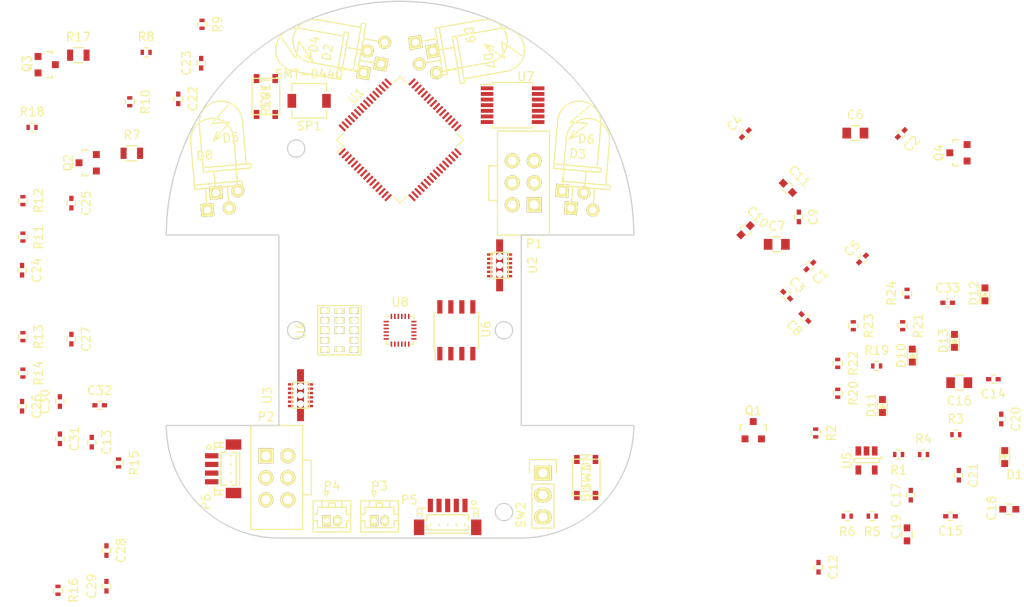
<source format=kicad_pcb>
(kicad_pcb (version 4) (host pcbnew 4.0.1-stable)

  (general
    (links 0)
    (no_connects 234)
    (area 96.51 95.899999 215.239191 166.700001)
    (thickness 1)
    (drawings 57)
    (tracks 0)
    (zones 0)
    (modules 92)
    (nets 71)
  )

  (page A4)
  (layers
    (0 F.Cu signal)
    (31 B.Cu signal)
    (32 B.Adhes user)
    (33 F.Adhes user)
    (34 B.Paste user)
    (35 F.Paste user)
    (36 B.SilkS user)
    (37 F.SilkS user)
    (38 B.Mask user)
    (39 F.Mask user)
    (40 Dwgs.User user)
    (41 Cmts.User user)
    (42 Eco1.User user)
    (43 Eco2.User user)
    (44 Edge.Cuts user)
    (45 Margin user)
    (46 B.CrtYd user)
    (47 F.CrtYd user)
    (48 B.Fab user)
    (49 F.Fab user)
  )

  (setup
    (last_trace_width 0.2)
    (trace_clearance 0.2)
    (zone_clearance 0.254)
    (zone_45_only no)
    (trace_min 0.19)
    (segment_width 0.2)
    (edge_width 0.15)
    (via_size 0.4)
    (via_drill 0.3)
    (via_min_size 0.4)
    (via_min_drill 0.3)
    (uvia_size 0.3)
    (uvia_drill 0.1)
    (uvias_allowed no)
    (uvia_min_size 0.2)
    (uvia_min_drill 0.1)
    (pcb_text_width 0.3)
    (pcb_text_size 1.5 1.5)
    (mod_edge_width 0.15)
    (mod_text_size 1 1)
    (mod_text_width 0.15)
    (pad_size 1.524 1.524)
    (pad_drill 0.762)
    (pad_to_mask_clearance 0.2)
    (aux_axis_origin 143 99)
    (grid_origin 143 134)
    (visible_elements 7FFFF7FF)
    (pcbplotparams
      (layerselection 0x010f0_80000001)
      (usegerberextensions true)
      (excludeedgelayer true)
      (linewidth 0.100000)
      (plotframeref false)
      (viasonmask false)
      (mode 1)
      (useauxorigin false)
      (hpglpennumber 1)
      (hpglpenspeed 20)
      (hpglpendiameter 15)
      (hpglpenoverlay 2)
      (psnegative false)
      (psa4output false)
      (plotreference true)
      (plotvalue true)
      (plotinvisibletext false)
      (padsonsilk false)
      (subtractmaskfromsilk false)
      (outputformat 1)
      (mirror false)
      (drillshape 0)
      (scaleselection 1)
      (outputdirectory elecrow/))
  )

  (net 0 "")
  (net 1 +3V3)
  (net 2 GND)
  (net 3 RESET)
  (net 4 +BATT)
  (net 5 +5V)
  (net 6 +3.3VADC)
  (net 7 +1.65VA)
  (net 8 PR-RCV-SL)
  (net 9 PR-RCV-FL)
  (net 10 "Net-(C22-Pad2)")
  (net 11 "Net-(C23-Pad2)")
  (net 12 PR-RCV-FR)
  (net 13 "Net-(C24-Pad2)")
  (net 14 "Net-(C25-Pad2)")
  (net 15 PR-RCV-SR)
  (net 16 "Net-(C26-Pad2)")
  (net 17 "Net-(C27-Pad2)")
  (net 18 BUTTON)
  (net 19 "Net-(D10-Pad2)")
  (net 20 "Net-(D11-Pad2)")
  (net 21 "Net-(D12-Pad2)")
  (net 22 /Motor_L/MT_OUT_1)
  (net 23 /Motor_L/MT_OUT_2)
  (net 24 EN-L-B)
  (net 25 EN-L-A)
  (net 26 /Motor_R/MT_OUT_1)
  (net 27 /Motor_R/MT_OUT_2)
  (net 28 EN-R-B)
  (net 29 EN-R-A)
  (net 30 "Net-(P3-Pad1)")
  (net 31 SWCLK)
  (net 32 SWDIO)
  (net 33 SWO)
  (net 34 UART-RX)
  (net 35 UART-TX)
  (net 36 "Net-(Q1-Pad1)")
  (net 37 SPEAKER)
  (net 38 BAT-VOL)
  (net 39 PR-LED-SL-FR)
  (net 40 PR-LED-FL_SR)
  (net 41 LED_1)
  (net 42 LED_2)
  (net 43 LED_3)
  (net 44 LED_4)
  (net 45 MT-IN-L-1)
  (net 46 MT-IN-L-2)
  (net 47 MT-IN-R-1)
  (net 48 MT-IN-R-2)
  (net 49 AXIS_~CS)
  (net 50 AXIS_SCK)
  (net 51 AXIS_MISO)
  (net 52 AXIS_MOSI)
  (net 53 AXIS_INT)
  (net 54 "Net-(D1-Pad2)")
  (net 55 "Net-(D13-Pad2)")
  (net 56 "Net-(P3-Pad2)")
  (net 57 "Net-(C10-Pad1)")
  (net 58 "Net-(C11-Pad1)")
  (net 59 "Net-(C28-Pad2)")
  (net 60 "Net-(C29-Pad2)")
  (net 61 "Net-(C32-Pad1)")
  (net 62 /IR_LED_SL_FR/IR_LED_to_IR_LED)
  (net 63 /IR_LED_SL_FR/IR_LED_to_R)
  (net 64 /IR_LED_FL_SR/IR_LED_to_IR_LED)
  (net 65 /IR_LED_FL_SR/IR_LED_to_R)
  (net 66 /IR_LED_SL_FR/IR_LED_R_to_FET)
  (net 67 /IR_LED_FL_SR/IR_LED_R_to_FET)
  (net 68 "Net-(Q4-Pad3)")
  (net 69 "Net-(R4-Pad1)")
  (net 70 "Net-(R4-Pad2)")

  (net_class Default "これは標準のネット クラスです。"
    (clearance 0.2)
    (trace_width 0.2)
    (via_dia 0.4)
    (via_drill 0.3)
    (uvia_dia 0.3)
    (uvia_drill 0.1)
    (add_net +1.65VA)
    (add_net +3.3VADC)
    (add_net /IR_LED_FL_SR/IR_LED_R_to_FET)
    (add_net /IR_LED_FL_SR/IR_LED_to_IR_LED)
    (add_net /IR_LED_FL_SR/IR_LED_to_R)
    (add_net /IR_LED_SL_FR/IR_LED_R_to_FET)
    (add_net /IR_LED_SL_FR/IR_LED_to_IR_LED)
    (add_net /IR_LED_SL_FR/IR_LED_to_R)
    (add_net BAT-VOL)
    (add_net BUTTON)
    (add_net EN-L-A)
    (add_net EN-L-B)
    (add_net EN-R-A)
    (add_net EN-R-B)
    (add_net LED_1)
    (add_net LED_2)
    (add_net LED_3)
    (add_net LED_4)
    (add_net MT-IN-L-1)
    (add_net MT-IN-L-2)
    (add_net MT-IN-R-1)
    (add_net MT-IN-R-2)
    (add_net "Net-(C10-Pad1)")
    (add_net "Net-(C11-Pad1)")
    (add_net "Net-(C22-Pad2)")
    (add_net "Net-(C23-Pad2)")
    (add_net "Net-(C24-Pad2)")
    (add_net "Net-(C25-Pad2)")
    (add_net "Net-(C26-Pad2)")
    (add_net "Net-(C27-Pad2)")
    (add_net "Net-(C28-Pad2)")
    (add_net "Net-(C29-Pad2)")
    (add_net "Net-(C32-Pad1)")
    (add_net "Net-(D1-Pad2)")
    (add_net "Net-(D10-Pad2)")
    (add_net "Net-(D11-Pad2)")
    (add_net "Net-(D12-Pad2)")
    (add_net "Net-(D13-Pad2)")
    (add_net "Net-(Q1-Pad1)")
    (add_net "Net-(Q4-Pad3)")
    (add_net "Net-(R4-Pad1)")
    (add_net "Net-(R4-Pad2)")
    (add_net PR-LED-FL_SR)
    (add_net PR-LED-SL-FR)
    (add_net PR-RCV-FL)
    (add_net PR-RCV-FR)
    (add_net PR-RCV-SL)
    (add_net PR-RCV-SR)
    (add_net RESET)
    (add_net SPEAKER)
    (add_net SWCLK)
    (add_net SWDIO)
    (add_net SWO)
    (add_net UART-RX)
    (add_net UART-TX)
  )

  (net_class 3.3V ""
    (clearance 0.2)
    (trace_width 0.29)
    (via_dia 0.4)
    (via_drill 0.3)
    (uvia_dia 0.3)
    (uvia_drill 0.1)
    (add_net +3V3)
  )

  (net_class 5V ""
    (clearance 0.2)
    (trace_width 0.44)
    (via_dia 0.6)
    (via_drill 0.4)
    (uvia_dia 0.3)
    (uvia_drill 0.1)
    (add_net +5V)
  )

  (net_class AXIS ""
    (clearance 0.2)
    (trace_width 0.19)
    (via_dia 0.4)
    (via_drill 0.3)
    (uvia_dia 0.3)
    (uvia_drill 0.1)
    (add_net AXIS_INT)
    (add_net AXIS_MISO)
    (add_net AXIS_MOSI)
    (add_net AXIS_SCK)
    (add_net AXIS_~CS)
  )

  (net_class GND ""
    (clearance 0.2)
    (trace_width 0.44)
    (via_dia 0.6)
    (via_drill 0.4)
    (uvia_dia 0.3)
    (uvia_drill 0.1)
    (add_net GND)
  )

  (net_class IR_LED ""
    (clearance 0.2)
    (trace_width 0.44)
    (via_dia 0.6)
    (via_drill 0.4)
    (uvia_dia 0.3)
    (uvia_drill 0.1)
  )

  (net_class Motor ""
    (clearance 0.2)
    (trace_width 0.8)
    (via_dia 1)
    (via_drill 0.6)
    (uvia_dia 0.3)
    (uvia_drill 0.1)
    (add_net /Motor_L/MT_OUT_1)
    (add_net /Motor_L/MT_OUT_2)
    (add_net /Motor_R/MT_OUT_1)
    (add_net /Motor_R/MT_OUT_2)
  )

  (net_class VBAT ""
    (clearance 0.2)
    (trace_width 0.8)
    (via_dia 1)
    (via_drill 0.6)
    (uvia_dia 0.3)
    (uvia_drill 0.1)
    (add_net +BATT)
    (add_net "Net-(P3-Pad1)")
    (add_net "Net-(P3-Pad2)")
  )

  (module Connectors_JST:JST_SH_BM05B-SRSS-TB_05x1.00mm_Straight (layer F.Cu) (tedit 57D25494) (tstamp 57D2558B)
    (at 148.5 155.5 180)
    (descr http://www.jst-mfg.com/product/pdf/eng/eSH.pdf)
    (tags "connector jst sh")
    (path /57CDA827/57D2587E)
    (attr smd)
    (fp_text reference P5 (at 4.445 1.905 180) (layer F.SilkS)
      (effects (font (size 1 1) (thickness 0.15)))
    )
    (fp_text value SWD (at 0 3.5 180) (layer F.Fab)
      (effects (font (size 1 1) (thickness 0.15)))
    )
    (fp_circle (center -3 1.5875) (end -2.75 1.5875) (layer F.SilkS) (width 0.15))
    (fp_line (start -2.4 -1.9625) (end 2.4 -1.9625) (layer F.SilkS) (width 0.15))
    (fp_line (start -3.5 -0.0625) (end -3.5 0.9375) (layer F.SilkS) (width 0.15))
    (fp_line (start -3.5 0.9375) (end -2.6 0.9375) (layer F.SilkS) (width 0.15))
    (fp_line (start -3 0.9375) (end -3 -0.0625) (layer F.SilkS) (width 0.15))
    (fp_line (start -3 -0.0625) (end -3 -0.0625) (layer F.SilkS) (width 0.15))
    (fp_line (start -3 -0.0625) (end -3 0.9375) (layer F.SilkS) (width 0.15))
    (fp_line (start -3 0.9375) (end -3 0.9375) (layer F.SilkS) (width 0.15))
    (fp_line (start -3 0.3375) (end -3 0.3375) (layer F.SilkS) (width 0.15))
    (fp_line (start -3 0.3375) (end -3.5 0.3375) (layer F.SilkS) (width 0.15))
    (fp_line (start -3.5 0.3375) (end -3.5 0.3375) (layer F.SilkS) (width 0.15))
    (fp_line (start -3.5 0.3375) (end -3 0.3375) (layer F.SilkS) (width 0.15))
    (fp_line (start 3.5 -0.0625) (end 3.5 0.9375) (layer F.SilkS) (width 0.15))
    (fp_line (start 3.5 0.9375) (end 2.6 0.9375) (layer F.SilkS) (width 0.15))
    (fp_line (start 3 0.9375) (end 3 -0.0625) (layer F.SilkS) (width 0.15))
    (fp_line (start 3 -0.0625) (end 3 -0.0625) (layer F.SilkS) (width 0.15))
    (fp_line (start 3 -0.0625) (end 3 0.9375) (layer F.SilkS) (width 0.15))
    (fp_line (start 3 0.9375) (end 3 0.9375) (layer F.SilkS) (width 0.15))
    (fp_line (start 3 0.3375) (end 3 0.3375) (layer F.SilkS) (width 0.15))
    (fp_line (start 3 0.3375) (end 3.5 0.3375) (layer F.SilkS) (width 0.15))
    (fp_line (start 3.5 0.3375) (end 3.5 0.3375) (layer F.SilkS) (width 0.15))
    (fp_line (start 3.5 0.3375) (end 3 0.3375) (layer F.SilkS) (width 0.15))
    (fp_line (start -2.4 -1.0625) (end -2.4 -1.5625) (layer F.SilkS) (width 0.15))
    (fp_line (start -2.4 -1.5625) (end 2.4 -1.5625) (layer F.SilkS) (width 0.15))
    (fp_line (start 2.4 -1.5625) (end 2.4 -1.0625) (layer F.SilkS) (width 0.15))
    (fp_line (start -2.4 -0.4625) (end -2.4 0.1875) (layer F.SilkS) (width 0.15))
    (fp_line (start -2.4 0.1875) (end 2.4 0.1875) (layer F.SilkS) (width 0.15))
    (fp_line (start 2.4 0.1875) (end 2.4 -0.4625) (layer F.SilkS) (width 0.15))
    (fp_line (start -2 -1.0625) (end -2 -0.8625) (layer F.SilkS) (width 0.15))
    (fp_line (start -1 -1.0625) (end -1 -0.8625) (layer F.SilkS) (width 0.15))
    (fp_line (start 0 -1.0625) (end 0 -0.8625) (layer F.SilkS) (width 0.15))
    (fp_line (start 1 -1.0625) (end 1 -0.8625) (layer F.SilkS) (width 0.15))
    (fp_line (start 2 -1.0625) (end 2 -0.8625) (layer F.SilkS) (width 0.15))
    (fp_line (start -4.4 2.55) (end -4.4 -2.7) (layer F.CrtYd) (width 0.05))
    (fp_line (start -4.4 -2.7) (end 4.4 -2.7) (layer F.CrtYd) (width 0.05))
    (fp_line (start 4.4 -2.7) (end 4.4 2.55) (layer F.CrtYd) (width 0.05))
    (fp_line (start 4.4 2.55) (end -4.4 2.55) (layer F.CrtYd) (width 0.05))
    (pad 1 smd rect (at -2 1.2625 180) (size 0.6 1.55) (layers F.Cu F.Paste F.Mask)
      (net 31 SWCLK))
    (pad 2 smd rect (at -1 1.2625 180) (size 0.6 1.55) (layers F.Cu F.Paste F.Mask)
      (net 2 GND))
    (pad 3 smd rect (at 0 1.2625 180) (size 0.6 1.55) (layers F.Cu F.Paste F.Mask)
      (net 32 SWDIO))
    (pad 4 smd rect (at 1 1.2625 180) (size 0.6 1.55) (layers F.Cu F.Paste F.Mask)
      (net 3 RESET))
    (pad 5 smd rect (at 2 1.2625 180) (size 0.6 1.55) (layers F.Cu F.Paste F.Mask)
      (net 33 SWO))
    (pad "" smd rect (at -3.3 -1.2625 180) (size 1.2 1.8) (layers F.Cu F.Paste F.Mask))
    (pad "" smd rect (at 3.3 -1.2625 180) (size 1.2 1.8) (layers F.Cu F.Paste F.Mask))
  )

  (module Capacitors_SMD:C_0603 placed (layer F.Cu) (tedit 57D0C0B8) (tstamp 57CC9EAB)
    (at 182.912285 122.448095 225)
    (descr "Capacitor SMD 0603, reflow soldering, AVX (see smccp.pdf)")
    (tags "capacitor 0603")
    (path /57C928EA)
    (attr smd)
    (fp_text reference C10 (at -2.065459 0.089803 315) (layer F.SilkS)
      (effects (font (size 1 1) (thickness 0.15)))
    )
    (fp_text value 2.2u (at 0 1.9 225) (layer F.Fab)
      (effects (font (size 1 1) (thickness 0.15)))
    )
    (fp_line (start -1.45 -0.75) (end 1.45 -0.75) (layer F.CrtYd) (width 0.05))
    (fp_line (start -1.45 0.75) (end 1.45 0.75) (layer F.CrtYd) (width 0.05))
    (fp_line (start -1.45 -0.75) (end -1.45 0.75) (layer F.CrtYd) (width 0.05))
    (fp_line (start 1.45 -0.75) (end 1.45 0.75) (layer F.CrtYd) (width 0.05))
    (fp_line (start -0.35 -0.6) (end 0.35 -0.6) (layer F.SilkS) (width 0.15))
    (fp_line (start 0.35 0.6) (end -0.35 0.6) (layer F.SilkS) (width 0.15))
    (pad 1 smd rect (at -0.75 0 225) (size 0.8 0.75) (layers F.Cu F.Paste F.Mask)
      (net 57 "Net-(C10-Pad1)"))
    (pad 2 smd rect (at 0.75 0 225) (size 0.8 0.75) (layers F.Cu F.Paste F.Mask)
      (net 2 GND))
    (model Capacitors_SMD.3dshapes/C_0603.wrl
      (at (xyz 0 0 0))
      (scale (xyz 1 1 1))
      (rotate (xyz 0 0 0))
    )
  )

  (module Capacitors_SMD:C_0603 placed (layer F.Cu) (tedit 5415D631) (tstamp 57CC9EB1)
    (at 187.796219 117.547598 315)
    (descr "Capacitor SMD 0603, reflow soldering, AVX (see smccp.pdf)")
    (tags "capacitor 0603")
    (path /57C91C59)
    (attr smd)
    (fp_text reference C11 (at 0 -1.9 315) (layer F.SilkS)
      (effects (font (size 1 1) (thickness 0.15)))
    )
    (fp_text value 2.2u (at 0 1.9 315) (layer F.Fab)
      (effects (font (size 1 1) (thickness 0.15)))
    )
    (fp_line (start -1.45 -0.75) (end 1.45 -0.75) (layer F.CrtYd) (width 0.05))
    (fp_line (start -1.45 0.75) (end 1.45 0.75) (layer F.CrtYd) (width 0.05))
    (fp_line (start -1.45 -0.75) (end -1.45 0.75) (layer F.CrtYd) (width 0.05))
    (fp_line (start 1.45 -0.75) (end 1.45 0.75) (layer F.CrtYd) (width 0.05))
    (fp_line (start -0.35 -0.6) (end 0.35 -0.6) (layer F.SilkS) (width 0.15))
    (fp_line (start 0.35 0.6) (end -0.35 0.6) (layer F.SilkS) (width 0.15))
    (pad 1 smd rect (at -0.75 0 315) (size 0.8 0.75) (layers F.Cu F.Paste F.Mask)
      (net 58 "Net-(C11-Pad1)"))
    (pad 2 smd rect (at 0.75 0 315) (size 0.8 0.75) (layers F.Cu F.Paste F.Mask)
      (net 2 GND))
    (model Capacitors_SMD.3dshapes/C_0603.wrl
      (at (xyz 0 0 0))
      (scale (xyz 1 1 1))
      (rotate (xyz 0 0 0))
    )
  )

  (module Capacitors_SMD:C_0805 placed (layer F.Cu) (tedit 5415D6EA) (tstamp 57CC9ECF)
    (at 207.595001 140.055 180)
    (descr "Capacitor SMD 0805, reflow soldering, AVX (see smccp.pdf)")
    (tags "capacitor 0805")
    (path /57CA15C1/57CA26EB)
    (attr smd)
    (fp_text reference C16 (at 0 -2.1 180) (layer F.SilkS)
      (effects (font (size 1 1) (thickness 0.15)))
    )
    (fp_text value 22u (at 0 2.1 180) (layer F.Fab)
      (effects (font (size 1 1) (thickness 0.15)))
    )
    (fp_line (start -1.8 -1) (end 1.8 -1) (layer F.CrtYd) (width 0.05))
    (fp_line (start -1.8 1) (end 1.8 1) (layer F.CrtYd) (width 0.05))
    (fp_line (start -1.8 -1) (end -1.8 1) (layer F.CrtYd) (width 0.05))
    (fp_line (start 1.8 -1) (end 1.8 1) (layer F.CrtYd) (width 0.05))
    (fp_line (start 0.5 -0.85) (end -0.5 -0.85) (layer F.SilkS) (width 0.15))
    (fp_line (start -0.5 0.85) (end 0.5 0.85) (layer F.SilkS) (width 0.15))
    (pad 1 smd rect (at -1 0 180) (size 1 1.25) (layers F.Cu F.Paste F.Mask)
      (net 5 +5V))
    (pad 2 smd rect (at 1 0 180) (size 1 1.25) (layers F.Cu F.Paste F.Mask)
      (net 2 GND))
    (model Capacitors_SMD.3dshapes/C_0805.wrl
      (at (xyz 0 0 0))
      (scale (xyz 1 1 1))
      (rotate (xyz 0 0 0))
    )
  )

  (module Capacitors_SMD:C_0603 placed (layer F.Cu) (tedit 57D0BFC5) (tstamp 57CC9EDB)
    (at 213.377 154.675 180)
    (descr "Capacitor SMD 0603, reflow soldering, AVX (see smccp.pdf)")
    (tags "capacitor 0603")
    (path /57CA15C1/57CC2786)
    (attr smd)
    (fp_text reference C18 (at 2.032 0.127 270) (layer F.SilkS)
      (effects (font (size 1 1) (thickness 0.15)))
    )
    (fp_text value 10u (at 0 1.9 180) (layer F.Fab)
      (effects (font (size 1 1) (thickness 0.15)))
    )
    (fp_line (start -1.45 -0.75) (end 1.45 -0.75) (layer F.CrtYd) (width 0.05))
    (fp_line (start -1.45 0.75) (end 1.45 0.75) (layer F.CrtYd) (width 0.05))
    (fp_line (start -1.45 -0.75) (end -1.45 0.75) (layer F.CrtYd) (width 0.05))
    (fp_line (start 1.45 -0.75) (end 1.45 0.75) (layer F.CrtYd) (width 0.05))
    (fp_line (start -0.35 -0.6) (end 0.35 -0.6) (layer F.SilkS) (width 0.15))
    (fp_line (start 0.35 0.6) (end -0.35 0.6) (layer F.SilkS) (width 0.15))
    (pad 1 smd rect (at -0.75 0 180) (size 0.8 0.75) (layers F.Cu F.Paste F.Mask)
      (net 6 +3.3VADC))
    (pad 2 smd rect (at 0.75 0 180) (size 0.8 0.75) (layers F.Cu F.Paste F.Mask)
      (net 2 GND))
    (model Capacitors_SMD.3dshapes/C_0603.wrl
      (at (xyz 0 0 0))
      (scale (xyz 1 1 1))
      (rotate (xyz 0 0 0))
    )
  )

  (module Capacitors_SMD:C_0603 placed (layer F.Cu) (tedit 57D0BEA8) (tstamp 57CC9EE1)
    (at 201.565 157.576381 90)
    (descr "Capacitor SMD 0603, reflow soldering, AVX (see smccp.pdf)")
    (tags "capacitor 0603")
    (path /57CA15C1/57CC27DF)
    (attr smd)
    (fp_text reference C19 (at 0.889 -1.27 90) (layer F.SilkS)
      (effects (font (size 1 1) (thickness 0.15)))
    )
    (fp_text value 10u (at 0 1.9 90) (layer F.Fab)
      (effects (font (size 1 1) (thickness 0.15)))
    )
    (fp_line (start -1.45 -0.75) (end 1.45 -0.75) (layer F.CrtYd) (width 0.05))
    (fp_line (start -1.45 0.75) (end 1.45 0.75) (layer F.CrtYd) (width 0.05))
    (fp_line (start -1.45 -0.75) (end -1.45 0.75) (layer F.CrtYd) (width 0.05))
    (fp_line (start 1.45 -0.75) (end 1.45 0.75) (layer F.CrtYd) (width 0.05))
    (fp_line (start -0.35 -0.6) (end 0.35 -0.6) (layer F.SilkS) (width 0.15))
    (fp_line (start 0.35 0.6) (end -0.35 0.6) (layer F.SilkS) (width 0.15))
    (pad 1 smd rect (at -0.75 0 90) (size 0.8 0.75) (layers F.Cu F.Paste F.Mask)
      (net 7 +1.65VA))
    (pad 2 smd rect (at 0.75 0 90) (size 0.8 0.75) (layers F.Cu F.Paste F.Mask)
      (net 2 GND))
    (model Capacitors_SMD.3dshapes/C_0603.wrl
      (at (xyz 0 0 0))
      (scale (xyz 1 1 1))
      (rotate (xyz 0 0 0))
    )
  )

  (module LEDs:LED_0603 placed (layer F.Cu) (tedit 57D0BE81) (tstamp 57CC9F6B)
    (at 202.175 136.927381 90)
    (descr "LED 0603 smd package")
    (tags "LED led 0603 SMD smd SMT smt smdled SMDLED smtled SMTLED")
    (path /57CD8D81/57CE80D9)
    (attr smd)
    (fp_text reference D10 (at 0 -1.27 270) (layer F.SilkS)
      (effects (font (size 1 1) (thickness 0.15)))
    )
    (fp_text value LED (at 0 1.5 90) (layer F.Fab)
      (effects (font (size 1 1) (thickness 0.15)))
    )
    (fp_line (start -1.1 0.55) (end 0.8 0.55) (layer F.SilkS) (width 0.15))
    (fp_line (start -1.1 -0.55) (end 0.8 -0.55) (layer F.SilkS) (width 0.15))
    (fp_line (start -0.2 0) (end 0.25 0) (layer F.SilkS) (width 0.15))
    (fp_line (start -0.25 -0.25) (end -0.25 0.25) (layer F.SilkS) (width 0.15))
    (fp_line (start -0.25 0) (end 0 -0.25) (layer F.SilkS) (width 0.15))
    (fp_line (start 0 -0.25) (end 0 0.25) (layer F.SilkS) (width 0.15))
    (fp_line (start 0 0.25) (end -0.25 0) (layer F.SilkS) (width 0.15))
    (fp_line (start 1.4 -0.75) (end 1.4 0.75) (layer F.CrtYd) (width 0.05))
    (fp_line (start 1.4 0.75) (end -1.4 0.75) (layer F.CrtYd) (width 0.05))
    (fp_line (start -1.4 0.75) (end -1.4 -0.75) (layer F.CrtYd) (width 0.05))
    (fp_line (start -1.4 -0.75) (end 1.4 -0.75) (layer F.CrtYd) (width 0.05))
    (pad 2 smd rect (at 0.7493 0 270) (size 0.79756 0.79756) (layers F.Cu F.Paste F.Mask)
      (net 19 "Net-(D10-Pad2)"))
    (pad 1 smd rect (at -0.7493 0 270) (size 0.79756 0.79756) (layers F.Cu F.Paste F.Mask)
      (net 2 GND))
    (model LEDs.3dshapes/LED_0603.wrl
      (at (xyz 0 0 0))
      (scale (xyz 1 1 1))
      (rotate (xyz 0 0 180))
    )
  )

  (module LEDs:LED_0603 placed (layer F.Cu) (tedit 57D0BE85) (tstamp 57CC9F71)
    (at 198.725 142.754381 90)
    (descr "LED 0603 smd package")
    (tags "LED led 0603 SMD smd SMT smt smdled SMDLED smtled SMTLED")
    (path /57CD8D81/57CE812A)
    (attr smd)
    (fp_text reference D11 (at 0.127 -1.27 90) (layer F.SilkS)
      (effects (font (size 1 1) (thickness 0.15)))
    )
    (fp_text value LED (at 0 1.5 90) (layer F.Fab)
      (effects (font (size 1 1) (thickness 0.15)))
    )
    (fp_line (start -1.1 0.55) (end 0.8 0.55) (layer F.SilkS) (width 0.15))
    (fp_line (start -1.1 -0.55) (end 0.8 -0.55) (layer F.SilkS) (width 0.15))
    (fp_line (start -0.2 0) (end 0.25 0) (layer F.SilkS) (width 0.15))
    (fp_line (start -0.25 -0.25) (end -0.25 0.25) (layer F.SilkS) (width 0.15))
    (fp_line (start -0.25 0) (end 0 -0.25) (layer F.SilkS) (width 0.15))
    (fp_line (start 0 -0.25) (end 0 0.25) (layer F.SilkS) (width 0.15))
    (fp_line (start 0 0.25) (end -0.25 0) (layer F.SilkS) (width 0.15))
    (fp_line (start 1.4 -0.75) (end 1.4 0.75) (layer F.CrtYd) (width 0.05))
    (fp_line (start 1.4 0.75) (end -1.4 0.75) (layer F.CrtYd) (width 0.05))
    (fp_line (start -1.4 0.75) (end -1.4 -0.75) (layer F.CrtYd) (width 0.05))
    (fp_line (start -1.4 -0.75) (end 1.4 -0.75) (layer F.CrtYd) (width 0.05))
    (pad 2 smd rect (at 0.7493 0 270) (size 0.79756 0.79756) (layers F.Cu F.Paste F.Mask)
      (net 20 "Net-(D11-Pad2)"))
    (pad 1 smd rect (at -0.7493 0 270) (size 0.79756 0.79756) (layers F.Cu F.Paste F.Mask)
      (net 2 GND))
    (model LEDs.3dshapes/LED_0603.wrl
      (at (xyz 0 0 0))
      (scale (xyz 1 1 1))
      (rotate (xyz 0 0 180))
    )
  )

  (module LEDs:LED_0603 placed (layer F.Cu) (tedit 57D0BE8A) (tstamp 57CC9F77)
    (at 210.565 129.854381 90)
    (descr "LED 0603 smd package")
    (tags "LED led 0603 SMD smd SMT smt smdled SMDLED smtled SMTLED")
    (path /57CD8D81/57CE815D)
    (attr smd)
    (fp_text reference D12 (at 0.127 -1.27 270) (layer F.SilkS)
      (effects (font (size 1 1) (thickness 0.15)))
    )
    (fp_text value LED (at 0 1.5 90) (layer F.Fab)
      (effects (font (size 1 1) (thickness 0.15)))
    )
    (fp_line (start -1.1 0.55) (end 0.8 0.55) (layer F.SilkS) (width 0.15))
    (fp_line (start -1.1 -0.55) (end 0.8 -0.55) (layer F.SilkS) (width 0.15))
    (fp_line (start -0.2 0) (end 0.25 0) (layer F.SilkS) (width 0.15))
    (fp_line (start -0.25 -0.25) (end -0.25 0.25) (layer F.SilkS) (width 0.15))
    (fp_line (start -0.25 0) (end 0 -0.25) (layer F.SilkS) (width 0.15))
    (fp_line (start 0 -0.25) (end 0 0.25) (layer F.SilkS) (width 0.15))
    (fp_line (start 0 0.25) (end -0.25 0) (layer F.SilkS) (width 0.15))
    (fp_line (start 1.4 -0.75) (end 1.4 0.75) (layer F.CrtYd) (width 0.05))
    (fp_line (start 1.4 0.75) (end -1.4 0.75) (layer F.CrtYd) (width 0.05))
    (fp_line (start -1.4 0.75) (end -1.4 -0.75) (layer F.CrtYd) (width 0.05))
    (fp_line (start -1.4 -0.75) (end 1.4 -0.75) (layer F.CrtYd) (width 0.05))
    (pad 2 smd rect (at 0.7493 0 270) (size 0.79756 0.79756) (layers F.Cu F.Paste F.Mask)
      (net 21 "Net-(D12-Pad2)"))
    (pad 1 smd rect (at -0.7493 0 270) (size 0.79756 0.79756) (layers F.Cu F.Paste F.Mask)
      (net 2 GND))
    (model LEDs.3dshapes/LED_0603.wrl
      (at (xyz 0 0 0))
      (scale (xyz 1 1 1))
      (rotate (xyz 0 0 180))
    )
  )

  (module LEDs:LED_0603 placed (layer F.Cu) (tedit 57D0BE90) (tstamp 57CC9F7D)
    (at 207.045 135.227381 90)
    (descr "LED 0603 smd package")
    (tags "LED led 0603 SMD smd SMT smt smdled SMDLED smtled SMTLED")
    (path /57CD8D81/57CE8187)
    (attr smd)
    (fp_text reference D13 (at 0 -1.27 270) (layer F.SilkS)
      (effects (font (size 1 1) (thickness 0.15)))
    )
    (fp_text value LED (at 0 1.5 90) (layer F.Fab)
      (effects (font (size 1 1) (thickness 0.15)))
    )
    (fp_line (start -1.1 0.55) (end 0.8 0.55) (layer F.SilkS) (width 0.15))
    (fp_line (start -1.1 -0.55) (end 0.8 -0.55) (layer F.SilkS) (width 0.15))
    (fp_line (start -0.2 0) (end 0.25 0) (layer F.SilkS) (width 0.15))
    (fp_line (start -0.25 -0.25) (end -0.25 0.25) (layer F.SilkS) (width 0.15))
    (fp_line (start -0.25 0) (end 0 -0.25) (layer F.SilkS) (width 0.15))
    (fp_line (start 0 -0.25) (end 0 0.25) (layer F.SilkS) (width 0.15))
    (fp_line (start 0 0.25) (end -0.25 0) (layer F.SilkS) (width 0.15))
    (fp_line (start 1.4 -0.75) (end 1.4 0.75) (layer F.CrtYd) (width 0.05))
    (fp_line (start 1.4 0.75) (end -1.4 0.75) (layer F.CrtYd) (width 0.05))
    (fp_line (start -1.4 0.75) (end -1.4 -0.75) (layer F.CrtYd) (width 0.05))
    (fp_line (start -1.4 -0.75) (end 1.4 -0.75) (layer F.CrtYd) (width 0.05))
    (pad 2 smd rect (at 0.7493 0 270) (size 0.79756 0.79756) (layers F.Cu F.Paste F.Mask)
      (net 55 "Net-(D13-Pad2)"))
    (pad 1 smd rect (at -0.7493 0 270) (size 0.79756 0.79756) (layers F.Cu F.Paste F.Mask)
      (net 2 GND))
    (model LEDs.3dshapes/LED_0603.wrl
      (at (xyz 0 0 0))
      (scale (xyz 1 1 1))
      (rotate (xyz 0 0 180))
    )
  )

  (module TO_SOT_Packages_SMD:SOT-23 placed (layer F.Cu) (tedit 553634F8) (tstamp 57CC9FB0)
    (at 106.915 114.652619 90)
    (descr "SOT-23, Standard")
    (tags SOT-23)
    (path /57CEFE78/57CF03B8)
    (attr smd)
    (fp_text reference Q2 (at 0 -2.25 90) (layer F.SilkS)
      (effects (font (size 1 1) (thickness 0.15)))
    )
    (fp_text value IRFML8244 (at 0 2.3 90) (layer F.Fab)
      (effects (font (size 1 1) (thickness 0.15)))
    )
    (fp_line (start -1.65 -1.6) (end 1.65 -1.6) (layer F.CrtYd) (width 0.05))
    (fp_line (start 1.65 -1.6) (end 1.65 1.6) (layer F.CrtYd) (width 0.05))
    (fp_line (start 1.65 1.6) (end -1.65 1.6) (layer F.CrtYd) (width 0.05))
    (fp_line (start -1.65 1.6) (end -1.65 -1.6) (layer F.CrtYd) (width 0.05))
    (fp_line (start 1.29916 -0.65024) (end 1.2509 -0.65024) (layer F.SilkS) (width 0.15))
    (fp_line (start -1.49982 0.0508) (end -1.49982 -0.65024) (layer F.SilkS) (width 0.15))
    (fp_line (start -1.49982 -0.65024) (end -1.2509 -0.65024) (layer F.SilkS) (width 0.15))
    (fp_line (start 1.29916 -0.65024) (end 1.49982 -0.65024) (layer F.SilkS) (width 0.15))
    (fp_line (start 1.49982 -0.65024) (end 1.49982 0.0508) (layer F.SilkS) (width 0.15))
    (pad 1 smd rect (at -0.95 1.00076 90) (size 0.8001 0.8001) (layers F.Cu F.Paste F.Mask)
      (net 39 PR-LED-SL-FR))
    (pad 2 smd rect (at 0.95 1.00076 90) (size 0.8001 0.8001) (layers F.Cu F.Paste F.Mask)
      (net 2 GND))
    (pad 3 smd rect (at 0 -0.99822 90) (size 0.8001 0.8001) (layers F.Cu F.Paste F.Mask)
      (net 66 /IR_LED_SL_FR/IR_LED_R_to_FET))
    (model TO_SOT_Packages_SMD.3dshapes/SOT-23.wrl
      (at (xyz 0 0 0))
      (scale (xyz 1 1 1))
      (rotate (xyz 0 0 0))
    )
  )

  (module TO_SOT_Packages_SMD:SOT-23 placed (layer F.Cu) (tedit 57D0BECF) (tstamp 57CC9FB7)
    (at 102.185 103.322619 270)
    (descr "SOT-23, Standard")
    (tags SOT-23)
    (path /57CF2D36/57CF03B8)
    (attr smd)
    (fp_text reference Q3 (at -0.127 2.286 270) (layer F.SilkS)
      (effects (font (size 1 1) (thickness 0.15)))
    )
    (fp_text value IRFML8244 (at 0 2.3 270) (layer F.Fab)
      (effects (font (size 1 1) (thickness 0.15)))
    )
    (fp_line (start -1.65 -1.6) (end 1.65 -1.6) (layer F.CrtYd) (width 0.05))
    (fp_line (start 1.65 -1.6) (end 1.65 1.6) (layer F.CrtYd) (width 0.05))
    (fp_line (start 1.65 1.6) (end -1.65 1.6) (layer F.CrtYd) (width 0.05))
    (fp_line (start -1.65 1.6) (end -1.65 -1.6) (layer F.CrtYd) (width 0.05))
    (fp_line (start 1.29916 -0.65024) (end 1.2509 -0.65024) (layer F.SilkS) (width 0.15))
    (fp_line (start -1.49982 0.0508) (end -1.49982 -0.65024) (layer F.SilkS) (width 0.15))
    (fp_line (start -1.49982 -0.65024) (end -1.2509 -0.65024) (layer F.SilkS) (width 0.15))
    (fp_line (start 1.29916 -0.65024) (end 1.49982 -0.65024) (layer F.SilkS) (width 0.15))
    (fp_line (start 1.49982 -0.65024) (end 1.49982 0.0508) (layer F.SilkS) (width 0.15))
    (pad 1 smd rect (at -0.95 1.00076 270) (size 0.8001 0.8001) (layers F.Cu F.Paste F.Mask)
      (net 40 PR-LED-FL_SR))
    (pad 2 smd rect (at 0.95 1.00076 270) (size 0.8001 0.8001) (layers F.Cu F.Paste F.Mask)
      (net 2 GND))
    (pad 3 smd rect (at 0 -0.99822 270) (size 0.8001 0.8001) (layers F.Cu F.Paste F.Mask)
      (net 67 /IR_LED_FL_SR/IR_LED_R_to_FET))
    (model TO_SOT_Packages_SMD.3dshapes/SOT-23.wrl
      (at (xyz 0 0 0))
      (scale (xyz 1 1 1))
      (rotate (xyz 0 0 0))
    )
  )

  (module TO_SOT_Packages_SMD:SOT-23 placed (layer F.Cu) (tedit 553634F8) (tstamp 57CC9FBE)
    (at 207.5 113.5 90)
    (descr "SOT-23, Standard")
    (tags SOT-23)
    (path /57CD8D81/57CE75AD)
    (attr smd)
    (fp_text reference Q4 (at 0 -2.25 90) (layer F.SilkS)
      (effects (font (size 1 1) (thickness 0.15)))
    )
    (fp_text value BSS138 (at 0 2.3 90) (layer F.Fab)
      (effects (font (size 1 1) (thickness 0.15)))
    )
    (fp_line (start -1.65 -1.6) (end 1.65 -1.6) (layer F.CrtYd) (width 0.05))
    (fp_line (start 1.65 -1.6) (end 1.65 1.6) (layer F.CrtYd) (width 0.05))
    (fp_line (start 1.65 1.6) (end -1.65 1.6) (layer F.CrtYd) (width 0.05))
    (fp_line (start -1.65 1.6) (end -1.65 -1.6) (layer F.CrtYd) (width 0.05))
    (fp_line (start 1.29916 -0.65024) (end 1.2509 -0.65024) (layer F.SilkS) (width 0.15))
    (fp_line (start -1.49982 0.0508) (end -1.49982 -0.65024) (layer F.SilkS) (width 0.15))
    (fp_line (start -1.49982 -0.65024) (end -1.2509 -0.65024) (layer F.SilkS) (width 0.15))
    (fp_line (start 1.29916 -0.65024) (end 1.49982 -0.65024) (layer F.SilkS) (width 0.15))
    (fp_line (start 1.49982 -0.65024) (end 1.49982 0.0508) (layer F.SilkS) (width 0.15))
    (pad 1 smd rect (at -0.95 1.00076 90) (size 0.8001 0.8001) (layers F.Cu F.Paste F.Mask)
      (net 37 SPEAKER))
    (pad 2 smd rect (at 0.95 1.00076 90) (size 0.8001 0.8001) (layers F.Cu F.Paste F.Mask)
      (net 2 GND))
    (pad 3 smd rect (at 0 -0.99822 90) (size 0.8001 0.8001) (layers F.Cu F.Paste F.Mask)
      (net 68 "Net-(Q4-Pad3)"))
    (model TO_SOT_Packages_SMD.3dshapes/SOT-23.wrl
      (at (xyz 0 0 0))
      (scale (xyz 1 1 1))
      (rotate (xyz 0 0 0))
    )
  )

  (module Pin_Headers:Pin_Header_Straight_1x03 placed (layer F.Cu) (tedit 57D0C1F8) (tstamp 57CCA057)
    (at 159.5 150.5)
    (descr "Through hole pin header")
    (tags "pin header")
    (path /57CA15C1/57CD298E)
    (fp_text reference SW2 (at -2.54 4.826 90) (layer F.SilkS)
      (effects (font (size 1 1) (thickness 0.15)))
    )
    (fp_text value Power (at 0 -2.413) (layer F.Fab)
      (effects (font (size 1 1) (thickness 0.15)))
    )
    (fp_line (start -1.75 -1.75) (end -1.75 6.85) (layer F.CrtYd) (width 0.05))
    (fp_line (start 1.75 -1.75) (end 1.75 6.85) (layer F.CrtYd) (width 0.05))
    (fp_line (start -1.75 -1.75) (end 1.75 -1.75) (layer F.CrtYd) (width 0.05))
    (fp_line (start -1.75 6.85) (end 1.75 6.85) (layer F.CrtYd) (width 0.05))
    (fp_line (start -1.27 1.27) (end -1.27 6.35) (layer F.SilkS) (width 0.15))
    (fp_line (start -1.27 6.35) (end 1.27 6.35) (layer F.SilkS) (width 0.15))
    (fp_line (start 1.27 6.35) (end 1.27 1.27) (layer F.SilkS) (width 0.15))
    (fp_line (start 1.55 -1.55) (end 1.55 0) (layer F.SilkS) (width 0.15))
    (fp_line (start 1.27 1.27) (end -1.27 1.27) (layer F.SilkS) (width 0.15))
    (fp_line (start -1.55 0) (end -1.55 -1.55) (layer F.SilkS) (width 0.15))
    (fp_line (start -1.55 -1.55) (end 1.55 -1.55) (layer F.SilkS) (width 0.15))
    (pad 1 thru_hole rect (at 0 0) (size 2.032 1.7272) (drill 1.016) (layers *.Cu *.Mask F.SilkS))
    (pad 2 thru_hole oval (at 0 2.54) (size 2.032 1.7272) (drill 1.016) (layers *.Cu *.Mask F.SilkS)
      (net 36 "Net-(Q1-Pad1)"))
    (pad 3 thru_hole oval (at 0 5.08) (size 2.032 1.7272) (drill 1.016) (layers *.Cu *.Mask F.SilkS)
      (net 2 GND))
    (model Pin_Headers.3dshapes/Pin_Header_Straight_1x03.wrl
      (at (xyz 0 -0.1 0))
      (scale (xyz 1 1 1))
      (rotate (xyz 0 0 90))
    )
  )

  (module Housings_QFP:LQFP-64_10x10mm_Pitch0.5mm placed (layer F.Cu) (tedit 54130A77) (tstamp 57CCA0A3)
    (at 143 112 45)
    (descr "64 LEAD LQFP 10x10mm (see MICREL LQFP10x10-64LD-PL-1.pdf)")
    (tags "QFP 0.5")
    (path /57C8ED63)
    (attr smd)
    (fp_text reference U1 (at 0 -7.2 45) (layer F.SilkS)
      (effects (font (size 1 1) (thickness 0.15)))
    )
    (fp_text value STM32F405RGTx (at 0 7.2 45) (layer F.Fab)
      (effects (font (size 1 1) (thickness 0.15)))
    )
    (fp_line (start -6.45 -6.45) (end -6.45 6.45) (layer F.CrtYd) (width 0.05))
    (fp_line (start 6.45 -6.45) (end 6.45 6.45) (layer F.CrtYd) (width 0.05))
    (fp_line (start -6.45 -6.45) (end 6.45 -6.45) (layer F.CrtYd) (width 0.05))
    (fp_line (start -6.45 6.45) (end 6.45 6.45) (layer F.CrtYd) (width 0.05))
    (fp_line (start -5.175 -5.175) (end -5.175 -4.1) (layer F.SilkS) (width 0.15))
    (fp_line (start 5.175 -5.175) (end 5.175 -4.1) (layer F.SilkS) (width 0.15))
    (fp_line (start 5.175 5.175) (end 5.175 4.1) (layer F.SilkS) (width 0.15))
    (fp_line (start -5.175 5.175) (end -5.175 4.1) (layer F.SilkS) (width 0.15))
    (fp_line (start -5.175 -5.175) (end -4.1 -5.175) (layer F.SilkS) (width 0.15))
    (fp_line (start -5.175 5.175) (end -4.1 5.175) (layer F.SilkS) (width 0.15))
    (fp_line (start 5.175 5.175) (end 4.1 5.175) (layer F.SilkS) (width 0.15))
    (fp_line (start 5.175 -5.175) (end 4.1 -5.175) (layer F.SilkS) (width 0.15))
    (fp_line (start -5.175 -4.1) (end -6.2 -4.1) (layer F.SilkS) (width 0.15))
    (pad 1 smd rect (at -5.7 -3.75 45) (size 1 0.25) (layers F.Cu F.Paste F.Mask)
      (net 1 +3V3))
    (pad 2 smd rect (at -5.7 -3.25 45) (size 1 0.25) (layers F.Cu F.Paste F.Mask))
    (pad 3 smd rect (at -5.7 -2.75 45) (size 1 0.25) (layers F.Cu F.Paste F.Mask))
    (pad 4 smd rect (at -5.7 -2.25 45) (size 1 0.25) (layers F.Cu F.Paste F.Mask))
    (pad 5 smd rect (at -5.7 -1.75 45) (size 1 0.25) (layers F.Cu F.Paste F.Mask))
    (pad 6 smd rect (at -5.7 -1.25 45) (size 1 0.25) (layers F.Cu F.Paste F.Mask))
    (pad 7 smd rect (at -5.7 -0.75 45) (size 1 0.25) (layers F.Cu F.Paste F.Mask)
      (net 3 RESET))
    (pad 8 smd rect (at -5.7 -0.25 45) (size 1 0.25) (layers F.Cu F.Paste F.Mask)
      (net 8 PR-RCV-SL))
    (pad 9 smd rect (at -5.7 0.25 45) (size 1 0.25) (layers F.Cu F.Paste F.Mask)
      (net 9 PR-RCV-FL))
    (pad 10 smd rect (at -5.7 0.75 45) (size 1 0.25) (layers F.Cu F.Paste F.Mask)
      (net 12 PR-RCV-FR))
    (pad 11 smd rect (at -5.7 1.25 45) (size 1 0.25) (layers F.Cu F.Paste F.Mask)
      (net 15 PR-RCV-SR))
    (pad 12 smd rect (at -5.7 1.75 45) (size 1 0.25) (layers F.Cu F.Paste F.Mask)
      (net 2 GND))
    (pad 13 smd rect (at -5.7 2.25 45) (size 1 0.25) (layers F.Cu F.Paste F.Mask)
      (net 1 +3V3))
    (pad 14 smd rect (at -5.7 2.75 45) (size 1 0.25) (layers F.Cu F.Paste F.Mask)
      (net 45 MT-IN-L-1))
    (pad 15 smd rect (at -5.7 3.25 45) (size 1 0.25) (layers F.Cu F.Paste F.Mask)
      (net 46 MT-IN-L-2))
    (pad 16 smd rect (at -5.7 3.75 45) (size 1 0.25) (layers F.Cu F.Paste F.Mask)
      (net 47 MT-IN-R-1))
    (pad 17 smd rect (at -3.75 5.7 135) (size 1 0.25) (layers F.Cu F.Paste F.Mask)
      (net 48 MT-IN-R-2))
    (pad 18 smd rect (at -3.25 5.7 135) (size 1 0.25) (layers F.Cu F.Paste F.Mask)
      (net 2 GND))
    (pad 19 smd rect (at -2.75 5.7 135) (size 1 0.25) (layers F.Cu F.Paste F.Mask)
      (net 1 +3V3))
    (pad 20 smd rect (at -2.25 5.7 135) (size 1 0.25) (layers F.Cu F.Paste F.Mask)
      (net 49 AXIS_~CS))
    (pad 21 smd rect (at -1.75 5.7 135) (size 1 0.25) (layers F.Cu F.Paste F.Mask)
      (net 50 AXIS_SCK))
    (pad 22 smd rect (at -1.25 5.7 135) (size 1 0.25) (layers F.Cu F.Paste F.Mask)
      (net 51 AXIS_MISO))
    (pad 23 smd rect (at -0.75 5.7 135) (size 1 0.25) (layers F.Cu F.Paste F.Mask)
      (net 52 AXIS_MOSI))
    (pad 24 smd rect (at -0.25 5.7 135) (size 1 0.25) (layers F.Cu F.Paste F.Mask)
      (net 53 AXIS_INT))
    (pad 25 smd rect (at 0.25 5.7 135) (size 1 0.25) (layers F.Cu F.Paste F.Mask)
      (net 41 LED_1))
    (pad 26 smd rect (at 0.75 5.7 135) (size 1 0.25) (layers F.Cu F.Paste F.Mask)
      (net 18 BUTTON))
    (pad 27 smd rect (at 1.25 5.7 135) (size 1 0.25) (layers F.Cu F.Paste F.Mask)
      (net 38 BAT-VOL))
    (pad 28 smd rect (at 1.75 5.7 135) (size 1 0.25) (layers F.Cu F.Paste F.Mask))
    (pad 29 smd rect (at 2.25 5.7 135) (size 1 0.25) (layers F.Cu F.Paste F.Mask))
    (pad 30 smd rect (at 2.75 5.7 135) (size 1 0.25) (layers F.Cu F.Paste F.Mask))
    (pad 31 smd rect (at 3.25 5.7 135) (size 1 0.25) (layers F.Cu F.Paste F.Mask)
      (net 57 "Net-(C10-Pad1)"))
    (pad 32 smd rect (at 3.75 5.7 135) (size 1 0.25) (layers F.Cu F.Paste F.Mask)
      (net 1 +3V3))
    (pad 33 smd rect (at 5.7 3.75 45) (size 1 0.25) (layers F.Cu F.Paste F.Mask))
    (pad 34 smd rect (at 5.7 3.25 45) (size 1 0.25) (layers F.Cu F.Paste F.Mask))
    (pad 35 smd rect (at 5.7 2.75 45) (size 1 0.25) (layers F.Cu F.Paste F.Mask)
      (net 39 PR-LED-SL-FR))
    (pad 36 smd rect (at 5.7 2.25 45) (size 1 0.25) (layers F.Cu F.Paste F.Mask)
      (net 40 PR-LED-FL_SR))
    (pad 37 smd rect (at 5.7 1.75 45) (size 1 0.25) (layers F.Cu F.Paste F.Mask)
      (net 42 LED_2))
    (pad 38 smd rect (at 5.7 1.25 45) (size 1 0.25) (layers F.Cu F.Paste F.Mask)
      (net 43 LED_3))
    (pad 39 smd rect (at 5.7 0.75 45) (size 1 0.25) (layers F.Cu F.Paste F.Mask)
      (net 44 LED_4))
    (pad 40 smd rect (at 5.7 0.25 45) (size 1 0.25) (layers F.Cu F.Paste F.Mask))
    (pad 41 smd rect (at 5.7 -0.25 45) (size 1 0.25) (layers F.Cu F.Paste F.Mask))
    (pad 42 smd rect (at 5.7 -0.75 45) (size 1 0.25) (layers F.Cu F.Paste F.Mask)
      (net 35 UART-TX))
    (pad 43 smd rect (at 5.7 -1.25 45) (size 1 0.25) (layers F.Cu F.Paste F.Mask)
      (net 34 UART-RX))
    (pad 44 smd rect (at 5.7 -1.75 45) (size 1 0.25) (layers F.Cu F.Paste F.Mask))
    (pad 45 smd rect (at 5.7 -2.25 45) (size 1 0.25) (layers F.Cu F.Paste F.Mask))
    (pad 46 smd rect (at 5.7 -2.75 45) (size 1 0.25) (layers F.Cu F.Paste F.Mask)
      (net 32 SWDIO))
    (pad 47 smd rect (at 5.7 -3.25 45) (size 1 0.25) (layers F.Cu F.Paste F.Mask)
      (net 58 "Net-(C11-Pad1)"))
    (pad 48 smd rect (at 5.7 -3.75 45) (size 1 0.25) (layers F.Cu F.Paste F.Mask)
      (net 1 +3V3))
    (pad 49 smd rect (at 3.75 -5.7 135) (size 1 0.25) (layers F.Cu F.Paste F.Mask)
      (net 31 SWCLK))
    (pad 50 smd rect (at 3.25 -5.7 135) (size 1 0.25) (layers F.Cu F.Paste F.Mask))
    (pad 51 smd rect (at 2.75 -5.7 135) (size 1 0.25) (layers F.Cu F.Paste F.Mask))
    (pad 52 smd rect (at 2.25 -5.7 135) (size 1 0.25) (layers F.Cu F.Paste F.Mask))
    (pad 53 smd rect (at 1.75 -5.7 135) (size 1 0.25) (layers F.Cu F.Paste F.Mask))
    (pad 54 smd rect (at 1.25 -5.7 135) (size 1 0.25) (layers F.Cu F.Paste F.Mask))
    (pad 55 smd rect (at 0.75 -5.7 135) (size 1 0.25) (layers F.Cu F.Paste F.Mask)
      (net 33 SWO))
    (pad 56 smd rect (at 0.25 -5.7 135) (size 1 0.25) (layers F.Cu F.Paste F.Mask)
      (net 25 EN-L-A))
    (pad 57 smd rect (at -0.25 -5.7 135) (size 1 0.25) (layers F.Cu F.Paste F.Mask)
      (net 24 EN-L-B))
    (pad 58 smd rect (at -0.75 -5.7 135) (size 1 0.25) (layers F.Cu F.Paste F.Mask)
      (net 29 EN-R-A))
    (pad 59 smd rect (at -1.25 -5.7 135) (size 1 0.25) (layers F.Cu F.Paste F.Mask)
      (net 28 EN-R-B))
    (pad 60 smd rect (at -1.75 -5.7 135) (size 1 0.25) (layers F.Cu F.Paste F.Mask)
      (net 2 GND))
    (pad 61 smd rect (at -2.25 -5.7 135) (size 1 0.25) (layers F.Cu F.Paste F.Mask))
    (pad 62 smd rect (at -2.75 -5.7 135) (size 1 0.25) (layers F.Cu F.Paste F.Mask)
      (net 37 SPEAKER))
    (pad 63 smd rect (at -3.25 -5.7 135) (size 1 0.25) (layers F.Cu F.Paste F.Mask)
      (net 2 GND))
    (pad 64 smd rect (at -3.75 -5.7 135) (size 1 0.25) (layers F.Cu F.Paste F.Mask)
      (net 1 +3V3))
    (model Housings_QFP.3dshapes/LQFP-64_10x10mm_Pitch0.5mm.wrl
      (at (xyz 0 0 0))
      (scale (xyz 1 1 1))
      (rotate (xyz 0 0 0))
    )
  )

  (module TO_SOT_Packages_SMD:SOT-23-5 placed (layer F.Cu) (tedit 57D0BEB2) (tstamp 57CCA0F0)
    (at 196.885 149.040715 270)
    (descr "5-pin SOT23 package")
    (tags SOT-23-5)
    (path /57CA15C1/57DD6DFA)
    (attr smd)
    (fp_text reference U5 (at 0 2.286 270) (layer F.SilkS)
      (effects (font (size 1 1) (thickness 0.15)))
    )
    (fp_text value REF1933 (at -0.05 2.35 270) (layer F.Fab)
      (effects (font (size 1 1) (thickness 0.15)))
    )
    (fp_line (start -1.8 -1.6) (end 1.8 -1.6) (layer F.CrtYd) (width 0.05))
    (fp_line (start 1.8 -1.6) (end 1.8 1.6) (layer F.CrtYd) (width 0.05))
    (fp_line (start 1.8 1.6) (end -1.8 1.6) (layer F.CrtYd) (width 0.05))
    (fp_line (start -1.8 1.6) (end -1.8 -1.6) (layer F.CrtYd) (width 0.05))
    (fp_circle (center -0.3 -1.7) (end -0.2 -1.7) (layer F.SilkS) (width 0.15))
    (fp_line (start 0.25 -1.45) (end -0.25 -1.45) (layer F.SilkS) (width 0.15))
    (fp_line (start 0.25 1.45) (end 0.25 -1.45) (layer F.SilkS) (width 0.15))
    (fp_line (start -0.25 1.45) (end 0.25 1.45) (layer F.SilkS) (width 0.15))
    (fp_line (start -0.25 -1.45) (end -0.25 1.45) (layer F.SilkS) (width 0.15))
    (pad 1 smd rect (at -1.1 -0.95 270) (size 1.06 0.65) (layers F.Cu F.Paste F.Mask)
      (net 7 +1.65VA))
    (pad 2 smd rect (at -1.1 0 270) (size 1.06 0.65) (layers F.Cu F.Paste F.Mask)
      (net 2 GND))
    (pad 3 smd rect (at -1.1 0.95 270) (size 1.06 0.65) (layers F.Cu F.Paste F.Mask)
      (net 5 +5V))
    (pad 4 smd rect (at 1.1 0.95 270) (size 1.06 0.65) (layers F.Cu F.Paste F.Mask)
      (net 5 +5V))
    (pad 5 smd rect (at 1.1 -0.95 270) (size 1.06 0.65) (layers F.Cu F.Paste F.Mask)
      (net 6 +3.3VADC))
    (model TO_SOT_Packages_SMD.3dshapes/SOT-23-5.wrl
      (at (xyz 0 0 0))
      (scale (xyz 1 1 1))
      (rotate (xyz 0 0 0))
    )
  )

  (module Housings_SOIC:SOIC-8_3.9x4.9mm_Pitch1.27mm placed (layer F.Cu) (tedit 57D0C13A) (tstamp 57CCA0FC)
    (at 149.5 134 90)
    (descr "8-Lead Plastic Small Outline (SN) - Narrow, 3.90 mm Body [SOIC] (see Microchip Packaging Specification 00000049BS.pdf)")
    (tags "SOIC 1.27")
    (path /57CA15C1/57CC1FE4)
    (attr smd)
    (fp_text reference U6 (at 0.127 3.429 90) (layer F.SilkS)
      (effects (font (size 1 1) (thickness 0.15)))
    )
    (fp_text value LT1963ES8 (at 0 3.5 90) (layer F.Fab)
      (effects (font (size 1 1) (thickness 0.15)))
    )
    (fp_line (start -3.75 -2.75) (end -3.75 2.75) (layer F.CrtYd) (width 0.05))
    (fp_line (start 3.75 -2.75) (end 3.75 2.75) (layer F.CrtYd) (width 0.05))
    (fp_line (start -3.75 -2.75) (end 3.75 -2.75) (layer F.CrtYd) (width 0.05))
    (fp_line (start -3.75 2.75) (end 3.75 2.75) (layer F.CrtYd) (width 0.05))
    (fp_line (start -2.075 -2.575) (end -2.075 -2.43) (layer F.SilkS) (width 0.15))
    (fp_line (start 2.075 -2.575) (end 2.075 -2.43) (layer F.SilkS) (width 0.15))
    (fp_line (start 2.075 2.575) (end 2.075 2.43) (layer F.SilkS) (width 0.15))
    (fp_line (start -2.075 2.575) (end -2.075 2.43) (layer F.SilkS) (width 0.15))
    (fp_line (start -2.075 -2.575) (end 2.075 -2.575) (layer F.SilkS) (width 0.15))
    (fp_line (start -2.075 2.575) (end 2.075 2.575) (layer F.SilkS) (width 0.15))
    (fp_line (start -2.075 -2.43) (end -3.475 -2.43) (layer F.SilkS) (width 0.15))
    (pad 1 smd rect (at -2.7 -1.905 90) (size 1.55 0.6) (layers F.Cu F.Paste F.Mask)
      (net 1 +3V3))
    (pad 2 smd rect (at -2.7 -0.635 90) (size 1.55 0.6) (layers F.Cu F.Paste F.Mask)
      (net 1 +3V3))
    (pad 3 smd rect (at -2.7 0.635 90) (size 1.55 0.6) (layers F.Cu F.Paste F.Mask)
      (net 2 GND))
    (pad 4 smd rect (at -2.7 1.905 90) (size 1.55 0.6) (layers F.Cu F.Paste F.Mask))
    (pad 5 smd rect (at 2.7 1.905 90) (size 1.55 0.6) (layers F.Cu F.Paste F.Mask)
      (net 5 +5V))
    (pad 6 smd rect (at 2.7 0.635 90) (size 1.55 0.6) (layers F.Cu F.Paste F.Mask)
      (net 2 GND))
    (pad 7 smd rect (at 2.7 -0.635 90) (size 1.55 0.6) (layers F.Cu F.Paste F.Mask)
      (net 2 GND))
    (pad 8 smd rect (at 2.7 -1.905 90) (size 1.55 0.6) (layers F.Cu F.Paste F.Mask)
      (net 5 +5V))
    (model Housings_SOIC.3dshapes/SOIC-8_3.9x4.9mm_Pitch1.27mm.wrl
      (at (xyz 0 0 0))
      (scale (xyz 1 1 1))
      (rotate (xyz 0 0 0))
    )
  )

  (module Housings_SSOP:TSSOP-14_4.4x5mm_Pitch0.65mm placed (layer F.Cu) (tedit 57D0BFCA) (tstamp 57CCA115)
    (at 156 108)
    (descr "14-Lead Plastic Thin Shrink Small Outline (ST)-4.4 mm Body [TSSOP] (see Microchip Packaging Specification 00000049BS.pdf)")
    (tags "SSOP 0.65")
    (path /57CF0B09/57CF0F3E)
    (attr smd)
    (fp_text reference U7 (at 1.524 -3.302) (layer F.SilkS)
      (effects (font (size 1 1) (thickness 0.15)))
    )
    (fp_text value AD8604 (at 0 3.55) (layer F.Fab)
      (effects (font (size 1 1) (thickness 0.15)))
    )
    (fp_line (start -3.95 -2.8) (end -3.95 2.8) (layer F.CrtYd) (width 0.05))
    (fp_line (start 3.95 -2.8) (end 3.95 2.8) (layer F.CrtYd) (width 0.05))
    (fp_line (start -3.95 -2.8) (end 3.95 -2.8) (layer F.CrtYd) (width 0.05))
    (fp_line (start -3.95 2.8) (end 3.95 2.8) (layer F.CrtYd) (width 0.05))
    (fp_line (start -2.325 -2.625) (end -2.325 -2.4) (layer F.SilkS) (width 0.15))
    (fp_line (start 2.325 -2.625) (end 2.325 -2.4) (layer F.SilkS) (width 0.15))
    (fp_line (start 2.325 2.625) (end 2.325 2.4) (layer F.SilkS) (width 0.15))
    (fp_line (start -2.325 2.625) (end -2.325 2.4) (layer F.SilkS) (width 0.15))
    (fp_line (start -2.325 -2.625) (end 2.325 -2.625) (layer F.SilkS) (width 0.15))
    (fp_line (start -2.325 2.625) (end 2.325 2.625) (layer F.SilkS) (width 0.15))
    (fp_line (start -2.325 -2.4) (end -3.675 -2.4) (layer F.SilkS) (width 0.15))
    (pad 1 smd rect (at -2.95 -1.95) (size 1.45 0.45) (layers F.Cu F.Paste F.Mask)
      (net 8 PR-RCV-SL))
    (pad 2 smd rect (at -2.95 -1.3) (size 1.45 0.45) (layers F.Cu F.Paste F.Mask)
      (net 10 "Net-(C22-Pad2)"))
    (pad 3 smd rect (at -2.95 -0.65) (size 1.45 0.45) (layers F.Cu F.Paste F.Mask)
      (net 7 +1.65VA))
    (pad 4 smd rect (at -2.95 0) (size 1.45 0.45) (layers F.Cu F.Paste F.Mask)
      (net 6 +3.3VADC))
    (pad 5 smd rect (at -2.95 0.65) (size 1.45 0.45) (layers F.Cu F.Paste F.Mask)
      (net 7 +1.65VA))
    (pad 6 smd rect (at -2.95 1.3) (size 1.45 0.45) (layers F.Cu F.Paste F.Mask)
      (net 13 "Net-(C24-Pad2)"))
    (pad 7 smd rect (at -2.95 1.95) (size 1.45 0.45) (layers F.Cu F.Paste F.Mask)
      (net 9 PR-RCV-FL))
    (pad 8 smd rect (at 2.95 1.95) (size 1.45 0.45) (layers F.Cu F.Paste F.Mask)
      (net 12 PR-RCV-FR))
    (pad 9 smd rect (at 2.95 1.3) (size 1.45 0.45) (layers F.Cu F.Paste F.Mask)
      (net 16 "Net-(C26-Pad2)"))
    (pad 10 smd rect (at 2.95 0.65) (size 1.45 0.45) (layers F.Cu F.Paste F.Mask)
      (net 7 +1.65VA))
    (pad 11 smd rect (at 2.95 0) (size 1.45 0.45) (layers F.Cu F.Paste F.Mask)
      (net 2 GND))
    (pad 12 smd rect (at 2.95 -0.65) (size 1.45 0.45) (layers F.Cu F.Paste F.Mask)
      (net 7 +1.65VA))
    (pad 13 smd rect (at 2.95 -1.3) (size 1.45 0.45) (layers F.Cu F.Paste F.Mask)
      (net 59 "Net-(C28-Pad2)"))
    (pad 14 smd rect (at 2.95 -1.95) (size 1.45 0.45) (layers F.Cu F.Paste F.Mask)
      (net 15 PR-RCV-SR))
    (model Housings_SSOP.3dshapes/TSSOP-14_4.4x5mm_Pitch0.65mm.wrl
      (at (xyz 0 0 0))
      (scale (xyz 1 1 1))
      (rotate (xyz 0 0 0))
    )
  )

  (module LEDs:LED_0603 (layer F.Cu) (tedit 57D0C070) (tstamp 57CFC94F)
    (at 212.845 148.649286 270)
    (descr "LED 0603 smd package")
    (tags "LED led 0603 SMD smd SMT smt smdled SMDLED smtled SMTLED")
    (path /57CA15C1/57D008F5)
    (attr smd)
    (fp_text reference D1 (at 2.032 -1.143 360) (layer F.SilkS)
      (effects (font (size 1 1) (thickness 0.15)))
    )
    (fp_text value Power (at 0 1.5 270) (layer F.Fab)
      (effects (font (size 1 1) (thickness 0.15)))
    )
    (fp_line (start -1.1 0.55) (end 0.8 0.55) (layer F.SilkS) (width 0.15))
    (fp_line (start -1.1 -0.55) (end 0.8 -0.55) (layer F.SilkS) (width 0.15))
    (fp_line (start -0.2 0) (end 0.25 0) (layer F.SilkS) (width 0.15))
    (fp_line (start -0.25 -0.25) (end -0.25 0.25) (layer F.SilkS) (width 0.15))
    (fp_line (start -0.25 0) (end 0 -0.25) (layer F.SilkS) (width 0.15))
    (fp_line (start 0 -0.25) (end 0 0.25) (layer F.SilkS) (width 0.15))
    (fp_line (start 0 0.25) (end -0.25 0) (layer F.SilkS) (width 0.15))
    (fp_line (start 1.4 -0.75) (end 1.4 0.75) (layer F.CrtYd) (width 0.05))
    (fp_line (start 1.4 0.75) (end -1.4 0.75) (layer F.CrtYd) (width 0.05))
    (fp_line (start -1.4 0.75) (end -1.4 -0.75) (layer F.CrtYd) (width 0.05))
    (fp_line (start -1.4 -0.75) (end 1.4 -0.75) (layer F.CrtYd) (width 0.05))
    (pad 2 smd rect (at 0.7493 0 90) (size 0.79756 0.79756) (layers F.Cu F.Paste F.Mask)
      (net 54 "Net-(D1-Pad2)"))
    (pad 1 smd rect (at -0.7493 0 90) (size 0.79756 0.79756) (layers F.Cu F.Paste F.Mask)
      (net 2 GND))
    (model LEDs.3dshapes/LED_0603.wrl
      (at (xyz 0 0 0))
      (scale (xyz 1 1 1))
      (rotate (xyz 0 0 180))
    )
  )

  (module Connectors_JST:JST_SH_BM04B-SRSS-TB_04x1.00mm_Straight (layer F.Cu) (tedit 58371C22) (tstamp 57D2413E)
    (at 122.5 150 270)
    (descr http://www.jst-mfg.com/product/pdf/eng/eSH.pdf)
    (tags "connector jst sh")
    (path /57CDA827/57CDB029)
    (attr smd)
    (fp_text reference P6 (at 3.81 1.905 270) (layer F.SilkS)
      (effects (font (size 1 1) (thickness 0.15)))
    )
    (fp_text value UART (at 2 3.5 270) (layer F.Fab)
      (effects (font (size 1 1) (thickness 0.15)))
    )
    (fp_circle (center -2.5 1.5875) (end -2.25 1.5875) (layer F.SilkS) (width 0.15))
    (fp_line (start -1.9 -1.9625) (end 1.9 -1.9625) (layer F.SilkS) (width 0.15))
    (fp_line (start -3 -0.0625) (end -3 0.9375) (layer F.SilkS) (width 0.15))
    (fp_line (start -3 0.9375) (end -2.1 0.9375) (layer F.SilkS) (width 0.15))
    (fp_line (start -2.5 0.9375) (end -2.5 -0.0625) (layer F.SilkS) (width 0.15))
    (fp_line (start -2.5 -0.0625) (end -2.5 -0.0625) (layer F.SilkS) (width 0.15))
    (fp_line (start -2.5 -0.0625) (end -2.5 0.9375) (layer F.SilkS) (width 0.15))
    (fp_line (start -2.5 0.9375) (end -2.5 0.9375) (layer F.SilkS) (width 0.15))
    (fp_line (start -2.5 0.3375) (end -2.5 0.3375) (layer F.SilkS) (width 0.15))
    (fp_line (start -2.5 0.3375) (end -3 0.3375) (layer F.SilkS) (width 0.15))
    (fp_line (start -3 0.3375) (end -3 0.3375) (layer F.SilkS) (width 0.15))
    (fp_line (start -3 0.3375) (end -2.5 0.3375) (layer F.SilkS) (width 0.15))
    (fp_line (start 3 -0.0625) (end 3 0.9375) (layer F.SilkS) (width 0.15))
    (fp_line (start 3 0.9375) (end 2.1 0.9375) (layer F.SilkS) (width 0.15))
    (fp_line (start 2.5 0.9375) (end 2.5 -0.0625) (layer F.SilkS) (width 0.15))
    (fp_line (start 2.5 -0.0625) (end 2.5 -0.0625) (layer F.SilkS) (width 0.15))
    (fp_line (start 2.5 -0.0625) (end 2.5 0.9375) (layer F.SilkS) (width 0.15))
    (fp_line (start 2.5 0.9375) (end 2.5 0.9375) (layer F.SilkS) (width 0.15))
    (fp_line (start 2.5 0.3375) (end 2.5 0.3375) (layer F.SilkS) (width 0.15))
    (fp_line (start 2.5 0.3375) (end 3 0.3375) (layer F.SilkS) (width 0.15))
    (fp_line (start 3 0.3375) (end 3 0.3375) (layer F.SilkS) (width 0.15))
    (fp_line (start 3 0.3375) (end 2.5 0.3375) (layer F.SilkS) (width 0.15))
    (fp_line (start -1.9 -1.0625) (end -1.9 -1.5625) (layer F.SilkS) (width 0.15))
    (fp_line (start -1.9 -1.5625) (end 1.9 -1.5625) (layer F.SilkS) (width 0.15))
    (fp_line (start 1.9 -1.5625) (end 1.9 -1.0625) (layer F.SilkS) (width 0.15))
    (fp_line (start -1.9 -0.4625) (end -1.9 0.1875) (layer F.SilkS) (width 0.15))
    (fp_line (start -1.9 0.1875) (end 1.9 0.1875) (layer F.SilkS) (width 0.15))
    (fp_line (start 1.9 0.1875) (end 1.9 -0.4625) (layer F.SilkS) (width 0.15))
    (fp_line (start -1.5 -1.0625) (end -1.5 -0.8625) (layer F.SilkS) (width 0.15))
    (fp_line (start -0.5 -1.0625) (end -0.5 -0.8625) (layer F.SilkS) (width 0.15))
    (fp_line (start 0.5 -1.0625) (end 0.5 -0.8625) (layer F.SilkS) (width 0.15))
    (fp_line (start 1.5 -1.0625) (end 1.5 -0.8625) (layer F.SilkS) (width 0.15))
    (fp_line (start -3.9 2.55) (end -3.9 -2.7) (layer F.CrtYd) (width 0.05))
    (fp_line (start -3.9 -2.7) (end 3.9 -2.7) (layer F.CrtYd) (width 0.05))
    (fp_line (start 3.9 -2.7) (end 3.9 2.55) (layer F.CrtYd) (width 0.05))
    (fp_line (start 3.9 2.55) (end -3.9 2.55) (layer F.CrtYd) (width 0.05))
    (pad 1 smd rect (at -1.5 1.2625 270) (size 0.6 1.55) (layers F.Cu F.Paste F.Mask)
      (net 1 +3V3))
    (pad 2 smd rect (at -0.5 1.2625 270) (size 0.6 1.55) (layers F.Cu F.Paste F.Mask)
      (net 2 GND))
    (pad 3 smd rect (at 0.5 1.2625 270) (size 0.6 1.55) (layers F.Cu F.Paste F.Mask)
      (net 34 UART-RX))
    (pad 4 smd rect (at 1.5 1.2625 270) (size 0.6 1.55) (layers F.Cu F.Paste F.Mask)
      (net 35 UART-TX))
    (pad "" smd rect (at -2.8 -1.2625 270) (size 1.2 1.8) (layers F.Cu F.Paste F.Mask))
    (pad "" smd rect (at 2.8 -1.2625 270) (size 1.2 1.8) (layers F.Cu F.Paste F.Mask))
  )

  (module Capacitors_SMD:C_0402 (layer F.Cu) (tedit 5415D599) (tstamp 5836FA25)
    (at 190.340864 126.570864 225)
    (descr "Capacitor SMD 0402, reflow soldering, AVX (see smccp.pdf)")
    (tags "capacitor 0402")
    (path /57CDA771)
    (attr smd)
    (fp_text reference C1 (at 0 -1.7 225) (layer F.SilkS)
      (effects (font (size 1 1) (thickness 0.15)))
    )
    (fp_text value 0.1u (at 0 1.7 225) (layer F.Fab)
      (effects (font (size 1 1) (thickness 0.15)))
    )
    (fp_line (start -1.15 -0.6) (end 1.15 -0.6) (layer F.CrtYd) (width 0.05))
    (fp_line (start -1.15 0.6) (end 1.15 0.6) (layer F.CrtYd) (width 0.05))
    (fp_line (start -1.15 -0.6) (end -1.15 0.6) (layer F.CrtYd) (width 0.05))
    (fp_line (start 1.15 -0.6) (end 1.15 0.6) (layer F.CrtYd) (width 0.05))
    (fp_line (start 0.25 -0.475) (end -0.25 -0.475) (layer F.SilkS) (width 0.15))
    (fp_line (start -0.25 0.475) (end 0.25 0.475) (layer F.SilkS) (width 0.15))
    (pad 1 smd rect (at -0.55 0 225) (size 0.6 0.5) (layers F.Cu F.Paste F.Mask)
      (net 1 +3V3))
    (pad 2 smd rect (at 0.55 0 225) (size 0.6 0.5) (layers F.Cu F.Paste F.Mask)
      (net 2 GND))
    (model Capacitors_SMD.3dshapes/C_0402.wrl
      (at (xyz 0 0 0))
      (scale (xyz 1 1 1))
      (rotate (xyz 0 0 0))
    )
  )

  (module Capacitors_SMD:C_0402 (layer F.Cu) (tedit 5415D599) (tstamp 5836FA2A)
    (at 200.890864 111.270864 225)
    (descr "Capacitor SMD 0402, reflow soldering, AVX (see smccp.pdf)")
    (tags "capacitor 0402")
    (path /57CDA6E0)
    (attr smd)
    (fp_text reference C2 (at 0 -1.7 225) (layer F.SilkS)
      (effects (font (size 1 1) (thickness 0.15)))
    )
    (fp_text value 0.1u (at 0 1.7 225) (layer F.Fab)
      (effects (font (size 1 1) (thickness 0.15)))
    )
    (fp_line (start -1.15 -0.6) (end 1.15 -0.6) (layer F.CrtYd) (width 0.05))
    (fp_line (start -1.15 0.6) (end 1.15 0.6) (layer F.CrtYd) (width 0.05))
    (fp_line (start -1.15 -0.6) (end -1.15 0.6) (layer F.CrtYd) (width 0.05))
    (fp_line (start 1.15 -0.6) (end 1.15 0.6) (layer F.CrtYd) (width 0.05))
    (fp_line (start 0.25 -0.475) (end -0.25 -0.475) (layer F.SilkS) (width 0.15))
    (fp_line (start -0.25 0.475) (end 0.25 0.475) (layer F.SilkS) (width 0.15))
    (pad 1 smd rect (at -0.55 0 225) (size 0.6 0.5) (layers F.Cu F.Paste F.Mask)
      (net 1 +3V3))
    (pad 2 smd rect (at 0.55 0 225) (size 0.6 0.5) (layers F.Cu F.Paste F.Mask)
      (net 2 GND))
    (model Capacitors_SMD.3dshapes/C_0402.wrl
      (at (xyz 0 0 0))
      (scale (xyz 1 1 1))
      (rotate (xyz 0 0 0))
    )
  )

  (module Capacitors_SMD:C_0402 (layer F.Cu) (tedit 5415D599) (tstamp 5836FA2F)
    (at 187.654798 129.949459 315)
    (descr "Capacitor SMD 0402, reflow soldering, AVX (see smccp.pdf)")
    (tags "capacitor 0402")
    (path /57CCF51A)
    (attr smd)
    (fp_text reference C3 (at 0 -1.7 315) (layer F.SilkS)
      (effects (font (size 1 1) (thickness 0.15)))
    )
    (fp_text value 0.1u (at 0 1.7 315) (layer F.Fab)
      (effects (font (size 1 1) (thickness 0.15)))
    )
    (fp_line (start -1.15 -0.6) (end 1.15 -0.6) (layer F.CrtYd) (width 0.05))
    (fp_line (start -1.15 0.6) (end 1.15 0.6) (layer F.CrtYd) (width 0.05))
    (fp_line (start -1.15 -0.6) (end -1.15 0.6) (layer F.CrtYd) (width 0.05))
    (fp_line (start 1.15 -0.6) (end 1.15 0.6) (layer F.CrtYd) (width 0.05))
    (fp_line (start 0.25 -0.475) (end -0.25 -0.475) (layer F.SilkS) (width 0.15))
    (fp_line (start -0.25 0.475) (end 0.25 0.475) (layer F.SilkS) (width 0.15))
    (pad 1 smd rect (at -0.55 0 315) (size 0.6 0.5) (layers F.Cu F.Paste F.Mask)
      (net 1 +3V3))
    (pad 2 smd rect (at 0.55 0 315) (size 0.6 0.5) (layers F.Cu F.Paste F.Mask)
      (net 2 GND))
    (model Capacitors_SMD.3dshapes/C_0402.wrl
      (at (xyz 0 0 0))
      (scale (xyz 1 1 1))
      (rotate (xyz 0 0 0))
    )
  )

  (module Capacitors_SMD:C_0402 (layer F.Cu) (tedit 5415D599) (tstamp 5836FA34)
    (at 182.879459 111.29946 45)
    (descr "Capacitor SMD 0402, reflow soldering, AVX (see smccp.pdf)")
    (tags "capacitor 0402")
    (path /57CDA654)
    (attr smd)
    (fp_text reference C4 (at 0 -1.7 45) (layer F.SilkS)
      (effects (font (size 1 1) (thickness 0.15)))
    )
    (fp_text value 0.1u (at 0 1.7 45) (layer F.Fab)
      (effects (font (size 1 1) (thickness 0.15)))
    )
    (fp_line (start -1.15 -0.6) (end 1.15 -0.6) (layer F.CrtYd) (width 0.05))
    (fp_line (start -1.15 0.6) (end 1.15 0.6) (layer F.CrtYd) (width 0.05))
    (fp_line (start -1.15 -0.6) (end -1.15 0.6) (layer F.CrtYd) (width 0.05))
    (fp_line (start 1.15 -0.6) (end 1.15 0.6) (layer F.CrtYd) (width 0.05))
    (fp_line (start 0.25 -0.475) (end -0.25 -0.475) (layer F.SilkS) (width 0.15))
    (fp_line (start -0.25 0.475) (end 0.25 0.475) (layer F.SilkS) (width 0.15))
    (pad 1 smd rect (at -0.55 0 45) (size 0.6 0.5) (layers F.Cu F.Paste F.Mask)
      (net 1 +3V3))
    (pad 2 smd rect (at 0.55 0 45) (size 0.6 0.5) (layers F.Cu F.Paste F.Mask)
      (net 2 GND))
    (model Capacitors_SMD.3dshapes/C_0402.wrl
      (at (xyz 0 0 0))
      (scale (xyz 1 1 1))
      (rotate (xyz 0 0 0))
    )
  )

  (module Capacitors_SMD:C_0402 (layer F.Cu) (tedit 5415D599) (tstamp 5836FA39)
    (at 196.419459 125.75946 45)
    (descr "Capacitor SMD 0402, reflow soldering, AVX (see smccp.pdf)")
    (tags "capacitor 0402")
    (path /57CDA805)
    (attr smd)
    (fp_text reference C5 (at 0 -1.7 45) (layer F.SilkS)
      (effects (font (size 1 1) (thickness 0.15)))
    )
    (fp_text value 0.1u (at 0 1.7 45) (layer F.Fab)
      (effects (font (size 1 1) (thickness 0.15)))
    )
    (fp_line (start -1.15 -0.6) (end 1.15 -0.6) (layer F.CrtYd) (width 0.05))
    (fp_line (start -1.15 0.6) (end 1.15 0.6) (layer F.CrtYd) (width 0.05))
    (fp_line (start -1.15 -0.6) (end -1.15 0.6) (layer F.CrtYd) (width 0.05))
    (fp_line (start 1.15 -0.6) (end 1.15 0.6) (layer F.CrtYd) (width 0.05))
    (fp_line (start 0.25 -0.475) (end -0.25 -0.475) (layer F.SilkS) (width 0.15))
    (fp_line (start -0.25 0.475) (end 0.25 0.475) (layer F.SilkS) (width 0.15))
    (pad 1 smd rect (at -0.55 0 45) (size 0.6 0.5) (layers F.Cu F.Paste F.Mask)
      (net 1 +3V3))
    (pad 2 smd rect (at 0.55 0 45) (size 0.6 0.5) (layers F.Cu F.Paste F.Mask)
      (net 2 GND))
    (model Capacitors_SMD.3dshapes/C_0402.wrl
      (at (xyz 0 0 0))
      (scale (xyz 1 1 1))
      (rotate (xyz 0 0 0))
    )
  )

  (module Capacitors_SMD:C_0805 (layer F.Cu) (tedit 5415D6EA) (tstamp 5836FA43)
    (at 195.595001 111.225)
    (descr "Capacitor SMD 0805, reflow soldering, AVX (see smccp.pdf)")
    (tags "capacitor 0805")
    (path /58384648)
    (attr smd)
    (fp_text reference C6 (at 0 -2.1) (layer F.SilkS)
      (effects (font (size 1 1) (thickness 0.15)))
    )
    (fp_text value 22u (at 0 2.1) (layer F.Fab)
      (effects (font (size 1 1) (thickness 0.15)))
    )
    (fp_line (start -1.8 -1) (end 1.8 -1) (layer F.CrtYd) (width 0.05))
    (fp_line (start -1.8 1) (end 1.8 1) (layer F.CrtYd) (width 0.05))
    (fp_line (start -1.8 -1) (end -1.8 1) (layer F.CrtYd) (width 0.05))
    (fp_line (start 1.8 -1) (end 1.8 1) (layer F.CrtYd) (width 0.05))
    (fp_line (start 0.5 -0.85) (end -0.5 -0.85) (layer F.SilkS) (width 0.15))
    (fp_line (start -0.5 0.85) (end 0.5 0.85) (layer F.SilkS) (width 0.15))
    (pad 1 smd rect (at -1 0) (size 1 1.25) (layers F.Cu F.Paste F.Mask)
      (net 2 GND))
    (pad 2 smd rect (at 1 0) (size 1 1.25) (layers F.Cu F.Paste F.Mask)
      (net 2 GND))
    (model Capacitors_SMD.3dshapes/C_0805.wrl
      (at (xyz 0 0 0))
      (scale (xyz 1 1 1))
      (rotate (xyz 0 0 0))
    )
  )

  (module Capacitors_SMD:C_0805 (layer F.Cu) (tedit 5415D6EA) (tstamp 5836FA49)
    (at 186.515001 124.075)
    (descr "Capacitor SMD 0805, reflow soldering, AVX (see smccp.pdf)")
    (tags "capacitor 0805")
    (path /583842DF)
    (attr smd)
    (fp_text reference C7 (at 0 -2.1) (layer F.SilkS)
      (effects (font (size 1 1) (thickness 0.15)))
    )
    (fp_text value 22u (at 0 2.1) (layer F.Fab)
      (effects (font (size 1 1) (thickness 0.15)))
    )
    (fp_line (start -1.8 -1) (end 1.8 -1) (layer F.CrtYd) (width 0.05))
    (fp_line (start -1.8 1) (end 1.8 1) (layer F.CrtYd) (width 0.05))
    (fp_line (start -1.8 -1) (end -1.8 1) (layer F.CrtYd) (width 0.05))
    (fp_line (start 1.8 -1) (end 1.8 1) (layer F.CrtYd) (width 0.05))
    (fp_line (start 0.5 -0.85) (end -0.5 -0.85) (layer F.SilkS) (width 0.15))
    (fp_line (start -0.5 0.85) (end 0.5 0.85) (layer F.SilkS) (width 0.15))
    (pad 1 smd rect (at -1 0) (size 1 1.25) (layers F.Cu F.Paste F.Mask)
      (net 2 GND))
    (pad 2 smd rect (at 1 0) (size 1 1.25) (layers F.Cu F.Paste F.Mask)
      (net 2 GND))
    (model Capacitors_SMD.3dshapes/C_0805.wrl
      (at (xyz 0 0 0))
      (scale (xyz 1 1 1))
      (rotate (xyz 0 0 0))
    )
  )

  (module Capacitors_SMD:C_0402 (layer F.Cu) (tedit 5415D599) (tstamp 5836FA4A)
    (at 189.763393 132.530864 135)
    (descr "Capacitor SMD 0402, reflow soldering, AVX (see smccp.pdf)")
    (tags "capacitor 0402")
    (path /57CDB4B2)
    (attr smd)
    (fp_text reference C8 (at 0 -1.7 135) (layer F.SilkS)
      (effects (font (size 1 1) (thickness 0.15)))
    )
    (fp_text value 0.1u (at 0 1.7 135) (layer F.Fab)
      (effects (font (size 1 1) (thickness 0.15)))
    )
    (fp_line (start -1.15 -0.6) (end 1.15 -0.6) (layer F.CrtYd) (width 0.05))
    (fp_line (start -1.15 0.6) (end 1.15 0.6) (layer F.CrtYd) (width 0.05))
    (fp_line (start -1.15 -0.6) (end -1.15 0.6) (layer F.CrtYd) (width 0.05))
    (fp_line (start 1.15 -0.6) (end 1.15 0.6) (layer F.CrtYd) (width 0.05))
    (fp_line (start 0.25 -0.475) (end -0.25 -0.475) (layer F.SilkS) (width 0.15))
    (fp_line (start -0.25 0.475) (end 0.25 0.475) (layer F.SilkS) (width 0.15))
    (pad 1 smd rect (at -0.55 0 135) (size 0.6 0.5) (layers F.Cu F.Paste F.Mask)
      (net 1 +3V3))
    (pad 2 smd rect (at 0.55 0 135) (size 0.6 0.5) (layers F.Cu F.Paste F.Mask)
      (net 2 GND))
    (model Capacitors_SMD.3dshapes/C_0402.wrl
      (at (xyz 0 0 0))
      (scale (xyz 1 1 1))
      (rotate (xyz 0 0 0))
    )
  )

  (module Capacitors_SMD:C_0402 (layer F.Cu) (tedit 5415D599) (tstamp 5836FA4F)
    (at 189.065 120.907857 270)
    (descr "Capacitor SMD 0402, reflow soldering, AVX (see smccp.pdf)")
    (tags "capacitor 0402")
    (path /57CDEB3C)
    (attr smd)
    (fp_text reference C9 (at 0 -1.7 270) (layer F.SilkS)
      (effects (font (size 1 1) (thickness 0.15)))
    )
    (fp_text value 0.1u (at 0 1.7 270) (layer F.Fab)
      (effects (font (size 1 1) (thickness 0.15)))
    )
    (fp_line (start -1.15 -0.6) (end 1.15 -0.6) (layer F.CrtYd) (width 0.05))
    (fp_line (start -1.15 0.6) (end 1.15 0.6) (layer F.CrtYd) (width 0.05))
    (fp_line (start -1.15 -0.6) (end -1.15 0.6) (layer F.CrtYd) (width 0.05))
    (fp_line (start 1.15 -0.6) (end 1.15 0.6) (layer F.CrtYd) (width 0.05))
    (fp_line (start 0.25 -0.475) (end -0.25 -0.475) (layer F.SilkS) (width 0.15))
    (fp_line (start -0.25 0.475) (end 0.25 0.475) (layer F.SilkS) (width 0.15))
    (pad 1 smd rect (at -0.55 0 270) (size 0.6 0.5) (layers F.Cu F.Paste F.Mask)
      (net 3 RESET))
    (pad 2 smd rect (at 0.55 0 270) (size 0.6 0.5) (layers F.Cu F.Paste F.Mask)
      (net 2 GND))
    (model Capacitors_SMD.3dshapes/C_0402.wrl
      (at (xyz 0 0 0))
      (scale (xyz 1 1 1))
      (rotate (xyz 0 0 0))
    )
  )

  (module Capacitors_SMD:C_0402 (layer F.Cu) (tedit 5415D599) (tstamp 5836FA54)
    (at 191.335 161.377857 270)
    (descr "Capacitor SMD 0402, reflow soldering, AVX (see smccp.pdf)")
    (tags "capacitor 0402")
    (path /57CA18F6/57CCEFE0)
    (attr smd)
    (fp_text reference C12 (at 0 -1.7 270) (layer F.SilkS)
      (effects (font (size 1 1) (thickness 0.15)))
    )
    (fp_text value 0.1u (at 0 1.7 270) (layer F.Fab)
      (effects (font (size 1 1) (thickness 0.15)))
    )
    (fp_line (start -1.15 -0.6) (end 1.15 -0.6) (layer F.CrtYd) (width 0.05))
    (fp_line (start -1.15 0.6) (end 1.15 0.6) (layer F.CrtYd) (width 0.05))
    (fp_line (start -1.15 -0.6) (end -1.15 0.6) (layer F.CrtYd) (width 0.05))
    (fp_line (start 1.15 -0.6) (end 1.15 0.6) (layer F.CrtYd) (width 0.05))
    (fp_line (start 0.25 -0.475) (end -0.25 -0.475) (layer F.SilkS) (width 0.15))
    (fp_line (start -0.25 0.475) (end 0.25 0.475) (layer F.SilkS) (width 0.15))
    (pad 1 smd rect (at -0.55 0 270) (size 0.6 0.5) (layers F.Cu F.Paste F.Mask)
      (net 1 +3V3))
    (pad 2 smd rect (at 0.55 0 270) (size 0.6 0.5) (layers F.Cu F.Paste F.Mask)
      (net 2 GND))
    (model Capacitors_SMD.3dshapes/C_0402.wrl
      (at (xyz 0 0 0))
      (scale (xyz 1 1 1))
      (rotate (xyz 0 0 0))
    )
  )

  (module Capacitors_SMD:C_0402 (layer F.Cu) (tedit 5415D599) (tstamp 5836FA59)
    (at 107.385 146.927857 270)
    (descr "Capacitor SMD 0402, reflow soldering, AVX (see smccp.pdf)")
    (tags "capacitor 0402")
    (path /57CA507C/57CCEFE0)
    (attr smd)
    (fp_text reference C13 (at 0 -1.7 270) (layer F.SilkS)
      (effects (font (size 1 1) (thickness 0.15)))
    )
    (fp_text value 0.1u (at 0 1.7 270) (layer F.Fab)
      (effects (font (size 1 1) (thickness 0.15)))
    )
    (fp_line (start -1.15 -0.6) (end 1.15 -0.6) (layer F.CrtYd) (width 0.05))
    (fp_line (start -1.15 0.6) (end 1.15 0.6) (layer F.CrtYd) (width 0.05))
    (fp_line (start -1.15 -0.6) (end -1.15 0.6) (layer F.CrtYd) (width 0.05))
    (fp_line (start 1.15 -0.6) (end 1.15 0.6) (layer F.CrtYd) (width 0.05))
    (fp_line (start 0.25 -0.475) (end -0.25 -0.475) (layer F.SilkS) (width 0.15))
    (fp_line (start -0.25 0.475) (end 0.25 0.475) (layer F.SilkS) (width 0.15))
    (pad 1 smd rect (at -0.55 0 270) (size 0.6 0.5) (layers F.Cu F.Paste F.Mask)
      (net 1 +3V3))
    (pad 2 smd rect (at 0.55 0 270) (size 0.6 0.5) (layers F.Cu F.Paste F.Mask)
      (net 2 GND))
    (model Capacitors_SMD.3dshapes/C_0402.wrl
      (at (xyz 0 0 0))
      (scale (xyz 1 1 1))
      (rotate (xyz 0 0 0))
    )
  )

  (module Capacitors_SMD:C_0402 (layer F.Cu) (tedit 5415D599) (tstamp 5836FA5E)
    (at 211.537857 139.655 180)
    (descr "Capacitor SMD 0402, reflow soldering, AVX (see smccp.pdf)")
    (tags "capacitor 0402")
    (path /57CA15C1/57CA1844)
    (attr smd)
    (fp_text reference C14 (at 0 -1.7 180) (layer F.SilkS)
      (effects (font (size 1 1) (thickness 0.15)))
    )
    (fp_text value 0.1u (at 0 1.7 180) (layer F.Fab)
      (effects (font (size 1 1) (thickness 0.15)))
    )
    (fp_line (start -1.15 -0.6) (end 1.15 -0.6) (layer F.CrtYd) (width 0.05))
    (fp_line (start -1.15 0.6) (end 1.15 0.6) (layer F.CrtYd) (width 0.05))
    (fp_line (start -1.15 -0.6) (end -1.15 0.6) (layer F.CrtYd) (width 0.05))
    (fp_line (start 1.15 -0.6) (end 1.15 0.6) (layer F.CrtYd) (width 0.05))
    (fp_line (start 0.25 -0.475) (end -0.25 -0.475) (layer F.SilkS) (width 0.15))
    (fp_line (start -0.25 0.475) (end 0.25 0.475) (layer F.SilkS) (width 0.15))
    (pad 1 smd rect (at -0.55 0 180) (size 0.6 0.5) (layers F.Cu F.Paste F.Mask)
      (net 4 +BATT))
    (pad 2 smd rect (at 0.55 0 180) (size 0.6 0.5) (layers F.Cu F.Paste F.Mask)
      (net 2 GND))
    (model Capacitors_SMD.3dshapes/C_0402.wrl
      (at (xyz 0 0 0))
      (scale (xyz 1 1 1))
      (rotate (xyz 0 0 0))
    )
  )

  (module Capacitors_SMD:C_0402 (layer F.Cu) (tedit 5415D599) (tstamp 5836FA63)
    (at 206.587857 155.485 180)
    (descr "Capacitor SMD 0402, reflow soldering, AVX (see smccp.pdf)")
    (tags "capacitor 0402")
    (path /57CA15C1/57CA2382)
    (attr smd)
    (fp_text reference C15 (at 0 -1.7 180) (layer F.SilkS)
      (effects (font (size 1 1) (thickness 0.15)))
    )
    (fp_text value 0.1u (at 0 1.7 180) (layer F.Fab)
      (effects (font (size 1 1) (thickness 0.15)))
    )
    (fp_line (start -1.15 -0.6) (end 1.15 -0.6) (layer F.CrtYd) (width 0.05))
    (fp_line (start -1.15 0.6) (end 1.15 0.6) (layer F.CrtYd) (width 0.05))
    (fp_line (start -1.15 -0.6) (end -1.15 0.6) (layer F.CrtYd) (width 0.05))
    (fp_line (start 1.15 -0.6) (end 1.15 0.6) (layer F.CrtYd) (width 0.05))
    (fp_line (start 0.25 -0.475) (end -0.25 -0.475) (layer F.SilkS) (width 0.15))
    (fp_line (start -0.25 0.475) (end 0.25 0.475) (layer F.SilkS) (width 0.15))
    (pad 1 smd rect (at -0.55 0 180) (size 0.6 0.5) (layers F.Cu F.Paste F.Mask)
      (net 5 +5V))
    (pad 2 smd rect (at 0.55 0 180) (size 0.6 0.5) (layers F.Cu F.Paste F.Mask)
      (net 2 GND))
    (model Capacitors_SMD.3dshapes/C_0402.wrl
      (at (xyz 0 0 0))
      (scale (xyz 1 1 1))
      (rotate (xyz 0 0 0))
    )
  )

  (module Capacitors_SMD:C_0402 (layer F.Cu) (tedit 5415D599) (tstamp 5836FA68)
    (at 201.995 153.047857 90)
    (descr "Capacitor SMD 0402, reflow soldering, AVX (see smccp.pdf)")
    (tags "capacitor 0402")
    (path /57CA15C1/57CC207F)
    (attr smd)
    (fp_text reference C17 (at 0 -1.7 90) (layer F.SilkS)
      (effects (font (size 1 1) (thickness 0.15)))
    )
    (fp_text value 0.1u (at 0 1.7 90) (layer F.Fab)
      (effects (font (size 1 1) (thickness 0.15)))
    )
    (fp_line (start -1.15 -0.6) (end 1.15 -0.6) (layer F.CrtYd) (width 0.05))
    (fp_line (start -1.15 0.6) (end 1.15 0.6) (layer F.CrtYd) (width 0.05))
    (fp_line (start -1.15 -0.6) (end -1.15 0.6) (layer F.CrtYd) (width 0.05))
    (fp_line (start 1.15 -0.6) (end 1.15 0.6) (layer F.CrtYd) (width 0.05))
    (fp_line (start 0.25 -0.475) (end -0.25 -0.475) (layer F.SilkS) (width 0.15))
    (fp_line (start -0.25 0.475) (end 0.25 0.475) (layer F.SilkS) (width 0.15))
    (pad 1 smd rect (at -0.55 0 90) (size 0.6 0.5) (layers F.Cu F.Paste F.Mask)
      (net 5 +5V))
    (pad 2 smd rect (at 0.55 0 90) (size 0.6 0.5) (layers F.Cu F.Paste F.Mask)
      (net 2 GND))
    (model Capacitors_SMD.3dshapes/C_0402.wrl
      (at (xyz 0 0 0))
      (scale (xyz 1 1 1))
      (rotate (xyz 0 0 0))
    )
  )

  (module Capacitors_SMD:C_0402 (layer F.Cu) (tedit 5415D599) (tstamp 5836FA6D)
    (at 212.445 144.247857 270)
    (descr "Capacitor SMD 0402, reflow soldering, AVX (see smccp.pdf)")
    (tags "capacitor 0402")
    (path /57CA15C1/57CC20C3)
    (attr smd)
    (fp_text reference C20 (at 0 -1.7 270) (layer F.SilkS)
      (effects (font (size 1 1) (thickness 0.15)))
    )
    (fp_text value 0.1u (at 0 1.7 270) (layer F.Fab)
      (effects (font (size 1 1) (thickness 0.15)))
    )
    (fp_line (start -1.15 -0.6) (end 1.15 -0.6) (layer F.CrtYd) (width 0.05))
    (fp_line (start -1.15 0.6) (end 1.15 0.6) (layer F.CrtYd) (width 0.05))
    (fp_line (start -1.15 -0.6) (end -1.15 0.6) (layer F.CrtYd) (width 0.05))
    (fp_line (start 1.15 -0.6) (end 1.15 0.6) (layer F.CrtYd) (width 0.05))
    (fp_line (start 0.25 -0.475) (end -0.25 -0.475) (layer F.SilkS) (width 0.15))
    (fp_line (start -0.25 0.475) (end 0.25 0.475) (layer F.SilkS) (width 0.15))
    (pad 1 smd rect (at -0.55 0 270) (size 0.6 0.5) (layers F.Cu F.Paste F.Mask)
      (net 5 +5V))
    (pad 2 smd rect (at 0.55 0 270) (size 0.6 0.5) (layers F.Cu F.Paste F.Mask)
      (net 2 GND))
    (model Capacitors_SMD.3dshapes/C_0402.wrl
      (at (xyz 0 0 0))
      (scale (xyz 1 1 1))
      (rotate (xyz 0 0 0))
    )
  )

  (module Capacitors_SMD:C_0402 (layer F.Cu) (tedit 5415D599) (tstamp 5836FA72)
    (at 207.545 150.747857 270)
    (descr "Capacitor SMD 0402, reflow soldering, AVX (see smccp.pdf)")
    (tags "capacitor 0402")
    (path /57CA15C1/57CC2665)
    (attr smd)
    (fp_text reference C21 (at 0 -1.7 270) (layer F.SilkS)
      (effects (font (size 1 1) (thickness 0.15)))
    )
    (fp_text value 0.1u (at 0 1.7 270) (layer F.Fab)
      (effects (font (size 1 1) (thickness 0.15)))
    )
    (fp_line (start -1.15 -0.6) (end 1.15 -0.6) (layer F.CrtYd) (width 0.05))
    (fp_line (start -1.15 0.6) (end 1.15 0.6) (layer F.CrtYd) (width 0.05))
    (fp_line (start -1.15 -0.6) (end -1.15 0.6) (layer F.CrtYd) (width 0.05))
    (fp_line (start 1.15 -0.6) (end 1.15 0.6) (layer F.CrtYd) (width 0.05))
    (fp_line (start 0.25 -0.475) (end -0.25 -0.475) (layer F.SilkS) (width 0.15))
    (fp_line (start -0.25 0.475) (end 0.25 0.475) (layer F.SilkS) (width 0.15))
    (pad 1 smd rect (at -0.55 0 270) (size 0.6 0.5) (layers F.Cu F.Paste F.Mask)
      (net 1 +3V3))
    (pad 2 smd rect (at 0.55 0 270) (size 0.6 0.5) (layers F.Cu F.Paste F.Mask)
      (net 2 GND))
    (model Capacitors_SMD.3dshapes/C_0402.wrl
      (at (xyz 0 0 0))
      (scale (xyz 1 1 1))
      (rotate (xyz 0 0 0))
    )
  )

  (module Capacitors_SMD:C_0402 (layer F.Cu) (tedit 5415D599) (tstamp 5836FA77)
    (at 117.375 107.267381 270)
    (descr "Capacitor SMD 0402, reflow soldering, AVX (see smccp.pdf)")
    (tags "capacitor 0402")
    (path /57CF0B09/57CF0F5E)
    (attr smd)
    (fp_text reference C22 (at 0 -1.7 270) (layer F.SilkS)
      (effects (font (size 1 1) (thickness 0.15)))
    )
    (fp_text value 22p (at 0 1.7 270) (layer F.Fab)
      (effects (font (size 1 1) (thickness 0.15)))
    )
    (fp_line (start -1.15 -0.6) (end 1.15 -0.6) (layer F.CrtYd) (width 0.05))
    (fp_line (start -1.15 0.6) (end 1.15 0.6) (layer F.CrtYd) (width 0.05))
    (fp_line (start -1.15 -0.6) (end -1.15 0.6) (layer F.CrtYd) (width 0.05))
    (fp_line (start 1.15 -0.6) (end 1.15 0.6) (layer F.CrtYd) (width 0.05))
    (fp_line (start 0.25 -0.475) (end -0.25 -0.475) (layer F.SilkS) (width 0.15))
    (fp_line (start -0.25 0.475) (end 0.25 0.475) (layer F.SilkS) (width 0.15))
    (pad 1 smd rect (at -0.55 0 270) (size 0.6 0.5) (layers F.Cu F.Paste F.Mask)
      (net 8 PR-RCV-SL))
    (pad 2 smd rect (at 0.55 0 270) (size 0.6 0.5) (layers F.Cu F.Paste F.Mask)
      (net 10 "Net-(C22-Pad2)"))
    (model Capacitors_SMD.3dshapes/C_0402.wrl
      (at (xyz 0 0 0))
      (scale (xyz 1 1 1))
      (rotate (xyz 0 0 0))
    )
  )

  (module Capacitors_SMD:C_0402 (layer F.Cu) (tedit 5415D599) (tstamp 5836FA7C)
    (at 120.025 103.154048 90)
    (descr "Capacitor SMD 0402, reflow soldering, AVX (see smccp.pdf)")
    (tags "capacitor 0402")
    (path /57CF0B09/57CF0F45)
    (attr smd)
    (fp_text reference C23 (at 0 -1.7 90) (layer F.SilkS)
      (effects (font (size 1 1) (thickness 0.15)))
    )
    (fp_text value 0.01u (at 0 1.7 90) (layer F.Fab)
      (effects (font (size 1 1) (thickness 0.15)))
    )
    (fp_line (start -1.15 -0.6) (end 1.15 -0.6) (layer F.CrtYd) (width 0.05))
    (fp_line (start -1.15 0.6) (end 1.15 0.6) (layer F.CrtYd) (width 0.05))
    (fp_line (start -1.15 -0.6) (end -1.15 0.6) (layer F.CrtYd) (width 0.05))
    (fp_line (start 1.15 -0.6) (end 1.15 0.6) (layer F.CrtYd) (width 0.05))
    (fp_line (start 0.25 -0.475) (end -0.25 -0.475) (layer F.SilkS) (width 0.15))
    (fp_line (start -0.25 0.475) (end 0.25 0.475) (layer F.SilkS) (width 0.15))
    (pad 1 smd rect (at -0.55 0 90) (size 0.6 0.5) (layers F.Cu F.Paste F.Mask)
      (net 10 "Net-(C22-Pad2)"))
    (pad 2 smd rect (at 0.55 0 90) (size 0.6 0.5) (layers F.Cu F.Paste F.Mask)
      (net 11 "Net-(C23-Pad2)"))
    (model Capacitors_SMD.3dshapes/C_0402.wrl
      (at (xyz 0 0 0))
      (scale (xyz 1 1 1))
      (rotate (xyz 0 0 0))
    )
  )

  (module Capacitors_SMD:C_0402 (layer F.Cu) (tedit 5415D599) (tstamp 5836FA81)
    (at 99.335 127.067381 270)
    (descr "Capacitor SMD 0402, reflow soldering, AVX (see smccp.pdf)")
    (tags "capacitor 0402")
    (path /57CF289D/57CF0F5E)
    (attr smd)
    (fp_text reference C24 (at 0 -1.7 270) (layer F.SilkS)
      (effects (font (size 1 1) (thickness 0.15)))
    )
    (fp_text value 22p (at 0 1.7 270) (layer F.Fab)
      (effects (font (size 1 1) (thickness 0.15)))
    )
    (fp_line (start -1.15 -0.6) (end 1.15 -0.6) (layer F.CrtYd) (width 0.05))
    (fp_line (start -1.15 0.6) (end 1.15 0.6) (layer F.CrtYd) (width 0.05))
    (fp_line (start -1.15 -0.6) (end -1.15 0.6) (layer F.CrtYd) (width 0.05))
    (fp_line (start 1.15 -0.6) (end 1.15 0.6) (layer F.CrtYd) (width 0.05))
    (fp_line (start 0.25 -0.475) (end -0.25 -0.475) (layer F.SilkS) (width 0.15))
    (fp_line (start -0.25 0.475) (end 0.25 0.475) (layer F.SilkS) (width 0.15))
    (pad 1 smd rect (at -0.55 0 270) (size 0.6 0.5) (layers F.Cu F.Paste F.Mask)
      (net 9 PR-RCV-FL))
    (pad 2 smd rect (at 0.55 0 270) (size 0.6 0.5) (layers F.Cu F.Paste F.Mask)
      (net 13 "Net-(C24-Pad2)"))
    (model Capacitors_SMD.3dshapes/C_0402.wrl
      (at (xyz 0 0 0))
      (scale (xyz 1 1 1))
      (rotate (xyz 0 0 0))
    )
  )

  (module Capacitors_SMD:C_0402 (layer F.Cu) (tedit 5415D599) (tstamp 5836FA86)
    (at 105.035 119.314048 270)
    (descr "Capacitor SMD 0402, reflow soldering, AVX (see smccp.pdf)")
    (tags "capacitor 0402")
    (path /57CF289D/57CF0F45)
    (attr smd)
    (fp_text reference C25 (at 0 -1.7 270) (layer F.SilkS)
      (effects (font (size 1 1) (thickness 0.15)))
    )
    (fp_text value 0.01u (at 0 1.7 270) (layer F.Fab)
      (effects (font (size 1 1) (thickness 0.15)))
    )
    (fp_line (start -1.15 -0.6) (end 1.15 -0.6) (layer F.CrtYd) (width 0.05))
    (fp_line (start -1.15 0.6) (end 1.15 0.6) (layer F.CrtYd) (width 0.05))
    (fp_line (start -1.15 -0.6) (end -1.15 0.6) (layer F.CrtYd) (width 0.05))
    (fp_line (start 1.15 -0.6) (end 1.15 0.6) (layer F.CrtYd) (width 0.05))
    (fp_line (start 0.25 -0.475) (end -0.25 -0.475) (layer F.SilkS) (width 0.15))
    (fp_line (start -0.25 0.475) (end 0.25 0.475) (layer F.SilkS) (width 0.15))
    (pad 1 smd rect (at -0.55 0 270) (size 0.6 0.5) (layers F.Cu F.Paste F.Mask)
      (net 13 "Net-(C24-Pad2)"))
    (pad 2 smd rect (at 0.55 0 270) (size 0.6 0.5) (layers F.Cu F.Paste F.Mask)
      (net 14 "Net-(C25-Pad2)"))
    (model Capacitors_SMD.3dshapes/C_0402.wrl
      (at (xyz 0 0 0))
      (scale (xyz 1 1 1))
      (rotate (xyz 0 0 0))
    )
  )

  (module Capacitors_SMD:C_0402 (layer F.Cu) (tedit 5415D599) (tstamp 5836FA8B)
    (at 99.335 142.777381 270)
    (descr "Capacitor SMD 0402, reflow soldering, AVX (see smccp.pdf)")
    (tags "capacitor 0402")
    (path /57CF292E/57CF0F5E)
    (attr smd)
    (fp_text reference C26 (at 0 -1.7 270) (layer F.SilkS)
      (effects (font (size 1 1) (thickness 0.15)))
    )
    (fp_text value 22p (at 0 1.7 270) (layer F.Fab)
      (effects (font (size 1 1) (thickness 0.15)))
    )
    (fp_line (start -1.15 -0.6) (end 1.15 -0.6) (layer F.CrtYd) (width 0.05))
    (fp_line (start -1.15 0.6) (end 1.15 0.6) (layer F.CrtYd) (width 0.05))
    (fp_line (start -1.15 -0.6) (end -1.15 0.6) (layer F.CrtYd) (width 0.05))
    (fp_line (start 1.15 -0.6) (end 1.15 0.6) (layer F.CrtYd) (width 0.05))
    (fp_line (start 0.25 -0.475) (end -0.25 -0.475) (layer F.SilkS) (width 0.15))
    (fp_line (start -0.25 0.475) (end 0.25 0.475) (layer F.SilkS) (width 0.15))
    (pad 1 smd rect (at -0.55 0 270) (size 0.6 0.5) (layers F.Cu F.Paste F.Mask)
      (net 12 PR-RCV-FR))
    (pad 2 smd rect (at 0.55 0 270) (size 0.6 0.5) (layers F.Cu F.Paste F.Mask)
      (net 16 "Net-(C26-Pad2)"))
    (model Capacitors_SMD.3dshapes/C_0402.wrl
      (at (xyz 0 0 0))
      (scale (xyz 1 1 1))
      (rotate (xyz 0 0 0))
    )
  )

  (module Capacitors_SMD:C_0402 (layer F.Cu) (tedit 5415D599) (tstamp 5836FA90)
    (at 105.035 135.024048 270)
    (descr "Capacitor SMD 0402, reflow soldering, AVX (see smccp.pdf)")
    (tags "capacitor 0402")
    (path /57CF292E/57CF0F45)
    (attr smd)
    (fp_text reference C27 (at 0 -1.7 270) (layer F.SilkS)
      (effects (font (size 1 1) (thickness 0.15)))
    )
    (fp_text value 0.01u (at 0 1.7 270) (layer F.Fab)
      (effects (font (size 1 1) (thickness 0.15)))
    )
    (fp_line (start -1.15 -0.6) (end 1.15 -0.6) (layer F.CrtYd) (width 0.05))
    (fp_line (start -1.15 0.6) (end 1.15 0.6) (layer F.CrtYd) (width 0.05))
    (fp_line (start -1.15 -0.6) (end -1.15 0.6) (layer F.CrtYd) (width 0.05))
    (fp_line (start 1.15 -0.6) (end 1.15 0.6) (layer F.CrtYd) (width 0.05))
    (fp_line (start 0.25 -0.475) (end -0.25 -0.475) (layer F.SilkS) (width 0.15))
    (fp_line (start -0.25 0.475) (end 0.25 0.475) (layer F.SilkS) (width 0.15))
    (pad 1 smd rect (at -0.55 0 270) (size 0.6 0.5) (layers F.Cu F.Paste F.Mask)
      (net 16 "Net-(C26-Pad2)"))
    (pad 2 smd rect (at 0.55 0 270) (size 0.6 0.5) (layers F.Cu F.Paste F.Mask)
      (net 17 "Net-(C27-Pad2)"))
    (model Capacitors_SMD.3dshapes/C_0402.wrl
      (at (xyz 0 0 0))
      (scale (xyz 1 1 1))
      (rotate (xyz 0 0 0))
    )
  )

  (module Capacitors_SMD:C_0402 (layer F.Cu) (tedit 5415D599) (tstamp 5836FA95)
    (at 109.085 159.447381 270)
    (descr "Capacitor SMD 0402, reflow soldering, AVX (see smccp.pdf)")
    (tags "capacitor 0402")
    (path /57CF2A30/57CF0F5E)
    (attr smd)
    (fp_text reference C28 (at 0 -1.7 270) (layer F.SilkS)
      (effects (font (size 1 1) (thickness 0.15)))
    )
    (fp_text value 22p (at 0 1.7 270) (layer F.Fab)
      (effects (font (size 1 1) (thickness 0.15)))
    )
    (fp_line (start -1.15 -0.6) (end 1.15 -0.6) (layer F.CrtYd) (width 0.05))
    (fp_line (start -1.15 0.6) (end 1.15 0.6) (layer F.CrtYd) (width 0.05))
    (fp_line (start -1.15 -0.6) (end -1.15 0.6) (layer F.CrtYd) (width 0.05))
    (fp_line (start 1.15 -0.6) (end 1.15 0.6) (layer F.CrtYd) (width 0.05))
    (fp_line (start 0.25 -0.475) (end -0.25 -0.475) (layer F.SilkS) (width 0.15))
    (fp_line (start -0.25 0.475) (end 0.25 0.475) (layer F.SilkS) (width 0.15))
    (pad 1 smd rect (at -0.55 0 270) (size 0.6 0.5) (layers F.Cu F.Paste F.Mask)
      (net 15 PR-RCV-SR))
    (pad 2 smd rect (at 0.55 0 270) (size 0.6 0.5) (layers F.Cu F.Paste F.Mask)
      (net 59 "Net-(C28-Pad2)"))
    (model Capacitors_SMD.3dshapes/C_0402.wrl
      (at (xyz 0 0 0))
      (scale (xyz 1 1 1))
      (rotate (xyz 0 0 0))
    )
  )

  (module Capacitors_SMD:C_0402 (layer F.Cu) (tedit 5415D599) (tstamp 5836FA9A)
    (at 109.085 163.564048 90)
    (descr "Capacitor SMD 0402, reflow soldering, AVX (see smccp.pdf)")
    (tags "capacitor 0402")
    (path /57CF2A30/57CF0F45)
    (attr smd)
    (fp_text reference C29 (at 0 -1.7 90) (layer F.SilkS)
      (effects (font (size 1 1) (thickness 0.15)))
    )
    (fp_text value 0.01u (at 0 1.7 90) (layer F.Fab)
      (effects (font (size 1 1) (thickness 0.15)))
    )
    (fp_line (start -1.15 -0.6) (end 1.15 -0.6) (layer F.CrtYd) (width 0.05))
    (fp_line (start -1.15 0.6) (end 1.15 0.6) (layer F.CrtYd) (width 0.05))
    (fp_line (start -1.15 -0.6) (end -1.15 0.6) (layer F.CrtYd) (width 0.05))
    (fp_line (start 1.15 -0.6) (end 1.15 0.6) (layer F.CrtYd) (width 0.05))
    (fp_line (start 0.25 -0.475) (end -0.25 -0.475) (layer F.SilkS) (width 0.15))
    (fp_line (start -0.25 0.475) (end 0.25 0.475) (layer F.SilkS) (width 0.15))
    (pad 1 smd rect (at -0.55 0 90) (size 0.6 0.5) (layers F.Cu F.Paste F.Mask)
      (net 59 "Net-(C28-Pad2)"))
    (pad 2 smd rect (at 0.55 0 90) (size 0.6 0.5) (layers F.Cu F.Paste F.Mask)
      (net 60 "Net-(C29-Pad2)"))
    (model Capacitors_SMD.3dshapes/C_0402.wrl
      (at (xyz 0 0 0))
      (scale (xyz 1 1 1))
      (rotate (xyz 0 0 0))
    )
  )

  (module Capacitors_SMD:C_0402 (layer F.Cu) (tedit 5415D599) (tstamp 5836FA9F)
    (at 103.705 142.234048 90)
    (descr "Capacitor SMD 0402, reflow soldering, AVX (see smccp.pdf)")
    (tags "capacitor 0402")
    (path /57CC33F6/57CCB95E)
    (attr smd)
    (fp_text reference C30 (at 0 -1.7 90) (layer F.SilkS)
      (effects (font (size 1 1) (thickness 0.15)))
    )
    (fp_text value 0.01u (at 0 1.7 90) (layer F.Fab)
      (effects (font (size 1 1) (thickness 0.15)))
    )
    (fp_line (start -1.15 -0.6) (end 1.15 -0.6) (layer F.CrtYd) (width 0.05))
    (fp_line (start -1.15 0.6) (end 1.15 0.6) (layer F.CrtYd) (width 0.05))
    (fp_line (start -1.15 -0.6) (end -1.15 0.6) (layer F.CrtYd) (width 0.05))
    (fp_line (start 1.15 -0.6) (end 1.15 0.6) (layer F.CrtYd) (width 0.05))
    (fp_line (start 0.25 -0.475) (end -0.25 -0.475) (layer F.SilkS) (width 0.15))
    (fp_line (start -0.25 0.475) (end 0.25 0.475) (layer F.SilkS) (width 0.15))
    (pad 1 smd rect (at -0.55 0 90) (size 0.6 0.5) (layers F.Cu F.Paste F.Mask)
      (net 1 +3V3))
    (pad 2 smd rect (at 0.55 0 90) (size 0.6 0.5) (layers F.Cu F.Paste F.Mask)
      (net 2 GND))
    (model Capacitors_SMD.3dshapes/C_0402.wrl
      (at (xyz 0 0 0))
      (scale (xyz 1 1 1))
      (rotate (xyz 0 0 0))
    )
  )

  (module Capacitors_SMD:C_0402 (layer F.Cu) (tedit 5415D599) (tstamp 5836FAA4)
    (at 103.705 146.537857 270)
    (descr "Capacitor SMD 0402, reflow soldering, AVX (see smccp.pdf)")
    (tags "capacitor 0402")
    (path /57CC33F6/57CCB9B9)
    (attr smd)
    (fp_text reference C31 (at 0 -1.7 270) (layer F.SilkS)
      (effects (font (size 1 1) (thickness 0.15)))
    )
    (fp_text value 0.1u (at 0 1.7 270) (layer F.Fab)
      (effects (font (size 1 1) (thickness 0.15)))
    )
    (fp_line (start -1.15 -0.6) (end 1.15 -0.6) (layer F.CrtYd) (width 0.05))
    (fp_line (start -1.15 0.6) (end 1.15 0.6) (layer F.CrtYd) (width 0.05))
    (fp_line (start -1.15 -0.6) (end -1.15 0.6) (layer F.CrtYd) (width 0.05))
    (fp_line (start 1.15 -0.6) (end 1.15 0.6) (layer F.CrtYd) (width 0.05))
    (fp_line (start 0.25 -0.475) (end -0.25 -0.475) (layer F.SilkS) (width 0.15))
    (fp_line (start -0.25 0.475) (end 0.25 0.475) (layer F.SilkS) (width 0.15))
    (pad 1 smd rect (at -0.55 0 270) (size 0.6 0.5) (layers F.Cu F.Paste F.Mask)
      (net 2 GND))
    (pad 2 smd rect (at 0.55 0 270) (size 0.6 0.5) (layers F.Cu F.Paste F.Mask)
      (net 1 +3V3))
    (model Capacitors_SMD.3dshapes/C_0402.wrl
      (at (xyz 0 0 0))
      (scale (xyz 1 1 1))
      (rotate (xyz 0 0 0))
    )
  )

  (module Capacitors_SMD:C_0402 (layer F.Cu) (tedit 5415D599) (tstamp 5836FAA9)
    (at 108.297857 142.665)
    (descr "Capacitor SMD 0402, reflow soldering, AVX (see smccp.pdf)")
    (tags "capacitor 0402")
    (path /57CC33F6/57CCABB6)
    (attr smd)
    (fp_text reference C32 (at 0 -1.7) (layer F.SilkS)
      (effects (font (size 1 1) (thickness 0.15)))
    )
    (fp_text value 0.1u (at 0 1.7) (layer F.Fab)
      (effects (font (size 1 1) (thickness 0.15)))
    )
    (fp_line (start -1.15 -0.6) (end 1.15 -0.6) (layer F.CrtYd) (width 0.05))
    (fp_line (start -1.15 0.6) (end 1.15 0.6) (layer F.CrtYd) (width 0.05))
    (fp_line (start -1.15 -0.6) (end -1.15 0.6) (layer F.CrtYd) (width 0.05))
    (fp_line (start 1.15 -0.6) (end 1.15 0.6) (layer F.CrtYd) (width 0.05))
    (fp_line (start 0.25 -0.475) (end -0.25 -0.475) (layer F.SilkS) (width 0.15))
    (fp_line (start -0.25 0.475) (end 0.25 0.475) (layer F.SilkS) (width 0.15))
    (pad 1 smd rect (at -0.55 0) (size 0.6 0.5) (layers F.Cu F.Paste F.Mask)
      (net 61 "Net-(C32-Pad1)"))
    (pad 2 smd rect (at 0.55 0) (size 0.6 0.5) (layers F.Cu F.Paste F.Mask)
      (net 2 GND))
    (model Capacitors_SMD.3dshapes/C_0402.wrl
      (at (xyz 0 0 0))
      (scale (xyz 1 1 1))
      (rotate (xyz 0 0 0))
    )
  )

  (module Capacitors_SMD:C_0402 (layer F.Cu) (tedit 5415D599) (tstamp 5836FAAE)
    (at 206.257857 130.825)
    (descr "Capacitor SMD 0402, reflow soldering, AVX (see smccp.pdf)")
    (tags "capacitor 0402")
    (path /57CD8D81/57CEAAA3)
    (attr smd)
    (fp_text reference C33 (at 0 -1.7) (layer F.SilkS)
      (effects (font (size 1 1) (thickness 0.15)))
    )
    (fp_text value 0.1u (at 0 1.7) (layer F.Fab)
      (effects (font (size 1 1) (thickness 0.15)))
    )
    (fp_line (start -1.15 -0.6) (end 1.15 -0.6) (layer F.CrtYd) (width 0.05))
    (fp_line (start -1.15 0.6) (end 1.15 0.6) (layer F.CrtYd) (width 0.05))
    (fp_line (start -1.15 -0.6) (end -1.15 0.6) (layer F.CrtYd) (width 0.05))
    (fp_line (start 1.15 -0.6) (end 1.15 0.6) (layer F.CrtYd) (width 0.05))
    (fp_line (start 0.25 -0.475) (end -0.25 -0.475) (layer F.SilkS) (width 0.15))
    (fp_line (start -0.25 0.475) (end 0.25 0.475) (layer F.SilkS) (width 0.15))
    (pad 1 smd rect (at -0.55 0) (size 0.6 0.5) (layers F.Cu F.Paste F.Mask)
      (net 18 BUTTON))
    (pad 2 smd rect (at 0.55 0) (size 0.6 0.5) (layers F.Cu F.Paste F.Mask)
      (net 2 GND))
    (model Capacitors_SMD.3dshapes/C_0402.wrl
      (at (xyz 0 0 0))
      (scale (xyz 1 1 1))
      (rotate (xyz 0 0 0))
    )
  )

  (module Connectors_Hirose:Hirose_DF13-02P-1.25DSA_02x1.25mm_Straight (layer F.Cu) (tedit 56EE6290) (tstamp 5836FADD)
    (at 140 156)
    (descr "Hirose DF13 series connector, 1.25mm pitch, top entry PTH")
    (tags "connector hirose df13 top straight vertical through thru hole")
    (path /57CA15C1/57D07AC8)
    (fp_text reference P3 (at 0.625 -4) (layer F.SilkS)
      (effects (font (size 1 1) (thickness 0.15)))
    )
    (fp_text value Battery_A (at 0.625 2.5) (layer F.Fab)
      (effects (font (size 1 1) (thickness 0.15)))
    )
    (fp_line (start -1.55 -2.3) (end -1.55 1.3) (layer F.SilkS) (width 0.15))
    (fp_line (start -1.55 1.3) (end 2.8 1.3) (layer F.SilkS) (width 0.15))
    (fp_line (start 2.8 1.3) (end 2.8 -2.3) (layer F.SilkS) (width 0.15))
    (fp_line (start 2.8 -2.3) (end -1.55 -2.3) (layer F.SilkS) (width 0.15))
    (fp_line (start 0 -2.8) (end -0.3 -3.4) (layer F.SilkS) (width 0.15))
    (fp_line (start -0.3 -3.4) (end 0.3 -3.4) (layer F.SilkS) (width 0.15))
    (fp_line (start 0.3 -3.4) (end 0 -2.8) (layer F.SilkS) (width 0.15))
    (fp_line (start -1.55 0) (end -1.05 0) (layer F.SilkS) (width 0.15))
    (fp_line (start -1.05 0) (end -1.05 0.8) (layer F.SilkS) (width 0.15))
    (fp_line (start -1.05 0.8) (end 2.3 0.8) (layer F.SilkS) (width 0.15))
    (fp_line (start 2.3 0.8) (end 2.3 0) (layer F.SilkS) (width 0.15))
    (fp_line (start 2.3 0) (end 2.8 0) (layer F.SilkS) (width 0.15))
    (fp_line (start -1.55 -0.75) (end -1.05 -0.75) (layer F.SilkS) (width 0.15))
    (fp_line (start -1.05 -0.75) (end -1.05 -1.55) (layer F.SilkS) (width 0.15))
    (fp_line (start -1.05 -1.55) (end -0.55 -1.55) (layer F.SilkS) (width 0.15))
    (fp_line (start -0.55 -1.55) (end -0.55 -2.3) (layer F.SilkS) (width 0.15))
    (fp_line (start 2.8 -0.75) (end 2.3 -0.75) (layer F.SilkS) (width 0.15))
    (fp_line (start 2.3 -0.75) (end 2.3 -1.55) (layer F.SilkS) (width 0.15))
    (fp_line (start 2.3 -1.55) (end 1.8 -1.55) (layer F.SilkS) (width 0.15))
    (fp_line (start 1.8 -1.55) (end 1.8 -2.3) (layer F.SilkS) (width 0.15))
    (fp_line (start -0.55 -1.55) (end 0.25 -1.55) (layer F.SilkS) (width 0.15))
    (fp_line (start 0.25 -1.55) (end 0.25 -2.05) (layer F.SilkS) (width 0.15))
    (fp_line (start 0.25 -2.05) (end 1 -2.05) (layer F.SilkS) (width 0.15))
    (fp_line (start 1 -2.05) (end 1 -1.55) (layer F.SilkS) (width 0.15))
    (fp_line (start 1 -1.55) (end 0.25 -1.55) (layer F.SilkS) (width 0.15))
    (fp_line (start 0.25 -1.55) (end 0.25 -2.05) (layer F.SilkS) (width 0.15))
    (fp_line (start 0.25 -2.05) (end 1 -2.05) (layer F.SilkS) (width 0.15))
    (fp_line (start 1 -2.05) (end 1 -1.55) (layer F.SilkS) (width 0.15))
    (fp_line (start 1 -1.55) (end 1.8 -1.55) (layer F.SilkS) (width 0.15))
    (fp_line (start -2.05 -2.8) (end -2.05 1.8) (layer F.CrtYd) (width 0.05))
    (fp_line (start -2.05 1.8) (end 3.3 1.8) (layer F.CrtYd) (width 0.05))
    (fp_line (start 3.3 1.8) (end 3.3 -2.8) (layer F.CrtYd) (width 0.05))
    (fp_line (start 3.3 -2.8) (end -2.05 -2.8) (layer F.CrtYd) (width 0.05))
    (pad 1 thru_hole rect (at 0 0) (size 0.95 1.25) (drill 0.6) (layers *.Cu *.Mask F.SilkS)
      (net 30 "Net-(P3-Pad1)"))
    (pad 2 thru_hole oval (at 1.25 0) (size 0.95 1.25) (drill 0.6) (layers *.Cu *.Mask F.SilkS)
      (net 56 "Net-(P3-Pad2)"))
    (model Connectors_Hirose.3dshapes/Hirose_DF13-02P-1.25DSA_02x1.25mm_Straight.wrl
      (at (xyz 0 0 0))
      (scale (xyz 1 1 1))
      (rotate (xyz 0 0 0))
    )
  )

  (module Connectors_Hirose:Hirose_DF13-02P-1.25DSA_02x1.25mm_Straight (layer F.Cu) (tedit 56EE6290) (tstamp 5836FAE2)
    (at 134.5 156)
    (descr "Hirose DF13 series connector, 1.25mm pitch, top entry PTH")
    (tags "connector hirose df13 top straight vertical through thru hole")
    (path /57CA15C1/57D07B6B)
    (fp_text reference P4 (at 0.625 -4) (layer F.SilkS)
      (effects (font (size 1 1) (thickness 0.15)))
    )
    (fp_text value Battery_B (at 0.625 2.5) (layer F.Fab)
      (effects (font (size 1 1) (thickness 0.15)))
    )
    (fp_line (start -1.55 -2.3) (end -1.55 1.3) (layer F.SilkS) (width 0.15))
    (fp_line (start -1.55 1.3) (end 2.8 1.3) (layer F.SilkS) (width 0.15))
    (fp_line (start 2.8 1.3) (end 2.8 -2.3) (layer F.SilkS) (width 0.15))
    (fp_line (start 2.8 -2.3) (end -1.55 -2.3) (layer F.SilkS) (width 0.15))
    (fp_line (start 0 -2.8) (end -0.3 -3.4) (layer F.SilkS) (width 0.15))
    (fp_line (start -0.3 -3.4) (end 0.3 -3.4) (layer F.SilkS) (width 0.15))
    (fp_line (start 0.3 -3.4) (end 0 -2.8) (layer F.SilkS) (width 0.15))
    (fp_line (start -1.55 0) (end -1.05 0) (layer F.SilkS) (width 0.15))
    (fp_line (start -1.05 0) (end -1.05 0.8) (layer F.SilkS) (width 0.15))
    (fp_line (start -1.05 0.8) (end 2.3 0.8) (layer F.SilkS) (width 0.15))
    (fp_line (start 2.3 0.8) (end 2.3 0) (layer F.SilkS) (width 0.15))
    (fp_line (start 2.3 0) (end 2.8 0) (layer F.SilkS) (width 0.15))
    (fp_line (start -1.55 -0.75) (end -1.05 -0.75) (layer F.SilkS) (width 0.15))
    (fp_line (start -1.05 -0.75) (end -1.05 -1.55) (layer F.SilkS) (width 0.15))
    (fp_line (start -1.05 -1.55) (end -0.55 -1.55) (layer F.SilkS) (width 0.15))
    (fp_line (start -0.55 -1.55) (end -0.55 -2.3) (layer F.SilkS) (width 0.15))
    (fp_line (start 2.8 -0.75) (end 2.3 -0.75) (layer F.SilkS) (width 0.15))
    (fp_line (start 2.3 -0.75) (end 2.3 -1.55) (layer F.SilkS) (width 0.15))
    (fp_line (start 2.3 -1.55) (end 1.8 -1.55) (layer F.SilkS) (width 0.15))
    (fp_line (start 1.8 -1.55) (end 1.8 -2.3) (layer F.SilkS) (width 0.15))
    (fp_line (start -0.55 -1.55) (end 0.25 -1.55) (layer F.SilkS) (width 0.15))
    (fp_line (start 0.25 -1.55) (end 0.25 -2.05) (layer F.SilkS) (width 0.15))
    (fp_line (start 0.25 -2.05) (end 1 -2.05) (layer F.SilkS) (width 0.15))
    (fp_line (start 1 -2.05) (end 1 -1.55) (layer F.SilkS) (width 0.15))
    (fp_line (start 1 -1.55) (end 0.25 -1.55) (layer F.SilkS) (width 0.15))
    (fp_line (start 0.25 -1.55) (end 0.25 -2.05) (layer F.SilkS) (width 0.15))
    (fp_line (start 0.25 -2.05) (end 1 -2.05) (layer F.SilkS) (width 0.15))
    (fp_line (start 1 -2.05) (end 1 -1.55) (layer F.SilkS) (width 0.15))
    (fp_line (start 1 -1.55) (end 1.8 -1.55) (layer F.SilkS) (width 0.15))
    (fp_line (start -2.05 -2.8) (end -2.05 1.8) (layer F.CrtYd) (width 0.05))
    (fp_line (start -2.05 1.8) (end 3.3 1.8) (layer F.CrtYd) (width 0.05))
    (fp_line (start 3.3 1.8) (end 3.3 -2.8) (layer F.CrtYd) (width 0.05))
    (fp_line (start 3.3 -2.8) (end -2.05 -2.8) (layer F.CrtYd) (width 0.05))
    (pad 1 thru_hole rect (at 0 0) (size 0.95 1.25) (drill 0.6) (layers *.Cu *.Mask F.SilkS)
      (net 56 "Net-(P3-Pad2)"))
    (pad 2 thru_hole oval (at 1.25 0) (size 0.95 1.25) (drill 0.6) (layers *.Cu *.Mask F.SilkS)
      (net 2 GND))
    (model Connectors_Hirose.3dshapes/Hirose_DF13-02P-1.25DSA_02x1.25mm_Straight.wrl
      (at (xyz 0 0 0))
      (scale (xyz 1 1 1))
      (rotate (xyz 0 0 0))
    )
  )

  (module TO_SOT_Packages_SMD:SOT-23 (layer F.Cu) (tedit 553634F8) (tstamp 5836FAED)
    (at 183.798809 145.545)
    (descr "SOT-23, Standard")
    (tags SOT-23)
    (path /57CA15C1/5832F6B0)
    (attr smd)
    (fp_text reference Q1 (at 0 -2.25) (layer F.SilkS)
      (effects (font (size 1 1) (thickness 0.15)))
    )
    (fp_text value IRLML6402 (at 0 2.3) (layer F.Fab)
      (effects (font (size 1 1) (thickness 0.15)))
    )
    (fp_line (start -1.65 -1.6) (end 1.65 -1.6) (layer F.CrtYd) (width 0.05))
    (fp_line (start 1.65 -1.6) (end 1.65 1.6) (layer F.CrtYd) (width 0.05))
    (fp_line (start 1.65 1.6) (end -1.65 1.6) (layer F.CrtYd) (width 0.05))
    (fp_line (start -1.65 1.6) (end -1.65 -1.6) (layer F.CrtYd) (width 0.05))
    (fp_line (start 1.29916 -0.65024) (end 1.2509 -0.65024) (layer F.SilkS) (width 0.15))
    (fp_line (start -1.49982 0.0508) (end -1.49982 -0.65024) (layer F.SilkS) (width 0.15))
    (fp_line (start -1.49982 -0.65024) (end -1.2509 -0.65024) (layer F.SilkS) (width 0.15))
    (fp_line (start 1.29916 -0.65024) (end 1.49982 -0.65024) (layer F.SilkS) (width 0.15))
    (fp_line (start 1.49982 -0.65024) (end 1.49982 0.0508) (layer F.SilkS) (width 0.15))
    (pad 1 smd rect (at -0.95 1.00076) (size 0.8001 0.8001) (layers F.Cu F.Paste F.Mask)
      (net 36 "Net-(Q1-Pad1)"))
    (pad 2 smd rect (at 0.95 1.00076) (size 0.8001 0.8001) (layers F.Cu F.Paste F.Mask)
      (net 30 "Net-(P3-Pad1)"))
    (pad 3 smd rect (at 0 -0.99822) (size 0.8001 0.8001) (layers F.Cu F.Paste F.Mask)
      (net 4 +BATT))
    (model TO_SOT_Packages_SMD.3dshapes/SOT-23.wrl
      (at (xyz 0 0 0))
      (scale (xyz 1 1 1))
      (rotate (xyz 0 0 0))
    )
  )

  (module Resistors_SMD:R_0402 (layer F.Cu) (tedit 5415CBB8) (tstamp 5836FAEE)
    (at 200.592143 148.355 180)
    (descr "Resistor SMD 0402, reflow soldering, Vishay (see dcrcw.pdf)")
    (tags "resistor 0402")
    (path /57CA15C1/57CD3B50)
    (attr smd)
    (fp_text reference R1 (at 0 -1.8 180) (layer F.SilkS)
      (effects (font (size 1 1) (thickness 0.15)))
    )
    (fp_text value 20k (at 0 1.8 180) (layer F.Fab)
      (effects (font (size 1 1) (thickness 0.15)))
    )
    (fp_line (start -0.95 -0.65) (end 0.95 -0.65) (layer F.CrtYd) (width 0.05))
    (fp_line (start -0.95 0.65) (end 0.95 0.65) (layer F.CrtYd) (width 0.05))
    (fp_line (start -0.95 -0.65) (end -0.95 0.65) (layer F.CrtYd) (width 0.05))
    (fp_line (start 0.95 -0.65) (end 0.95 0.65) (layer F.CrtYd) (width 0.05))
    (fp_line (start 0.25 -0.525) (end -0.25 -0.525) (layer F.SilkS) (width 0.15))
    (fp_line (start -0.25 0.525) (end 0.25 0.525) (layer F.SilkS) (width 0.15))
    (pad 1 smd rect (at -0.45 0 180) (size 0.4 0.6) (layers F.Cu F.Paste F.Mask)
      (net 4 +BATT))
    (pad 2 smd rect (at 0.45 0 180) (size 0.4 0.6) (layers F.Cu F.Paste F.Mask)
      (net 38 BAT-VOL))
    (model Resistors_SMD.3dshapes/R_0402.wrl
      (at (xyz 0 0 0))
      (scale (xyz 1 1 1))
      (rotate (xyz 0 0 0))
    )
  )

  (module Resistors_SMD:R_0402 (layer F.Cu) (tedit 5415CBB8) (tstamp 5836FAF3)
    (at 191.015 145.871191 270)
    (descr "Resistor SMD 0402, reflow soldering, Vishay (see dcrcw.pdf)")
    (tags "resistor 0402")
    (path /57CA15C1/57D00960)
    (attr smd)
    (fp_text reference R2 (at 0 -1.8 270) (layer F.SilkS)
      (effects (font (size 1 1) (thickness 0.15)))
    )
    (fp_text value 1k (at 0 1.8 270) (layer F.Fab)
      (effects (font (size 1 1) (thickness 0.15)))
    )
    (fp_line (start -0.95 -0.65) (end 0.95 -0.65) (layer F.CrtYd) (width 0.05))
    (fp_line (start -0.95 0.65) (end 0.95 0.65) (layer F.CrtYd) (width 0.05))
    (fp_line (start -0.95 -0.65) (end -0.95 0.65) (layer F.CrtYd) (width 0.05))
    (fp_line (start 0.95 -0.65) (end 0.95 0.65) (layer F.CrtYd) (width 0.05))
    (fp_line (start 0.25 -0.525) (end -0.25 -0.525) (layer F.SilkS) (width 0.15))
    (fp_line (start -0.25 0.525) (end 0.25 0.525) (layer F.SilkS) (width 0.15))
    (pad 1 smd rect (at -0.45 0 270) (size 0.4 0.6) (layers F.Cu F.Paste F.Mask)
      (net 5 +5V))
    (pad 2 smd rect (at 0.45 0 270) (size 0.4 0.6) (layers F.Cu F.Paste F.Mask)
      (net 54 "Net-(D1-Pad2)"))
    (model Resistors_SMD.3dshapes/R_0402.wrl
      (at (xyz 0 0 0))
      (scale (xyz 1 1 1))
      (rotate (xyz 0 0 0))
    )
  )

  (module Resistors_SMD:R_0402 placed (layer F.Cu) (tedit 5415CBB8) (tstamp 5836FAFD)
    (at 207.202143 146.055)
    (descr "Resistor SMD 0402, reflow soldering, Vishay (see dcrcw.pdf)")
    (tags "resistor 0402")
    (path /57CA15C1/5832F9A8)
    (attr smd)
    (fp_text reference R3 (at 0 -1.8) (layer F.SilkS)
      (effects (font (size 1 1) (thickness 0.15)))
    )
    (fp_text value 10k (at 0 1.8) (layer F.Fab)
      (effects (font (size 1 1) (thickness 0.15)))
    )
    (fp_line (start -0.95 -0.65) (end 0.95 -0.65) (layer F.CrtYd) (width 0.05))
    (fp_line (start -0.95 0.65) (end 0.95 0.65) (layer F.CrtYd) (width 0.05))
    (fp_line (start -0.95 -0.65) (end -0.95 0.65) (layer F.CrtYd) (width 0.05))
    (fp_line (start 0.95 -0.65) (end 0.95 0.65) (layer F.CrtYd) (width 0.05))
    (fp_line (start 0.25 -0.525) (end -0.25 -0.525) (layer F.SilkS) (width 0.15))
    (fp_line (start -0.25 0.525) (end 0.25 0.525) (layer F.SilkS) (width 0.15))
    (pad 1 smd rect (at -0.45 0) (size 0.4 0.6) (layers F.Cu F.Paste F.Mask)
      (net 30 "Net-(P3-Pad1)"))
    (pad 2 smd rect (at 0.45 0) (size 0.4 0.6) (layers F.Cu F.Paste F.Mask)
      (net 36 "Net-(Q1-Pad1)"))
    (model Resistors_SMD.3dshapes/R_0402.wrl
      (at (xyz 0 0 0))
      (scale (xyz 1 1 1))
      (rotate (xyz 0 0 0))
    )
  )

  (module Resistors_SMD:R_0402 (layer F.Cu) (tedit 5415CBB8) (tstamp 5836FAFE)
    (at 203.47119 148.355)
    (descr "Resistor SMD 0402, reflow soldering, Vishay (see dcrcw.pdf)")
    (tags "resistor 0402")
    (path /57CA15C1/57CC0B58)
    (attr smd)
    (fp_text reference R4 (at 0 -1.8) (layer F.SilkS)
      (effects (font (size 1 1) (thickness 0.15)))
    )
    (fp_text value 68 (at 0 1.8) (layer F.Fab)
      (effects (font (size 1 1) (thickness 0.15)))
    )
    (fp_line (start -0.95 -0.65) (end 0.95 -0.65) (layer F.CrtYd) (width 0.05))
    (fp_line (start -0.95 0.65) (end 0.95 0.65) (layer F.CrtYd) (width 0.05))
    (fp_line (start -0.95 -0.65) (end -0.95 0.65) (layer F.CrtYd) (width 0.05))
    (fp_line (start 0.95 -0.65) (end 0.95 0.65) (layer F.CrtYd) (width 0.05))
    (fp_line (start 0.25 -0.525) (end -0.25 -0.525) (layer F.SilkS) (width 0.15))
    (fp_line (start -0.25 0.525) (end 0.25 0.525) (layer F.SilkS) (width 0.15))
    (pad 1 smd rect (at -0.45 0) (size 0.4 0.6) (layers F.Cu F.Paste F.Mask)
      (net 69 "Net-(R4-Pad1)"))
    (pad 2 smd rect (at 0.45 0) (size 0.4 0.6) (layers F.Cu F.Paste F.Mask)
      (net 70 "Net-(R4-Pad2)"))
    (model Resistors_SMD.3dshapes/R_0402.wrl
      (at (xyz 0 0 0))
      (scale (xyz 1 1 1))
      (rotate (xyz 0 0 0))
    )
  )

  (module Resistors_SMD:R_0402 (layer F.Cu) (tedit 5415CBB8) (tstamp 5836FB03)
    (at 197.542143 155.475 180)
    (descr "Resistor SMD 0402, reflow soldering, Vishay (see dcrcw.pdf)")
    (tags "resistor 0402")
    (path /57CA15C1/57CD3B95)
    (attr smd)
    (fp_text reference R5 (at 0 -1.8 180) (layer F.SilkS)
      (effects (font (size 1 1) (thickness 0.15)))
    )
    (fp_text value 10k (at 0 1.8 180) (layer F.Fab)
      (effects (font (size 1 1) (thickness 0.15)))
    )
    (fp_line (start -0.95 -0.65) (end 0.95 -0.65) (layer F.CrtYd) (width 0.05))
    (fp_line (start -0.95 0.65) (end 0.95 0.65) (layer F.CrtYd) (width 0.05))
    (fp_line (start -0.95 -0.65) (end -0.95 0.65) (layer F.CrtYd) (width 0.05))
    (fp_line (start 0.95 -0.65) (end 0.95 0.65) (layer F.CrtYd) (width 0.05))
    (fp_line (start 0.25 -0.525) (end -0.25 -0.525) (layer F.SilkS) (width 0.15))
    (fp_line (start -0.25 0.525) (end 0.25 0.525) (layer F.SilkS) (width 0.15))
    (pad 1 smd rect (at -0.45 0 180) (size 0.4 0.6) (layers F.Cu F.Paste F.Mask)
      (net 38 BAT-VOL))
    (pad 2 smd rect (at 0.45 0 180) (size 0.4 0.6) (layers F.Cu F.Paste F.Mask)
      (net 2 GND))
    (model Resistors_SMD.3dshapes/R_0402.wrl
      (at (xyz 0 0 0))
      (scale (xyz 1 1 1))
      (rotate (xyz 0 0 0))
    )
  )

  (module Resistors_SMD:R_0402 (layer F.Cu) (tedit 5415CBB8) (tstamp 5836FB08)
    (at 194.66119 155.475 180)
    (descr "Resistor SMD 0402, reflow soldering, Vishay (see dcrcw.pdf)")
    (tags "resistor 0402")
    (path /57CA15C1/57CA1AA6)
    (attr smd)
    (fp_text reference R6 (at 0 -1.8 180) (layer F.SilkS)
      (effects (font (size 1 1) (thickness 0.15)))
    )
    (fp_text value 68 (at 0 1.8 180) (layer F.Fab)
      (effects (font (size 1 1) (thickness 0.15)))
    )
    (fp_line (start -0.95 -0.65) (end 0.95 -0.65) (layer F.CrtYd) (width 0.05))
    (fp_line (start -0.95 0.65) (end 0.95 0.65) (layer F.CrtYd) (width 0.05))
    (fp_line (start -0.95 -0.65) (end -0.95 0.65) (layer F.CrtYd) (width 0.05))
    (fp_line (start 0.95 -0.65) (end 0.95 0.65) (layer F.CrtYd) (width 0.05))
    (fp_line (start 0.25 -0.525) (end -0.25 -0.525) (layer F.SilkS) (width 0.15))
    (fp_line (start -0.25 0.525) (end 0.25 0.525) (layer F.SilkS) (width 0.15))
    (pad 1 smd rect (at -0.45 0 180) (size 0.4 0.6) (layers F.Cu F.Paste F.Mask)
      (net 69 "Net-(R4-Pad1)"))
    (pad 2 smd rect (at 0.45 0 180) (size 0.4 0.6) (layers F.Cu F.Paste F.Mask)
      (net 2 GND))
    (model Resistors_SMD.3dshapes/R_0402.wrl
      (at (xyz 0 0 0))
      (scale (xyz 1 1 1))
      (rotate (xyz 0 0 0))
    )
  )

  (module Resistors_SMD:R_0805 (layer F.Cu) (tedit 5415CDEB) (tstamp 5836FB12)
    (at 112.015001 113.555)
    (descr "Resistor SMD 0805, reflow soldering, Vishay (see dcrcw.pdf)")
    (tags "resistor 0805")
    (path /57CEFE78/5836B55A)
    (attr smd)
    (fp_text reference R7 (at 0 -2.1) (layer F.SilkS)
      (effects (font (size 1 1) (thickness 0.15)))
    )
    (fp_text value 15 (at 0 2.1) (layer F.Fab)
      (effects (font (size 1 1) (thickness 0.15)))
    )
    (fp_line (start -1.6 -1) (end 1.6 -1) (layer F.CrtYd) (width 0.05))
    (fp_line (start -1.6 1) (end 1.6 1) (layer F.CrtYd) (width 0.05))
    (fp_line (start -1.6 -1) (end -1.6 1) (layer F.CrtYd) (width 0.05))
    (fp_line (start 1.6 -1) (end 1.6 1) (layer F.CrtYd) (width 0.05))
    (fp_line (start 0.6 0.875) (end -0.6 0.875) (layer F.SilkS) (width 0.15))
    (fp_line (start -0.6 -0.875) (end 0.6 -0.875) (layer F.SilkS) (width 0.15))
    (pad 1 smd rect (at -0.95 0) (size 0.7 1.3) (layers F.Cu F.Paste F.Mask)
      (net 63 /IR_LED_SL_FR/IR_LED_to_R))
    (pad 2 smd rect (at 0.95 0) (size 0.7 1.3) (layers F.Cu F.Paste F.Mask)
      (net 66 /IR_LED_SL_FR/IR_LED_R_to_FET))
    (model Resistors_SMD.3dshapes/R_0805.wrl
      (at (xyz 0 0 0))
      (scale (xyz 1 1 1))
      (rotate (xyz 0 0 0))
    )
  )

  (module Resistors_SMD:R_0402 (layer F.Cu) (tedit 5415CBB8) (tstamp 5836FB18)
    (at 113.672143 101.895)
    (descr "Resistor SMD 0402, reflow soldering, Vishay (see dcrcw.pdf)")
    (tags "resistor 0402")
    (path /57CEFE78/5836B959)
    (attr smd)
    (fp_text reference R8 (at 0 -1.8) (layer F.SilkS)
      (effects (font (size 1 1) (thickness 0.15)))
    )
    (fp_text value 10k (at 0 1.8) (layer F.Fab)
      (effects (font (size 1 1) (thickness 0.15)))
    )
    (fp_line (start -0.95 -0.65) (end 0.95 -0.65) (layer F.CrtYd) (width 0.05))
    (fp_line (start -0.95 0.65) (end 0.95 0.65) (layer F.CrtYd) (width 0.05))
    (fp_line (start -0.95 -0.65) (end -0.95 0.65) (layer F.CrtYd) (width 0.05))
    (fp_line (start 0.95 -0.65) (end 0.95 0.65) (layer F.CrtYd) (width 0.05))
    (fp_line (start 0.25 -0.525) (end -0.25 -0.525) (layer F.SilkS) (width 0.15))
    (fp_line (start -0.25 0.525) (end 0.25 0.525) (layer F.SilkS) (width 0.15))
    (pad 1 smd rect (at -0.45 0) (size 0.4 0.6) (layers F.Cu F.Paste F.Mask)
      (net 39 PR-LED-SL-FR))
    (pad 2 smd rect (at 0.45 0) (size 0.4 0.6) (layers F.Cu F.Paste F.Mask)
      (net 2 GND))
    (model Resistors_SMD.3dshapes/R_0402.wrl
      (at (xyz 0 0 0))
      (scale (xyz 1 1 1))
      (rotate (xyz 0 0 0))
    )
  )

  (module Resistors_SMD:R_0402 (layer F.Cu) (tedit 5415CBB8) (tstamp 5836FB19)
    (at 120.125 98.658334 270)
    (descr "Resistor SMD 0402, reflow soldering, Vishay (see dcrcw.pdf)")
    (tags "resistor 0402")
    (path /57CF0B09/57CF0F57)
    (attr smd)
    (fp_text reference R9 (at 0 -1.8 270) (layer F.SilkS)
      (effects (font (size 1 1) (thickness 0.15)))
    )
    (fp_text value 220k (at 0 1.8 270) (layer F.Fab)
      (effects (font (size 1 1) (thickness 0.15)))
    )
    (fp_line (start -0.95 -0.65) (end 0.95 -0.65) (layer F.CrtYd) (width 0.05))
    (fp_line (start -0.95 0.65) (end 0.95 0.65) (layer F.CrtYd) (width 0.05))
    (fp_line (start -0.95 -0.65) (end -0.95 0.65) (layer F.CrtYd) (width 0.05))
    (fp_line (start 0.95 -0.65) (end 0.95 0.65) (layer F.CrtYd) (width 0.05))
    (fp_line (start 0.25 -0.525) (end -0.25 -0.525) (layer F.SilkS) (width 0.15))
    (fp_line (start -0.25 0.525) (end 0.25 0.525) (layer F.SilkS) (width 0.15))
    (pad 1 smd rect (at -0.45 0 270) (size 0.4 0.6) (layers F.Cu F.Paste F.Mask)
      (net 8 PR-RCV-SL))
    (pad 2 smd rect (at 0.45 0 270) (size 0.4 0.6) (layers F.Cu F.Paste F.Mask)
      (net 10 "Net-(C22-Pad2)"))
    (model Resistors_SMD.3dshapes/R_0402.wrl
      (at (xyz 0 0 0))
      (scale (xyz 1 1 1))
      (rotate (xyz 0 0 0))
    )
  )

  (module Resistors_SMD:R_0402 (layer F.Cu) (tedit 5415CBB8) (tstamp 5836FB1E)
    (at 111.775 107.608334 270)
    (descr "Resistor SMD 0402, reflow soldering, Vishay (see dcrcw.pdf)")
    (tags "resistor 0402")
    (path /57CF0B09/57CF0F4C)
    (attr smd)
    (fp_text reference R10 (at 0 -1.8 270) (layer F.SilkS)
      (effects (font (size 1 1) (thickness 0.15)))
    )
    (fp_text value 100k (at 0 1.8 270) (layer F.Fab)
      (effects (font (size 1 1) (thickness 0.15)))
    )
    (fp_line (start -0.95 -0.65) (end 0.95 -0.65) (layer F.CrtYd) (width 0.05))
    (fp_line (start -0.95 0.65) (end 0.95 0.65) (layer F.CrtYd) (width 0.05))
    (fp_line (start -0.95 -0.65) (end -0.95 0.65) (layer F.CrtYd) (width 0.05))
    (fp_line (start 0.95 -0.65) (end 0.95 0.65) (layer F.CrtYd) (width 0.05))
    (fp_line (start 0.25 -0.525) (end -0.25 -0.525) (layer F.SilkS) (width 0.15))
    (fp_line (start -0.25 0.525) (end 0.25 0.525) (layer F.SilkS) (width 0.15))
    (pad 1 smd rect (at -0.45 0 270) (size 0.4 0.6) (layers F.Cu F.Paste F.Mask)
      (net 11 "Net-(C23-Pad2)"))
    (pad 2 smd rect (at 0.45 0 270) (size 0.4 0.6) (layers F.Cu F.Paste F.Mask)
      (net 2 GND))
    (model Resistors_SMD.3dshapes/R_0402.wrl
      (at (xyz 0 0 0))
      (scale (xyz 1 1 1))
      (rotate (xyz 0 0 0))
    )
  )

  (module Resistors_SMD:R_0402 (layer F.Cu) (tedit 5415CBB8) (tstamp 5836FB23)
    (at 99.435 123.238334 270)
    (descr "Resistor SMD 0402, reflow soldering, Vishay (see dcrcw.pdf)")
    (tags "resistor 0402")
    (path /57CF289D/57CF0F57)
    (attr smd)
    (fp_text reference R11 (at 0 -1.8 270) (layer F.SilkS)
      (effects (font (size 1 1) (thickness 0.15)))
    )
    (fp_text value 220k (at 0 1.8 270) (layer F.Fab)
      (effects (font (size 1 1) (thickness 0.15)))
    )
    (fp_line (start -0.95 -0.65) (end 0.95 -0.65) (layer F.CrtYd) (width 0.05))
    (fp_line (start -0.95 0.65) (end 0.95 0.65) (layer F.CrtYd) (width 0.05))
    (fp_line (start -0.95 -0.65) (end -0.95 0.65) (layer F.CrtYd) (width 0.05))
    (fp_line (start 0.95 -0.65) (end 0.95 0.65) (layer F.CrtYd) (width 0.05))
    (fp_line (start 0.25 -0.525) (end -0.25 -0.525) (layer F.SilkS) (width 0.15))
    (fp_line (start -0.25 0.525) (end 0.25 0.525) (layer F.SilkS) (width 0.15))
    (pad 1 smd rect (at -0.45 0 270) (size 0.4 0.6) (layers F.Cu F.Paste F.Mask)
      (net 9 PR-RCV-FL))
    (pad 2 smd rect (at 0.45 0 270) (size 0.4 0.6) (layers F.Cu F.Paste F.Mask)
      (net 13 "Net-(C24-Pad2)"))
    (model Resistors_SMD.3dshapes/R_0402.wrl
      (at (xyz 0 0 0))
      (scale (xyz 1 1 1))
      (rotate (xyz 0 0 0))
    )
  )

  (module Resistors_SMD:R_0402 (layer F.Cu) (tedit 5415CBB8) (tstamp 5836FB28)
    (at 99.435 119.028334 270)
    (descr "Resistor SMD 0402, reflow soldering, Vishay (see dcrcw.pdf)")
    (tags "resistor 0402")
    (path /57CF289D/57CF0F4C)
    (attr smd)
    (fp_text reference R12 (at 0 -1.8 270) (layer F.SilkS)
      (effects (font (size 1 1) (thickness 0.15)))
    )
    (fp_text value 100k (at 0 1.8 270) (layer F.Fab)
      (effects (font (size 1 1) (thickness 0.15)))
    )
    (fp_line (start -0.95 -0.65) (end 0.95 -0.65) (layer F.CrtYd) (width 0.05))
    (fp_line (start -0.95 0.65) (end 0.95 0.65) (layer F.CrtYd) (width 0.05))
    (fp_line (start -0.95 -0.65) (end -0.95 0.65) (layer F.CrtYd) (width 0.05))
    (fp_line (start 0.95 -0.65) (end 0.95 0.65) (layer F.CrtYd) (width 0.05))
    (fp_line (start 0.25 -0.525) (end -0.25 -0.525) (layer F.SilkS) (width 0.15))
    (fp_line (start -0.25 0.525) (end 0.25 0.525) (layer F.SilkS) (width 0.15))
    (pad 1 smd rect (at -0.45 0 270) (size 0.4 0.6) (layers F.Cu F.Paste F.Mask)
      (net 14 "Net-(C25-Pad2)"))
    (pad 2 smd rect (at 0.45 0 270) (size 0.4 0.6) (layers F.Cu F.Paste F.Mask)
      (net 2 GND))
    (model Resistors_SMD.3dshapes/R_0402.wrl
      (at (xyz 0 0 0))
      (scale (xyz 1 1 1))
      (rotate (xyz 0 0 0))
    )
  )

  (module Resistors_SMD:R_0402 (layer F.Cu) (tedit 5415CBB8) (tstamp 5836FB2D)
    (at 99.435 134.738334 270)
    (descr "Resistor SMD 0402, reflow soldering, Vishay (see dcrcw.pdf)")
    (tags "resistor 0402")
    (path /57CF292E/57CF0F57)
    (attr smd)
    (fp_text reference R13 (at 0 -1.8 270) (layer F.SilkS)
      (effects (font (size 1 1) (thickness 0.15)))
    )
    (fp_text value 220k (at 0 1.8 270) (layer F.Fab)
      (effects (font (size 1 1) (thickness 0.15)))
    )
    (fp_line (start -0.95 -0.65) (end 0.95 -0.65) (layer F.CrtYd) (width 0.05))
    (fp_line (start -0.95 0.65) (end 0.95 0.65) (layer F.CrtYd) (width 0.05))
    (fp_line (start -0.95 -0.65) (end -0.95 0.65) (layer F.CrtYd) (width 0.05))
    (fp_line (start 0.95 -0.65) (end 0.95 0.65) (layer F.CrtYd) (width 0.05))
    (fp_line (start 0.25 -0.525) (end -0.25 -0.525) (layer F.SilkS) (width 0.15))
    (fp_line (start -0.25 0.525) (end 0.25 0.525) (layer F.SilkS) (width 0.15))
    (pad 1 smd rect (at -0.45 0 270) (size 0.4 0.6) (layers F.Cu F.Paste F.Mask)
      (net 12 PR-RCV-FR))
    (pad 2 smd rect (at 0.45 0 270) (size 0.4 0.6) (layers F.Cu F.Paste F.Mask)
      (net 16 "Net-(C26-Pad2)"))
    (model Resistors_SMD.3dshapes/R_0402.wrl
      (at (xyz 0 0 0))
      (scale (xyz 1 1 1))
      (rotate (xyz 0 0 0))
    )
  )

  (module Resistors_SMD:R_0402 (layer F.Cu) (tedit 5415CBB8) (tstamp 5836FB32)
    (at 99.435 138.948334 270)
    (descr "Resistor SMD 0402, reflow soldering, Vishay (see dcrcw.pdf)")
    (tags "resistor 0402")
    (path /57CF292E/57CF0F4C)
    (attr smd)
    (fp_text reference R14 (at 0 -1.8 270) (layer F.SilkS)
      (effects (font (size 1 1) (thickness 0.15)))
    )
    (fp_text value 100k (at 0 1.8 270) (layer F.Fab)
      (effects (font (size 1 1) (thickness 0.15)))
    )
    (fp_line (start -0.95 -0.65) (end 0.95 -0.65) (layer F.CrtYd) (width 0.05))
    (fp_line (start -0.95 0.65) (end 0.95 0.65) (layer F.CrtYd) (width 0.05))
    (fp_line (start -0.95 -0.65) (end -0.95 0.65) (layer F.CrtYd) (width 0.05))
    (fp_line (start 0.95 -0.65) (end 0.95 0.65) (layer F.CrtYd) (width 0.05))
    (fp_line (start 0.25 -0.525) (end -0.25 -0.525) (layer F.SilkS) (width 0.15))
    (fp_line (start -0.25 0.525) (end 0.25 0.525) (layer F.SilkS) (width 0.15))
    (pad 1 smd rect (at -0.45 0 270) (size 0.4 0.6) (layers F.Cu F.Paste F.Mask)
      (net 17 "Net-(C27-Pad2)"))
    (pad 2 smd rect (at 0.45 0 270) (size 0.4 0.6) (layers F.Cu F.Paste F.Mask)
      (net 2 GND))
    (model Resistors_SMD.3dshapes/R_0402.wrl
      (at (xyz 0 0 0))
      (scale (xyz 1 1 1))
      (rotate (xyz 0 0 0))
    )
  )

  (module Resistors_SMD:R_0402 (layer F.Cu) (tedit 5415CBB8) (tstamp 5836FB37)
    (at 110.485 149.328334 270)
    (descr "Resistor SMD 0402, reflow soldering, Vishay (see dcrcw.pdf)")
    (tags "resistor 0402")
    (path /57CF2A30/57CF0F57)
    (attr smd)
    (fp_text reference R15 (at 0 -1.8 270) (layer F.SilkS)
      (effects (font (size 1 1) (thickness 0.15)))
    )
    (fp_text value 220k (at 0 1.8 270) (layer F.Fab)
      (effects (font (size 1 1) (thickness 0.15)))
    )
    (fp_line (start -0.95 -0.65) (end 0.95 -0.65) (layer F.CrtYd) (width 0.05))
    (fp_line (start -0.95 0.65) (end 0.95 0.65) (layer F.CrtYd) (width 0.05))
    (fp_line (start -0.95 -0.65) (end -0.95 0.65) (layer F.CrtYd) (width 0.05))
    (fp_line (start 0.95 -0.65) (end 0.95 0.65) (layer F.CrtYd) (width 0.05))
    (fp_line (start 0.25 -0.525) (end -0.25 -0.525) (layer F.SilkS) (width 0.15))
    (fp_line (start -0.25 0.525) (end 0.25 0.525) (layer F.SilkS) (width 0.15))
    (pad 1 smd rect (at -0.45 0 270) (size 0.4 0.6) (layers F.Cu F.Paste F.Mask)
      (net 15 PR-RCV-SR))
    (pad 2 smd rect (at 0.45 0 270) (size 0.4 0.6) (layers F.Cu F.Paste F.Mask)
      (net 59 "Net-(C28-Pad2)"))
    (model Resistors_SMD.3dshapes/R_0402.wrl
      (at (xyz 0 0 0))
      (scale (xyz 1 1 1))
      (rotate (xyz 0 0 0))
    )
  )

  (module Resistors_SMD:R_0402 (layer F.Cu) (tedit 5415CBB8) (tstamp 5836FB3C)
    (at 103.485 164.038334 270)
    (descr "Resistor SMD 0402, reflow soldering, Vishay (see dcrcw.pdf)")
    (tags "resistor 0402")
    (path /57CF2A30/57CF0F4C)
    (attr smd)
    (fp_text reference R16 (at 0 -1.8 270) (layer F.SilkS)
      (effects (font (size 1 1) (thickness 0.15)))
    )
    (fp_text value 100k (at 0 1.8 270) (layer F.Fab)
      (effects (font (size 1 1) (thickness 0.15)))
    )
    (fp_line (start -0.95 -0.65) (end 0.95 -0.65) (layer F.CrtYd) (width 0.05))
    (fp_line (start -0.95 0.65) (end 0.95 0.65) (layer F.CrtYd) (width 0.05))
    (fp_line (start -0.95 -0.65) (end -0.95 0.65) (layer F.CrtYd) (width 0.05))
    (fp_line (start 0.95 -0.65) (end 0.95 0.65) (layer F.CrtYd) (width 0.05))
    (fp_line (start 0.25 -0.525) (end -0.25 -0.525) (layer F.SilkS) (width 0.15))
    (fp_line (start -0.25 0.525) (end 0.25 0.525) (layer F.SilkS) (width 0.15))
    (pad 1 smd rect (at -0.45 0 270) (size 0.4 0.6) (layers F.Cu F.Paste F.Mask)
      (net 60 "Net-(C29-Pad2)"))
    (pad 2 smd rect (at 0.45 0 270) (size 0.4 0.6) (layers F.Cu F.Paste F.Mask)
      (net 2 GND))
    (model Resistors_SMD.3dshapes/R_0402.wrl
      (at (xyz 0 0 0))
      (scale (xyz 1 1 1))
      (rotate (xyz 0 0 0))
    )
  )

  (module Resistors_SMD:R_0805 (layer F.Cu) (tedit 5415CDEB) (tstamp 5836FB46)
    (at 105.835001 102.225)
    (descr "Resistor SMD 0805, reflow soldering, Vishay (see dcrcw.pdf)")
    (tags "resistor 0805")
    (path /57CF2D36/5836B55A)
    (attr smd)
    (fp_text reference R17 (at 0 -2.1) (layer F.SilkS)
      (effects (font (size 1 1) (thickness 0.15)))
    )
    (fp_text value 15 (at 0 2.1) (layer F.Fab)
      (effects (font (size 1 1) (thickness 0.15)))
    )
    (fp_line (start -1.6 -1) (end 1.6 -1) (layer F.CrtYd) (width 0.05))
    (fp_line (start -1.6 1) (end 1.6 1) (layer F.CrtYd) (width 0.05))
    (fp_line (start -1.6 -1) (end -1.6 1) (layer F.CrtYd) (width 0.05))
    (fp_line (start 1.6 -1) (end 1.6 1) (layer F.CrtYd) (width 0.05))
    (fp_line (start 0.6 0.875) (end -0.6 0.875) (layer F.SilkS) (width 0.15))
    (fp_line (start -0.6 -0.875) (end 0.6 -0.875) (layer F.SilkS) (width 0.15))
    (pad 1 smd rect (at -0.95 0) (size 0.7 1.3) (layers F.Cu F.Paste F.Mask)
      (net 65 /IR_LED_FL_SR/IR_LED_to_R))
    (pad 2 smd rect (at 0.95 0) (size 0.7 1.3) (layers F.Cu F.Paste F.Mask)
      (net 67 /IR_LED_FL_SR/IR_LED_R_to_FET))
    (model Resistors_SMD.3dshapes/R_0805.wrl
      (at (xyz 0 0 0))
      (scale (xyz 1 1 1))
      (rotate (xyz 0 0 0))
    )
  )

  (module Resistors_SMD:R_0402 (layer F.Cu) (tedit 5415CBB8) (tstamp 5836FB4C)
    (at 100.487381 110.565)
    (descr "Resistor SMD 0402, reflow soldering, Vishay (see dcrcw.pdf)")
    (tags "resistor 0402")
    (path /57CF2D36/5836B959)
    (attr smd)
    (fp_text reference R18 (at 0 -1.8) (layer F.SilkS)
      (effects (font (size 1 1) (thickness 0.15)))
    )
    (fp_text value 10k (at 0 1.8) (layer F.Fab)
      (effects (font (size 1 1) (thickness 0.15)))
    )
    (fp_line (start -0.95 -0.65) (end 0.95 -0.65) (layer F.CrtYd) (width 0.05))
    (fp_line (start -0.95 0.65) (end 0.95 0.65) (layer F.CrtYd) (width 0.05))
    (fp_line (start -0.95 -0.65) (end -0.95 0.65) (layer F.CrtYd) (width 0.05))
    (fp_line (start 0.95 -0.65) (end 0.95 0.65) (layer F.CrtYd) (width 0.05))
    (fp_line (start 0.25 -0.525) (end -0.25 -0.525) (layer F.SilkS) (width 0.15))
    (fp_line (start -0.25 0.525) (end 0.25 0.525) (layer F.SilkS) (width 0.15))
    (pad 1 smd rect (at -0.45 0) (size 0.4 0.6) (layers F.Cu F.Paste F.Mask)
      (net 40 PR-LED-FL_SR))
    (pad 2 smd rect (at 0.45 0) (size 0.4 0.6) (layers F.Cu F.Paste F.Mask)
      (net 2 GND))
    (model Resistors_SMD.3dshapes/R_0402.wrl
      (at (xyz 0 0 0))
      (scale (xyz 1 1 1))
      (rotate (xyz 0 0 0))
    )
  )

  (module Resistors_SMD:R_0402 (layer F.Cu) (tedit 5415CBB8) (tstamp 5836FB4D)
    (at 198.057381 138.125)
    (descr "Resistor SMD 0402, reflow soldering, Vishay (see dcrcw.pdf)")
    (tags "resistor 0402")
    (path /57CD8D81/57CEA520)
    (attr smd)
    (fp_text reference R19 (at 0 -1.8) (layer F.SilkS)
      (effects (font (size 1 1) (thickness 0.15)))
    )
    (fp_text value 10k (at 0 1.8) (layer F.Fab)
      (effects (font (size 1 1) (thickness 0.15)))
    )
    (fp_line (start -0.95 -0.65) (end 0.95 -0.65) (layer F.CrtYd) (width 0.05))
    (fp_line (start -0.95 0.65) (end 0.95 0.65) (layer F.CrtYd) (width 0.05))
    (fp_line (start -0.95 -0.65) (end -0.95 0.65) (layer F.CrtYd) (width 0.05))
    (fp_line (start 0.95 -0.65) (end 0.95 0.65) (layer F.CrtYd) (width 0.05))
    (fp_line (start 0.25 -0.525) (end -0.25 -0.525) (layer F.SilkS) (width 0.15))
    (fp_line (start -0.25 0.525) (end 0.25 0.525) (layer F.SilkS) (width 0.15))
    (pad 1 smd rect (at -0.45 0) (size 0.4 0.6) (layers F.Cu F.Paste F.Mask)
      (net 1 +3V3))
    (pad 2 smd rect (at 0.45 0) (size 0.4 0.6) (layers F.Cu F.Paste F.Mask)
      (net 18 BUTTON))
    (model Resistors_SMD.3dshapes/R_0402.wrl
      (at (xyz 0 0 0))
      (scale (xyz 1 1 1))
      (rotate (xyz 0 0 0))
    )
  )

  (module Resistors_SMD:R_0402 (layer F.Cu) (tedit 5415CBB8) (tstamp 5836FB52)
    (at 193.555 141.277381 270)
    (descr "Resistor SMD 0402, reflow soldering, Vishay (see dcrcw.pdf)")
    (tags "resistor 0402")
    (path /57CD8D81/57CE8600)
    (attr smd)
    (fp_text reference R20 (at 0 -1.8 270) (layer F.SilkS)
      (effects (font (size 1 1) (thickness 0.15)))
    )
    (fp_text value 1k (at 0 1.8 270) (layer F.Fab)
      (effects (font (size 1 1) (thickness 0.15)))
    )
    (fp_line (start -0.95 -0.65) (end 0.95 -0.65) (layer F.CrtYd) (width 0.05))
    (fp_line (start -0.95 0.65) (end 0.95 0.65) (layer F.CrtYd) (width 0.05))
    (fp_line (start -0.95 -0.65) (end -0.95 0.65) (layer F.CrtYd) (width 0.05))
    (fp_line (start 0.95 -0.65) (end 0.95 0.65) (layer F.CrtYd) (width 0.05))
    (fp_line (start 0.25 -0.525) (end -0.25 -0.525) (layer F.SilkS) (width 0.15))
    (fp_line (start -0.25 0.525) (end 0.25 0.525) (layer F.SilkS) (width 0.15))
    (pad 1 smd rect (at -0.45 0 270) (size 0.4 0.6) (layers F.Cu F.Paste F.Mask)
      (net 41 LED_1))
    (pad 2 smd rect (at 0.45 0 270) (size 0.4 0.6) (layers F.Cu F.Paste F.Mask)
      (net 19 "Net-(D10-Pad2)"))
    (model Resistors_SMD.3dshapes/R_0402.wrl
      (at (xyz 0 0 0))
      (scale (xyz 1 1 1))
      (rotate (xyz 0 0 0))
    )
  )

  (module Resistors_SMD:R_0402 (layer F.Cu) (tedit 5415CBB8) (tstamp 5836FB57)
    (at 201.055 133.477381 270)
    (descr "Resistor SMD 0402, reflow soldering, Vishay (see dcrcw.pdf)")
    (tags "resistor 0402")
    (path /57CD8D81/57CE8644)
    (attr smd)
    (fp_text reference R21 (at 0 -1.8 270) (layer F.SilkS)
      (effects (font (size 1 1) (thickness 0.15)))
    )
    (fp_text value 1k (at 0 1.8 270) (layer F.Fab)
      (effects (font (size 1 1) (thickness 0.15)))
    )
    (fp_line (start -0.95 -0.65) (end 0.95 -0.65) (layer F.CrtYd) (width 0.05))
    (fp_line (start -0.95 0.65) (end 0.95 0.65) (layer F.CrtYd) (width 0.05))
    (fp_line (start -0.95 -0.65) (end -0.95 0.65) (layer F.CrtYd) (width 0.05))
    (fp_line (start 0.95 -0.65) (end 0.95 0.65) (layer F.CrtYd) (width 0.05))
    (fp_line (start 0.25 -0.525) (end -0.25 -0.525) (layer F.SilkS) (width 0.15))
    (fp_line (start -0.25 0.525) (end 0.25 0.525) (layer F.SilkS) (width 0.15))
    (pad 1 smd rect (at -0.45 0 270) (size 0.4 0.6) (layers F.Cu F.Paste F.Mask)
      (net 42 LED_2))
    (pad 2 smd rect (at 0.45 0 270) (size 0.4 0.6) (layers F.Cu F.Paste F.Mask)
      (net 20 "Net-(D11-Pad2)"))
    (model Resistors_SMD.3dshapes/R_0402.wrl
      (at (xyz 0 0 0))
      (scale (xyz 1 1 1))
      (rotate (xyz 0 0 0))
    )
  )

  (module Resistors_SMD:R_0402 (layer F.Cu) (tedit 5415CBB8) (tstamp 5836FB5C)
    (at 193.555 137.827381 270)
    (descr "Resistor SMD 0402, reflow soldering, Vishay (see dcrcw.pdf)")
    (tags "resistor 0402")
    (path /57CD8D81/57CE8677)
    (attr smd)
    (fp_text reference R22 (at 0 -1.8 270) (layer F.SilkS)
      (effects (font (size 1 1) (thickness 0.15)))
    )
    (fp_text value 1k (at 0 1.8 270) (layer F.Fab)
      (effects (font (size 1 1) (thickness 0.15)))
    )
    (fp_line (start -0.95 -0.65) (end 0.95 -0.65) (layer F.CrtYd) (width 0.05))
    (fp_line (start -0.95 0.65) (end 0.95 0.65) (layer F.CrtYd) (width 0.05))
    (fp_line (start -0.95 -0.65) (end -0.95 0.65) (layer F.CrtYd) (width 0.05))
    (fp_line (start 0.95 -0.65) (end 0.95 0.65) (layer F.CrtYd) (width 0.05))
    (fp_line (start 0.25 -0.525) (end -0.25 -0.525) (layer F.SilkS) (width 0.15))
    (fp_line (start -0.25 0.525) (end 0.25 0.525) (layer F.SilkS) (width 0.15))
    (pad 1 smd rect (at -0.45 0 270) (size 0.4 0.6) (layers F.Cu F.Paste F.Mask)
      (net 43 LED_3))
    (pad 2 smd rect (at 0.45 0 270) (size 0.4 0.6) (layers F.Cu F.Paste F.Mask)
      (net 21 "Net-(D12-Pad2)"))
    (model Resistors_SMD.3dshapes/R_0402.wrl
      (at (xyz 0 0 0))
      (scale (xyz 1 1 1))
      (rotate (xyz 0 0 0))
    )
  )

  (module Resistors_SMD:R_0402 (layer F.Cu) (tedit 5415CBB8) (tstamp 5836FB61)
    (at 195.355 133.477381 270)
    (descr "Resistor SMD 0402, reflow soldering, Vishay (see dcrcw.pdf)")
    (tags "resistor 0402")
    (path /57CD8D81/57CE86AD)
    (attr smd)
    (fp_text reference R23 (at 0 -1.8 270) (layer F.SilkS)
      (effects (font (size 1 1) (thickness 0.15)))
    )
    (fp_text value 1k (at 0 1.8 270) (layer F.Fab)
      (effects (font (size 1 1) (thickness 0.15)))
    )
    (fp_line (start -0.95 -0.65) (end 0.95 -0.65) (layer F.CrtYd) (width 0.05))
    (fp_line (start -0.95 0.65) (end 0.95 0.65) (layer F.CrtYd) (width 0.05))
    (fp_line (start -0.95 -0.65) (end -0.95 0.65) (layer F.CrtYd) (width 0.05))
    (fp_line (start 0.95 -0.65) (end 0.95 0.65) (layer F.CrtYd) (width 0.05))
    (fp_line (start 0.25 -0.525) (end -0.25 -0.525) (layer F.SilkS) (width 0.15))
    (fp_line (start -0.25 0.525) (end 0.25 0.525) (layer F.SilkS) (width 0.15))
    (pad 1 smd rect (at -0.45 0 270) (size 0.4 0.6) (layers F.Cu F.Paste F.Mask)
      (net 44 LED_4))
    (pad 2 smd rect (at 0.45 0 270) (size 0.4 0.6) (layers F.Cu F.Paste F.Mask)
      (net 55 "Net-(D13-Pad2)"))
    (model Resistors_SMD.3dshapes/R_0402.wrl
      (at (xyz 0 0 0))
      (scale (xyz 1 1 1))
      (rotate (xyz 0 0 0))
    )
  )

  (module Resistors_SMD:R_0402 (layer F.Cu) (tedit 5415CBB8) (tstamp 5836FB66)
    (at 201.565 129.727381 90)
    (descr "Resistor SMD 0402, reflow soldering, Vishay (see dcrcw.pdf)")
    (tags "resistor 0402")
    (path /57CD8D81/57CE757A)
    (attr smd)
    (fp_text reference R24 (at 0 -1.8 90) (layer F.SilkS)
      (effects (font (size 1 1) (thickness 0.15)))
    )
    (fp_text value 10k (at 0 1.8 90) (layer F.Fab)
      (effects (font (size 1 1) (thickness 0.15)))
    )
    (fp_line (start -0.95 -0.65) (end 0.95 -0.65) (layer F.CrtYd) (width 0.05))
    (fp_line (start -0.95 0.65) (end 0.95 0.65) (layer F.CrtYd) (width 0.05))
    (fp_line (start -0.95 -0.65) (end -0.95 0.65) (layer F.CrtYd) (width 0.05))
    (fp_line (start 0.95 -0.65) (end 0.95 0.65) (layer F.CrtYd) (width 0.05))
    (fp_line (start 0.25 -0.525) (end -0.25 -0.525) (layer F.SilkS) (width 0.15))
    (fp_line (start -0.25 0.525) (end 0.25 0.525) (layer F.SilkS) (width 0.15))
    (pad 1 smd rect (at -0.45 0 90) (size 0.4 0.6) (layers F.Cu F.Paste F.Mask)
      (net 37 SPEAKER))
    (pad 2 smd rect (at 0.45 0 90) (size 0.4 0.6) (layers F.Cu F.Paste F.Mask)
      (net 2 GND))
    (model Resistors_SMD.3dshapes/R_0402.wrl
      (at (xyz 0 0 0))
      (scale (xyz 1 1 1))
      (rotate (xyz 0 0 0))
    )
  )

  (module mouse:SMT-0440-S-R (layer F.Cu) (tedit 55C9F482) (tstamp 5836FB6B)
    (at 132.5 107.5 180)
    (path /57CD8D81/57CD8DE7)
    (fp_text reference SP1 (at 0 -2.9 180) (layer F.SilkS)
      (effects (font (size 1 1) (thickness 0.15)))
    )
    (fp_text value SMT-0440 (at 0 3.1 180) (layer F.SilkS)
      (effects (font (size 1 1) (thickness 0.15)))
    )
    (fp_line (start 2 1.1) (end 2 2) (layer F.SilkS) (width 0.15))
    (fp_line (start 2 2) (end -2 2) (layer F.SilkS) (width 0.15))
    (fp_line (start -2 2) (end -2 1.1) (layer F.SilkS) (width 0.15))
    (fp_line (start -2 -2) (end 2 -2) (layer F.SilkS) (width 0.15))
    (fp_line (start 2 -2) (end 2 -1.1) (layer F.SilkS) (width 0.15))
    (fp_line (start -2 -1.1) (end -2 -2) (layer F.SilkS) (width 0.15))
    (pad 1 smd rect (at -2 0 180) (size 1 1.6) (layers F.Cu F.Paste F.Mask)
      (net 1 +3V3))
    (pad 2 smd rect (at 2 0 180) (size 1 1.6) (layers F.Cu F.Paste F.Mask)
      (net 68 "Net-(Q4-Pad3)"))
  )

  (module mouse:LXDC55FAAA-203 (layer F.Cu) (tedit 57D027D0) (tstamp 5836FB9D)
    (at 136 134 90)
    (path /57CA15C1/57CA160F)
    (fp_text reference U4 (at 0 -4.445 90) (layer F.SilkS)
      (effects (font (size 1 1) (thickness 0.15)))
    )
    (fp_text value LXDC55FAAA-203 (at 0 -3.175 90) (layer F.Fab)
      (effects (font (size 1 1) (thickness 0.15)))
    )
    (fp_line (start -2.85 -2.5) (end -2.85 2.5) (layer F.SilkS) (width 0.15))
    (fp_line (start -2.85 2.5) (end 2.85 2.5) (layer F.SilkS) (width 0.15))
    (fp_line (start 2.85 2.5) (end 2.85 -2.5) (layer F.SilkS) (width 0.15))
    (fp_line (start 2.85 -2.5) (end -2.85 -2.5) (layer F.SilkS) (width 0.15))
    (pad 13 thru_hole rect (at 0 0 90) (size 0.8 1.1) (drill 0.8) (layers *.Cu *.Mask F.SilkS)
      (net 2 GND))
    (pad 11 thru_hole rect (at -2.25 -1.7 90) (size 0.7 1.1) (drill 0.7) (layers *.Cu *.Mask F.SilkS)
      (net 70 "Net-(R4-Pad2)"))
    (pad 10 thru_hole rect (at -1.15 -1.7 90) (size 0.7 1) (drill 0.7) (layers *.Cu *.Mask F.SilkS))
    (pad 9 thru_hole rect (at 0 -1.7 90) (size 0.8 1.1) (drill 0.8) (layers *.Cu *.Mask F.SilkS)
      (net 5 +5V))
    (pad 8 thru_hole rect (at 1.15 -1.7 90) (size 0.7 1) (drill 0.7) (layers *.Cu *.Mask F.SilkS)
      (net 5 +5V))
    (pad 7 thru_hole rect (at 2.25 -1.7 90) (size 0.7 1.1) (drill 0.7) (layers *.Cu *.Mask F.SilkS)
      (net 5 +5V))
    (pad 6 thru_hole rect (at 2.2 0 90) (size 0.6 1.1) (drill 0.6) (layers *.Cu *.Mask F.SilkS)
      (net 2 GND))
    (pad 5 thru_hole rect (at 2.25 1.7 90) (size 0.7 1.1) (drill 0.7) (layers *.Cu *.Mask F.SilkS)
      (net 4 +BATT))
    (pad 4 thru_hole rect (at 1.15 1.7 90) (size 0.7 1) (drill 0.7) (layers *.Cu *.Mask F.SilkS)
      (net 4 +BATT))
    (pad 3 thru_hole rect (at 0 1.7 90) (size 0.8 1.1) (drill 0.8) (layers *.Cu *.Mask F.SilkS)
      (net 4 +BATT))
    (pad 2 thru_hole rect (at -1.15 1.7 90) (size 0.7 1) (drill 0.7) (layers *.Cu *.Mask F.SilkS))
    (pad 1 thru_hole rect (at -2.25 1.7 90) (size 0.7 1.1) (drill 0.7) (layers *.Cu *.Mask F.SilkS)
      (net 4 +BATT))
    (pad 12 thru_hole rect (at -2.2 0 90) (size 0.6 1.1) (drill 0.6) (layers *.Cu *.Mask F.SilkS)
      (net 2 GND))
    (pad 14 thru_hole rect (at 1.15 0 90) (size 0.7 1.1) (drill 0.7) (layers *.Cu *.Mask F.SilkS)
      (net 2 GND))
  )

  (module mouse:QFN-24-1EP_3x3mm_Pitch0.4mm (layer F.Cu) (tedit 5836F9D7) (tstamp 5836FBAE)
    (at 143 134)
    (descr "24-Lead Plastic QFN (3mm x 3mm); Pitch 0.4mm")
    (tags "QFN 0.4")
    (path /57CC33F6/57CCB62A)
    (attr smd)
    (fp_text reference U8 (at 0 -3.25) (layer F.SilkS)
      (effects (font (size 1 1) (thickness 0.15)))
    )
    (fp_text value MPU6500 (at 0 3.25) (layer F.Fab)
      (effects (font (size 1 1) (thickness 0.15)))
    )
    (fp_line (start 2.025 -2.025) (end 2.025 2.025) (layer F.CrtYd) (width 0.05))
    (fp_line (start 2.025 2.025) (end -2.025 2.025) (layer F.CrtYd) (width 0.05))
    (fp_line (start -2.025 2.025) (end -2.025 -2.025) (layer F.CrtYd) (width 0.05))
    (fp_line (start -2.025 -2.025) (end 2.025 -2.025) (layer F.CrtYd) (width 0.05))
    (fp_line (start -1.6 1.6) (end -1.6 1.2) (layer F.SilkS) (width 0.15))
    (fp_line (start -1.6 1.6) (end -1.2 1.6) (layer F.SilkS) (width 0.15))
    (fp_line (start 1.6 1.6) (end 1.6 1.2) (layer F.SilkS) (width 0.15))
    (fp_line (start 1.6 1.6) (end 1.2 1.6) (layer F.SilkS) (width 0.15))
    (fp_line (start 1.6 -1.6) (end 1.6 -1.2) (layer F.SilkS) (width 0.15))
    (fp_line (start 1.6 -1.6) (end 1.2 -1.6) (layer F.SilkS) (width 0.15))
    (fp_line (start -1.6 -1.6) (end -1.2 -1.6) (layer F.SilkS) (width 0.15))
    (pad 1 smd rect (at -1.6 -1) (size 0.6 0.18) (layers F.Cu F.Paste F.Mask))
    (pad 2 smd rect (at -1.6 -0.6) (size 0.6 0.18) (layers F.Cu F.Paste F.Mask))
    (pad 3 smd rect (at -1.6 -0.2) (size 0.6 0.18) (layers F.Cu F.Paste F.Mask))
    (pad 4 smd rect (at -1.6 0.2) (size 0.6 0.18) (layers F.Cu F.Paste F.Mask))
    (pad 5 smd rect (at -1.6 0.6) (size 0.6 0.18) (layers F.Cu F.Paste F.Mask))
    (pad 6 smd rect (at -1.6 1) (size 0.6 0.18) (layers F.Cu F.Paste F.Mask))
    (pad 7 smd rect (at -1 1.6) (size 0.18 0.6) (layers F.Cu F.Paste F.Mask))
    (pad 8 smd rect (at -0.6 1.6) (size 0.18 0.6) (layers F.Cu F.Paste F.Mask)
      (net 1 +3V3))
    (pad 9 smd rect (at -0.2 1.6) (size 0.18 0.6) (layers F.Cu F.Paste F.Mask)
      (net 51 AXIS_MISO))
    (pad 10 smd rect (at 0.2 1.6) (size 0.18 0.6) (layers F.Cu F.Paste F.Mask)
      (net 61 "Net-(C32-Pad1)"))
    (pad 11 smd rect (at 0.6 1.6) (size 0.18 0.6) (layers F.Cu F.Paste F.Mask)
      (net 2 GND))
    (pad 12 smd rect (at 1 1.6) (size 0.18 0.6) (layers F.Cu F.Paste F.Mask)
      (net 53 AXIS_INT))
    (pad 13 smd rect (at 1.6 1) (size 0.6 0.18) (layers F.Cu F.Paste F.Mask)
      (net 1 +3V3))
    (pad 14 smd rect (at 1.6 0.6) (size 0.6 0.18) (layers F.Cu F.Paste F.Mask))
    (pad 15 smd rect (at 1.6 0.2) (size 0.6 0.18) (layers F.Cu F.Paste F.Mask))
    (pad 16 smd rect (at 1.6 -0.2) (size 0.6 0.18) (layers F.Cu F.Paste F.Mask))
    (pad 17 smd rect (at 1.6 -0.6) (size 0.6 0.18) (layers F.Cu F.Paste F.Mask))
    (pad 18 smd rect (at 1.6 -1) (size 0.6 0.18) (layers F.Cu F.Paste F.Mask)
      (net 2 GND))
    (pad 19 smd rect (at 1 -1.6) (size 0.18 0.6) (layers F.Cu F.Paste F.Mask))
    (pad 20 smd rect (at 0.6 -1.6) (size 0.18 0.6) (layers F.Cu F.Paste F.Mask)
      (net 2 GND))
    (pad 21 smd rect (at 0.2 -1.6) (size 0.18 0.6) (layers F.Cu F.Paste F.Mask))
    (pad 22 smd rect (at -0.2 -1.6) (size 0.18 0.6) (layers F.Cu F.Paste F.Mask)
      (net 49 AXIS_~CS))
    (pad 23 smd rect (at -0.6 -1.6) (size 0.18 0.6) (layers F.Cu F.Paste F.Mask)
      (net 50 AXIS_SCK))
    (pad 24 smd rect (at -1 -1.6) (size 0.18 0.6) (layers F.Cu F.Paste F.Mask)
      (net 52 AXIS_MOSI))
  )

  (module mouse:LED-5MM_Angle placed (layer F.Cu) (tedit 58370210) (tstamp 58370D92)
    (at 141 102 80)
    (descr "LED 5mm round vertical")
    (tags "LED 5mm round vertical")
    (path /57CEFE78/5836B8B1)
    (fp_text reference D2 (at -1.030138 -6.297979 80) (layer F.SilkS)
      (effects (font (size 1 1) (thickness 0.15)))
    )
    (fp_text value VSLY5850 (at 0.853988 -4.173228 80) (layer F.Fab)
      (effects (font (size 1 1) (thickness 0.15)))
    )
    (fp_line (start -2.5 -2.5) (end 3 -2.5) (layer F.SilkS) (width 0.15))
    (fp_line (start 3 -2.5) (end 3 -3) (layer F.SilkS) (width 0.15))
    (fp_line (start 3 -3) (end -2.5 -3) (layer F.SilkS) (width 0.15))
    (fp_line (start 1.27 0) (end 1.27 -2.5) (layer F.SilkS) (width 0.15))
    (fp_line (start -1.27 -2.5) (end -1.27 0) (layer F.SilkS) (width 0.15))
    (fp_line (start 2.5 -3) (end 2.5 -8) (layer F.SilkS) (width 0.15))
    (fp_line (start -2.5 -3) (end -2.5 -2.5) (layer F.SilkS) (width 0.15))
    (fp_line (start -2.5 -8) (end -2.5 -3) (layer F.SilkS) (width 0.15))
    (fp_arc (start 0 -8) (end 0 -10.5) (angle 90) (layer F.SilkS) (width 0.15))
    (fp_arc (start 0 -8) (end -2.5 -8) (angle 90) (layer F.SilkS) (width 0.15))
    (pad 1 thru_hole rect (at -1.27 0 170) (size 1.5 1.5) (drill 0.8) (layers *.Cu *.Mask F.SilkS)
      (net 62 /IR_LED_SL_FR/IR_LED_to_IR_LED))
    (pad 2 thru_hole circle (at 1.27 0 80) (size 1.5 1.5) (drill 0.8) (layers *.Cu *.Mask F.SilkS)
      (net 5 +5V))
  )

  (module mouse:Photo-5MM_Angle placed (layer F.Cu) (tedit 583701EC) (tstamp 58370DA8)
    (at 123 118 5)
    (descr "LED 5mm round vertical")
    (tags "LED 5mm round vertical")
    (path /57CF289D/57CF0F37)
    (fp_text reference D5 (at 0.974301 -6.177666 5) (layer F.SilkS)
      (effects (font (size 1 1) (thickness 0.15)))
    )
    (fp_text value SFH213FA (at 0.853988 -4.173228 5) (layer F.Fab)
      (effects (font (size 1 1) (thickness 0.15)))
    )
    (fp_line (start -2.5 -2.5) (end 3 -2.5) (layer F.SilkS) (width 0.15))
    (fp_line (start 3 -2.5) (end 3 -3) (layer F.SilkS) (width 0.15))
    (fp_line (start 3 -3) (end -2.5 -3) (layer F.SilkS) (width 0.15))
    (fp_line (start -1 -6) (end -0.5 -7) (layer F.SilkS) (width 0.15))
    (fp_line (start -0.5 -7) (end -1 -6) (layer F.SilkS) (width 0.15))
    (fp_line (start -1 -6) (end 0 -6.5) (layer F.SilkS) (width 0.15))
    (fp_line (start 1 -10) (end -1 -8) (layer F.SilkS) (width 0.15))
    (fp_line (start -1 -8) (end 1 -8) (layer F.SilkS) (width 0.15))
    (fp_line (start 1 -8) (end -1 -6) (layer F.SilkS) (width 0.15))
    (fp_line (start 1.27 0) (end 1.27 -2.5) (layer F.SilkS) (width 0.15))
    (fp_line (start -1.27 -2.5) (end -1.27 0) (layer F.SilkS) (width 0.15))
    (fp_line (start 2.5 -3) (end 2.5 -8) (layer F.SilkS) (width 0.15))
    (fp_line (start -2.5 -3) (end -2.5 -2.5) (layer F.SilkS) (width 0.15))
    (fp_line (start -2.5 -8) (end -2.5 -3) (layer F.SilkS) (width 0.15))
    (fp_arc (start 0 -8) (end 0 -10.5) (angle 90) (layer F.SilkS) (width 0.15))
    (fp_arc (start 0 -8) (end -2.5 -8) (angle 90) (layer F.SilkS) (width 0.15))
    (pad 1 thru_hole rect (at -1.27 0 95) (size 1.5 1.5) (drill 0.8) (layers *.Cu *.Mask F.SilkS)
      (net 6 +3.3VADC))
    (pad 2 thru_hole circle (at 1.27 0 5) (size 1.5 1.5) (drill 0.8) (layers *.Cu *.Mask F.SilkS)
      (net 14 "Net-(C25-Pad2)"))
  )

  (module mouse:Photo-5MM_Angle placed (layer F.Cu) (tedit 583701EC) (tstamp 58370DBE)
    (at 163 118 355)
    (descr "LED 5mm round vertical")
    (tags "LED 5mm round vertical")
    (path /57CF292E/57CF0F37)
    (fp_text reference D6 (at 0.974301 -6.177666 355) (layer F.SilkS)
      (effects (font (size 1 1) (thickness 0.15)))
    )
    (fp_text value SFH213FA (at 0.853988 -4.173228 355) (layer F.Fab)
      (effects (font (size 1 1) (thickness 0.15)))
    )
    (fp_line (start -2.5 -2.5) (end 3 -2.5) (layer F.SilkS) (width 0.15))
    (fp_line (start 3 -2.5) (end 3 -3) (layer F.SilkS) (width 0.15))
    (fp_line (start 3 -3) (end -2.5 -3) (layer F.SilkS) (width 0.15))
    (fp_line (start -1 -6) (end -0.5 -7) (layer F.SilkS) (width 0.15))
    (fp_line (start -0.5 -7) (end -1 -6) (layer F.SilkS) (width 0.15))
    (fp_line (start -1 -6) (end 0 -6.5) (layer F.SilkS) (width 0.15))
    (fp_line (start 1 -10) (end -1 -8) (layer F.SilkS) (width 0.15))
    (fp_line (start -1 -8) (end 1 -8) (layer F.SilkS) (width 0.15))
    (fp_line (start 1 -8) (end -1 -6) (layer F.SilkS) (width 0.15))
    (fp_line (start 1.27 0) (end 1.27 -2.5) (layer F.SilkS) (width 0.15))
    (fp_line (start -1.27 -2.5) (end -1.27 0) (layer F.SilkS) (width 0.15))
    (fp_line (start 2.5 -3) (end 2.5 -8) (layer F.SilkS) (width 0.15))
    (fp_line (start -2.5 -3) (end -2.5 -2.5) (layer F.SilkS) (width 0.15))
    (fp_line (start -2.5 -8) (end -2.5 -3) (layer F.SilkS) (width 0.15))
    (fp_arc (start 0 -8) (end 0 -10.5) (angle 90) (layer F.SilkS) (width 0.15))
    (fp_arc (start 0 -8) (end -2.5 -8) (angle 90) (layer F.SilkS) (width 0.15))
    (pad 1 thru_hole rect (at -1.27 0 85) (size 1.5 1.5) (drill 0.8) (layers *.Cu *.Mask F.SilkS)
      (net 6 +3.3VADC))
    (pad 2 thru_hole circle (at 1.27 0 355) (size 1.5 1.5) (drill 0.8) (layers *.Cu *.Mask F.SilkS)
      (net 17 "Net-(C27-Pad2)"))
  )

  (module mouse:Photo-5MM_Angle placed (layer F.Cu) (tedit 583701EC) (tstamp 58370DD4)
    (at 147 103 280)
    (descr "LED 5mm round vertical")
    (tags "LED 5mm round vertical")
    (path /57CF2A30/57CF0F37)
    (fp_text reference D7 (at 0.974301 -6.177666 280) (layer F.SilkS)
      (effects (font (size 1 1) (thickness 0.15)))
    )
    (fp_text value SFH213FA (at 0.853988 -4.173228 280) (layer F.Fab)
      (effects (font (size 1 1) (thickness 0.15)))
    )
    (fp_line (start -2.5 -2.5) (end 3 -2.5) (layer F.SilkS) (width 0.15))
    (fp_line (start 3 -2.5) (end 3 -3) (layer F.SilkS) (width 0.15))
    (fp_line (start 3 -3) (end -2.5 -3) (layer F.SilkS) (width 0.15))
    (fp_line (start -1 -6) (end -0.5 -7) (layer F.SilkS) (width 0.15))
    (fp_line (start -0.5 -7) (end -1 -6) (layer F.SilkS) (width 0.15))
    (fp_line (start -1 -6) (end 0 -6.5) (layer F.SilkS) (width 0.15))
    (fp_line (start 1 -10) (end -1 -8) (layer F.SilkS) (width 0.15))
    (fp_line (start -1 -8) (end 1 -8) (layer F.SilkS) (width 0.15))
    (fp_line (start 1 -8) (end -1 -6) (layer F.SilkS) (width 0.15))
    (fp_line (start 1.27 0) (end 1.27 -2.5) (layer F.SilkS) (width 0.15))
    (fp_line (start -1.27 -2.5) (end -1.27 0) (layer F.SilkS) (width 0.15))
    (fp_line (start 2.5 -3) (end 2.5 -8) (layer F.SilkS) (width 0.15))
    (fp_line (start -2.5 -3) (end -2.5 -2.5) (layer F.SilkS) (width 0.15))
    (fp_line (start -2.5 -8) (end -2.5 -3) (layer F.SilkS) (width 0.15))
    (fp_arc (start 0 -8) (end 0 -10.5) (angle 90) (layer F.SilkS) (width 0.15))
    (fp_arc (start 0 -8) (end -2.5 -8) (angle 90) (layer F.SilkS) (width 0.15))
    (pad 1 thru_hole rect (at -1.27 0 10) (size 1.5 1.5) (drill 0.8) (layers *.Cu *.Mask F.SilkS)
      (net 6 +3.3VADC))
    (pad 2 thru_hole circle (at 1.27 0 280) (size 1.5 1.5) (drill 0.8) (layers *.Cu *.Mask F.SilkS)
      (net 60 "Net-(C29-Pad2)"))
  )

  (module mouse:LED-5MM_Angle placed (layer F.Cu) (tedit 58370210) (tstamp 58370DE4)
    (at 122 120 5)
    (descr "LED 5mm round vertical")
    (tags "LED 5mm round vertical")
    (path /57CF2D36/5836B8B1)
    (fp_text reference D8 (at -1.030138 -6.297979 5) (layer F.SilkS)
      (effects (font (size 1 1) (thickness 0.15)))
    )
    (fp_text value VSLY5850 (at 0.853988 -4.173228 5) (layer F.Fab)
      (effects (font (size 1 1) (thickness 0.15)))
    )
    (fp_line (start -2.5 -2.5) (end 3 -2.5) (layer F.SilkS) (width 0.15))
    (fp_line (start 3 -2.5) (end 3 -3) (layer F.SilkS) (width 0.15))
    (fp_line (start 3 -3) (end -2.5 -3) (layer F.SilkS) (width 0.15))
    (fp_line (start 1.27 0) (end 1.27 -2.5) (layer F.SilkS) (width 0.15))
    (fp_line (start -1.27 -2.5) (end -1.27 0) (layer F.SilkS) (width 0.15))
    (fp_line (start 2.5 -3) (end 2.5 -8) (layer F.SilkS) (width 0.15))
    (fp_line (start -2.5 -3) (end -2.5 -2.5) (layer F.SilkS) (width 0.15))
    (fp_line (start -2.5 -8) (end -2.5 -3) (layer F.SilkS) (width 0.15))
    (fp_arc (start 0 -8) (end 0 -10.5) (angle 90) (layer F.SilkS) (width 0.15))
    (fp_arc (start 0 -8) (end -2.5 -8) (angle 90) (layer F.SilkS) (width 0.15))
    (pad 1 thru_hole rect (at -1.27 0 95) (size 1.5 1.5) (drill 0.8) (layers *.Cu *.Mask F.SilkS)
      (net 64 /IR_LED_FL_SR/IR_LED_to_IR_LED))
    (pad 2 thru_hole circle (at 1.27 0 5) (size 1.5 1.5) (drill 0.8) (layers *.Cu *.Mask F.SilkS)
      (net 5 +5V))
  )

  (module mouse:LED-5MM_Angle placed (layer F.Cu) (tedit 58370210) (tstamp 58370DF4)
    (at 145 102 280)
    (descr "LED 5mm round vertical")
    (tags "LED 5mm round vertical")
    (path /57CF2D36/57CF03DE)
    (fp_text reference D9 (at -1.030138 -6.297979 280) (layer F.SilkS)
      (effects (font (size 1 1) (thickness 0.15)))
    )
    (fp_text value VSLY5850 (at 0.853988 -4.173228 280) (layer F.Fab)
      (effects (font (size 1 1) (thickness 0.15)))
    )
    (fp_line (start -2.5 -2.5) (end 3 -2.5) (layer F.SilkS) (width 0.15))
    (fp_line (start 3 -2.5) (end 3 -3) (layer F.SilkS) (width 0.15))
    (fp_line (start 3 -3) (end -2.5 -3) (layer F.SilkS) (width 0.15))
    (fp_line (start 1.27 0) (end 1.27 -2.5) (layer F.SilkS) (width 0.15))
    (fp_line (start -1.27 -2.5) (end -1.27 0) (layer F.SilkS) (width 0.15))
    (fp_line (start 2.5 -3) (end 2.5 -8) (layer F.SilkS) (width 0.15))
    (fp_line (start -2.5 -3) (end -2.5 -2.5) (layer F.SilkS) (width 0.15))
    (fp_line (start -2.5 -8) (end -2.5 -3) (layer F.SilkS) (width 0.15))
    (fp_arc (start 0 -8) (end 0 -10.5) (angle 90) (layer F.SilkS) (width 0.15))
    (fp_arc (start 0 -8) (end -2.5 -8) (angle 90) (layer F.SilkS) (width 0.15))
    (pad 1 thru_hole rect (at -1.27 0 10) (size 1.5 1.5) (drill 0.8) (layers *.Cu *.Mask F.SilkS)
      (net 65 /IR_LED_FL_SR/IR_LED_to_R))
    (pad 2 thru_hole circle (at 1.27 0 280) (size 1.5 1.5) (drill 0.8) (layers *.Cu *.Mask F.SilkS)
      (net 64 /IR_LED_FL_SR/IR_LED_to_IR_LED))
  )

  (module mouse:LED-5MM_Angle placed (layer F.Cu) (tedit 58370210) (tstamp 58371330)
    (at 164 120 355)
    (descr "LED 5mm round vertical")
    (tags "LED 5mm round vertical")
    (path /57CEFE78/57CF03DE)
    (fp_text reference D3 (at -1.030138 -6.297979 355) (layer F.SilkS)
      (effects (font (size 1 1) (thickness 0.15)))
    )
    (fp_text value VSLY5850 (at 0.853988 -4.173228 355) (layer F.Fab)
      (effects (font (size 1 1) (thickness 0.15)))
    )
    (fp_line (start -2.5 -2.5) (end 3 -2.5) (layer F.SilkS) (width 0.15))
    (fp_line (start 3 -2.5) (end 3 -3) (layer F.SilkS) (width 0.15))
    (fp_line (start 3 -3) (end -2.5 -3) (layer F.SilkS) (width 0.15))
    (fp_line (start 1.27 0) (end 1.27 -2.5) (layer F.SilkS) (width 0.15))
    (fp_line (start -1.27 -2.5) (end -1.27 0) (layer F.SilkS) (width 0.15))
    (fp_line (start 2.5 -3) (end 2.5 -8) (layer F.SilkS) (width 0.15))
    (fp_line (start -2.5 -3) (end -2.5 -2.5) (layer F.SilkS) (width 0.15))
    (fp_line (start -2.5 -8) (end -2.5 -3) (layer F.SilkS) (width 0.15))
    (fp_arc (start 0 -8) (end 0 -10.5) (angle 90) (layer F.SilkS) (width 0.15))
    (fp_arc (start 0 -8) (end -2.5 -8) (angle 90) (layer F.SilkS) (width 0.15))
    (pad 1 thru_hole rect (at -1.27 0 85) (size 1.5 1.5) (drill 0.8) (layers *.Cu *.Mask F.SilkS)
      (net 63 /IR_LED_SL_FR/IR_LED_to_R))
    (pad 2 thru_hole circle (at 1.27 0 355) (size 1.5 1.5) (drill 0.8) (layers *.Cu *.Mask F.SilkS)
      (net 62 /IR_LED_SL_FR/IR_LED_to_IR_LED))
  )

  (module mouse:Photo-5MM_Angle placed (layer F.Cu) (tedit 583701EC) (tstamp 58371346)
    (at 139 103 80)
    (descr "LED 5mm round vertical")
    (tags "LED 5mm round vertical")
    (path /57CF0B09/57CF0F37)
    (fp_text reference D4 (at 0.974301 -6.177666 80) (layer F.SilkS)
      (effects (font (size 1 1) (thickness 0.15)))
    )
    (fp_text value SFH213FA (at 0.853988 -4.173228 80) (layer F.Fab)
      (effects (font (size 1 1) (thickness 0.15)))
    )
    (fp_line (start -2.5 -2.5) (end 3 -2.5) (layer F.SilkS) (width 0.15))
    (fp_line (start 3 -2.5) (end 3 -3) (layer F.SilkS) (width 0.15))
    (fp_line (start 3 -3) (end -2.5 -3) (layer F.SilkS) (width 0.15))
    (fp_line (start -1 -6) (end -0.5 -7) (layer F.SilkS) (width 0.15))
    (fp_line (start -0.5 -7) (end -1 -6) (layer F.SilkS) (width 0.15))
    (fp_line (start -1 -6) (end 0 -6.5) (layer F.SilkS) (width 0.15))
    (fp_line (start 1 -10) (end -1 -8) (layer F.SilkS) (width 0.15))
    (fp_line (start -1 -8) (end 1 -8) (layer F.SilkS) (width 0.15))
    (fp_line (start 1 -8) (end -1 -6) (layer F.SilkS) (width 0.15))
    (fp_line (start 1.27 0) (end 1.27 -2.5) (layer F.SilkS) (width 0.15))
    (fp_line (start -1.27 -2.5) (end -1.27 0) (layer F.SilkS) (width 0.15))
    (fp_line (start 2.5 -3) (end 2.5 -8) (layer F.SilkS) (width 0.15))
    (fp_line (start -2.5 -3) (end -2.5 -2.5) (layer F.SilkS) (width 0.15))
    (fp_line (start -2.5 -8) (end -2.5 -3) (layer F.SilkS) (width 0.15))
    (fp_arc (start 0 -8) (end 0 -10.5) (angle 90) (layer F.SilkS) (width 0.15))
    (fp_arc (start 0 -8) (end -2.5 -8) (angle 90) (layer F.SilkS) (width 0.15))
    (pad 1 thru_hole rect (at -1.27 0 170) (size 1.5 1.5) (drill 0.8) (layers *.Cu *.Mask F.SilkS)
      (net 6 +3.3VADC))
    (pad 2 thru_hole circle (at 1.27 0 80) (size 1.5 1.5) (drill 0.8) (layers *.Cu *.Mask F.SilkS)
      (net 11 "Net-(C23-Pad2)"))
  )

  (module mouse:DRV8835 placed (layer F.Cu) (tedit 58370778) (tstamp 58372840)
    (at 154.5 126.5 270)
    (path /57CA18F6/57CA1E0F)
    (fp_text reference U2 (at 0 -3.8 270) (layer F.SilkS)
      (effects (font (size 1 1) (thickness 0.15)))
    )
    (fp_text value DRV8835 (at 0 -2.85 270) (layer F.Fab)
      (effects (font (size 1 1) (thickness 0.15)))
    )
    (fp_line (start -1.5 0.5) (end -1 1) (layer F.SilkS) (width 0.15))
    (fp_line (start -1.5 -1) (end -1.5 1) (layer F.SilkS) (width 0.15))
    (fp_line (start -1.5 1) (end 1.5 1) (layer F.SilkS) (width 0.15))
    (fp_line (start 1.5 1) (end 1.5 -1) (layer F.SilkS) (width 0.15))
    (fp_line (start 1.5 -1) (end -1.5 -1) (layer F.SilkS) (width 0.15))
    (pad 13 smd rect (at 0 0 270) (size 6 0.8) (layers F.Cu F.Paste F.Mask)
      (net 2 GND))
    (pad 13 thru_hole circle (at 0 0 270) (size 0.8 0.8) (drill 0.8) (layers *.Cu *.Mask F.SilkS)
      (net 2 GND))
    (pad 1 smd rect (at -1.25 1.15 270) (size 0.28 0.6) (layers F.Cu F.Paste F.Mask)
      (net 4 +BATT))
    (pad 13 thru_hole circle (at -1 0 270) (size 0.8 0.8) (drill 0.8) (layers *.Cu *.Mask F.SilkS)
      (net 2 GND))
    (pad 13 thru_hole circle (at 1 0 270) (size 0.8 0.8) (drill 0.8) (layers *.Cu *.Mask F.SilkS)
      (net 2 GND))
    (pad 2 smd rect (at -0.75 1.15 270) (size 0.28 0.6) (layers F.Cu F.Paste F.Mask)
      (net 22 /Motor_L/MT_OUT_1))
    (pad 3 smd rect (at -0.25 1.15 270) (size 0.28 0.6) (layers F.Cu F.Paste F.Mask)
      (net 23 /Motor_L/MT_OUT_2))
    (pad 4 smd rect (at 0.25 1.15 270) (size 0.28 0.6) (layers F.Cu F.Paste F.Mask)
      (net 22 /Motor_L/MT_OUT_1))
    (pad 5 smd rect (at 0.75 1.15 270) (size 0.28 0.6) (layers F.Cu F.Paste F.Mask)
      (net 23 /Motor_L/MT_OUT_2))
    (pad 6 smd rect (at 1.25 1.15 270) (size 0.28 0.6) (layers F.Cu F.Paste F.Mask)
      (net 2 GND))
    (pad 7 smd rect (at 1.25 -1.15 270) (size 0.28 0.6) (layers F.Cu F.Paste F.Mask)
      (net 46 MT-IN-L-2))
    (pad 8 smd rect (at 0.75 -1.15 270) (size 0.28 0.6) (layers F.Cu F.Paste F.Mask)
      (net 45 MT-IN-L-1))
    (pad 9 smd rect (at 0.25 -1.15 270) (size 0.28 0.6) (layers F.Cu F.Paste F.Mask)
      (net 46 MT-IN-L-2))
    (pad 10 smd rect (at -0.25 -1.15 270) (size 0.28 0.6) (layers F.Cu F.Paste F.Mask)
      (net 45 MT-IN-L-1))
    (pad 11 smd rect (at -0.75 -1.15 270) (size 0.28 0.6) (layers F.Cu F.Paste F.Mask)
      (net 2 GND))
    (pad 12 smd rect (at -1.25 -1.15 270) (size 0.28 0.6) (layers F.Cu F.Paste F.Mask)
      (net 1 +3V3))
  )

  (module mouse:DRV8835 placed (layer F.Cu) (tedit 58370778) (tstamp 58372859)
    (at 131.5 141.5 90)
    (path /57CA507C/57CA1E0F)
    (fp_text reference U3 (at 0 -3.8 90) (layer F.SilkS)
      (effects (font (size 1 1) (thickness 0.15)))
    )
    (fp_text value DRV8835 (at 0 -2.85 90) (layer F.Fab)
      (effects (font (size 1 1) (thickness 0.15)))
    )
    (fp_line (start -1.5 0.5) (end -1 1) (layer F.SilkS) (width 0.15))
    (fp_line (start -1.5 -1) (end -1.5 1) (layer F.SilkS) (width 0.15))
    (fp_line (start -1.5 1) (end 1.5 1) (layer F.SilkS) (width 0.15))
    (fp_line (start 1.5 1) (end 1.5 -1) (layer F.SilkS) (width 0.15))
    (fp_line (start 1.5 -1) (end -1.5 -1) (layer F.SilkS) (width 0.15))
    (pad 13 smd rect (at 0 0 90) (size 6 0.8) (layers F.Cu F.Paste F.Mask)
      (net 2 GND))
    (pad 13 thru_hole circle (at 0 0 90) (size 0.8 0.8) (drill 0.8) (layers *.Cu *.Mask F.SilkS)
      (net 2 GND))
    (pad 1 smd rect (at -1.25 1.15 90) (size 0.28 0.6) (layers F.Cu F.Paste F.Mask)
      (net 4 +BATT))
    (pad 13 thru_hole circle (at -1 0 90) (size 0.8 0.8) (drill 0.8) (layers *.Cu *.Mask F.SilkS)
      (net 2 GND))
    (pad 13 thru_hole circle (at 1 0 90) (size 0.8 0.8) (drill 0.8) (layers *.Cu *.Mask F.SilkS)
      (net 2 GND))
    (pad 2 smd rect (at -0.75 1.15 90) (size 0.28 0.6) (layers F.Cu F.Paste F.Mask)
      (net 26 /Motor_R/MT_OUT_1))
    (pad 3 smd rect (at -0.25 1.15 90) (size 0.28 0.6) (layers F.Cu F.Paste F.Mask)
      (net 27 /Motor_R/MT_OUT_2))
    (pad 4 smd rect (at 0.25 1.15 90) (size 0.28 0.6) (layers F.Cu F.Paste F.Mask)
      (net 26 /Motor_R/MT_OUT_1))
    (pad 5 smd rect (at 0.75 1.15 90) (size 0.28 0.6) (layers F.Cu F.Paste F.Mask)
      (net 27 /Motor_R/MT_OUT_2))
    (pad 6 smd rect (at 1.25 1.15 90) (size 0.28 0.6) (layers F.Cu F.Paste F.Mask)
      (net 2 GND))
    (pad 7 smd rect (at 1.25 -1.15 90) (size 0.28 0.6) (layers F.Cu F.Paste F.Mask)
      (net 48 MT-IN-R-2))
    (pad 8 smd rect (at 0.75 -1.15 90) (size 0.28 0.6) (layers F.Cu F.Paste F.Mask)
      (net 47 MT-IN-R-1))
    (pad 9 smd rect (at 0.25 -1.15 90) (size 0.28 0.6) (layers F.Cu F.Paste F.Mask)
      (net 48 MT-IN-R-2))
    (pad 10 smd rect (at -0.25 -1.15 90) (size 0.28 0.6) (layers F.Cu F.Paste F.Mask)
      (net 47 MT-IN-R-1))
    (pad 11 smd rect (at -0.75 -1.15 90) (size 0.28 0.6) (layers F.Cu F.Paste F.Mask)
      (net 2 GND))
    (pad 12 smd rect (at -1.25 -1.15 90) (size 0.28 0.6) (layers F.Cu F.Paste F.Mask)
      (net 1 +3V3))
  )

  (module mouse:SW_PUSH (layer F.Cu) (tedit 58370CB2) (tstamp 58373365)
    (at 127.5 107 270)
    (path /57DDDB01)
    (fp_text reference SW1 (at 0 0 270) (layer F.SilkS)
      (effects (font (size 1 1) (thickness 0.15)))
    )
    (fp_text value RESET (at 0 0 270) (layer F.SilkS)
      (effects (font (size 1 1) (thickness 0.15)))
    )
    (fp_line (start 0 -1.6) (end -2.1 -1.6) (layer F.SilkS) (width 0.15))
    (fp_line (start -2.1 -1.6) (end -2.1 1.6) (layer F.SilkS) (width 0.15))
    (fp_line (start -2.1 1.6) (end 2.1 1.6) (layer F.SilkS) (width 0.15))
    (fp_line (start 2.1 1.6) (end 2.1 -1.6) (layer F.SilkS) (width 0.15))
    (fp_line (start 2.1 -1.6) (end 0 -1.6) (layer F.SilkS) (width 0.15))
    (pad 4 smd rect (at 2.075 1.075 270) (size 1.05 0.65) (layers F.Cu F.Paste F.Mask)
      (net 2 GND))
    (pad 3 smd rect (at -2.075 1.075 270) (size 1.05 0.65) (layers F.Cu F.Paste F.Mask))
    (pad 1 smd rect (at -2.075 -1.075 270) (size 1.05 0.65) (layers F.Cu F.Paste F.Mask))
    (pad 2 smd rect (at 2.075 -1.075 270) (size 1.05 0.65) (layers F.Cu F.Paste F.Mask)
      (net 3 RESET))
  )

  (module mouse:SW_PUSH (layer F.Cu) (tedit 58370CB2) (tstamp 5837336D)
    (at 164.5 151 270)
    (path /57CD8D81/57DDE1FB)
    (fp_text reference SW3 (at 0 0 270) (layer F.SilkS)
      (effects (font (size 1 1) (thickness 0.15)))
    )
    (fp_text value BUTTON (at 0 0 270) (layer F.SilkS)
      (effects (font (size 1 1) (thickness 0.15)))
    )
    (fp_line (start 0 -1.6) (end -2.1 -1.6) (layer F.SilkS) (width 0.15))
    (fp_line (start -2.1 -1.6) (end -2.1 1.6) (layer F.SilkS) (width 0.15))
    (fp_line (start -2.1 1.6) (end 2.1 1.6) (layer F.SilkS) (width 0.15))
    (fp_line (start 2.1 1.6) (end 2.1 -1.6) (layer F.SilkS) (width 0.15))
    (fp_line (start 2.1 -1.6) (end 0 -1.6) (layer F.SilkS) (width 0.15))
    (pad 4 smd rect (at 2.075 1.075 270) (size 1.05 0.65) (layers F.Cu F.Paste F.Mask)
      (net 2 GND))
    (pad 3 smd rect (at -2.075 1.075 270) (size 1.05 0.65) (layers F.Cu F.Paste F.Mask))
    (pad 1 smd rect (at -2.075 -1.075 270) (size 1.05 0.65) (layers F.Cu F.Paste F.Mask))
    (pad 2 smd rect (at 2.075 -1.075 270) (size 1.05 0.65) (layers F.Cu F.Paste F.Mask)
      (net 18 BUTTON))
  )

  (module mouse:1717 placed (layer F.Cu) (tedit 58371A57) (tstamp 57CC9F91)
    (at 127.5 148.5)
    (descr "Through hole pin header")
    (tags "pin header")
    (path /57CA507C/57CA1E4E)
    (fp_text reference P2 (at 0 -4.5 180) (layer F.SilkS)
      (effects (font (size 1 1) (thickness 0.15)))
    )
    (fp_text value MT-ENC (at 0 -3.1) (layer F.Fab)
      (effects (font (size 1 1) (thickness 0.15)))
    )
    (fp_line (start 5.25 0.5) (end 5.25 4.5) (layer F.SilkS) (width 0.15))
    (fp_line (start 5.25 4.5) (end 4.25 4.5) (layer F.SilkS) (width 0.15))
    (fp_line (start 4.25 0.5) (end 5.25 0.5) (layer F.SilkS) (width 0.15))
    (fp_line (start 1 -3.5) (end 4.25 -3.5) (layer F.SilkS) (width 0.15))
    (fp_line (start 4.25 -3.5) (end 4.25 8.5) (layer F.SilkS) (width 0.15))
    (fp_line (start 4.25 8.5) (end -1.75 8.5) (layer F.SilkS) (width 0.15))
    (fp_line (start -1.75 8.5) (end -1.75 -3.5) (layer F.SilkS) (width 0.15))
    (fp_line (start -1.75 -3.5) (end 1 -3.5) (layer F.SilkS) (width 0.15))
    (pad 1 thru_hole rect (at 0 0) (size 1.7272 1.7272) (drill 1.016) (layers *.Cu *.Mask F.SilkS)
      (net 26 /Motor_R/MT_OUT_1))
    (pad 2 thru_hole oval (at 2.54 0) (size 1.7272 1.7272) (drill 1.016) (layers *.Cu *.Mask F.SilkS)
      (net 27 /Motor_R/MT_OUT_2))
    (pad 3 thru_hole oval (at 0 2.54) (size 1.7272 1.7272) (drill 1.016) (layers *.Cu *.Mask F.SilkS)
      (net 2 GND))
    (pad 4 thru_hole oval (at 2.54 2.54) (size 1.7272 1.7272) (drill 1.016) (layers *.Cu *.Mask F.SilkS)
      (net 5 +5V))
    (pad 5 thru_hole oval (at 0 5.08) (size 1.7272 1.7272) (drill 1.016) (layers *.Cu *.Mask F.SilkS)
      (net 28 EN-R-B))
    (pad 6 thru_hole oval (at 2.54 5.08) (size 1.7272 1.7272) (drill 1.016) (layers *.Cu *.Mask F.SilkS)
      (net 29 EN-R-A))
    (model Pin_Headers.3dshapes/Pin_Header_Straight_2x03.wrl
      (at (xyz 0.05 -0.1 0))
      (scale (xyz 1 1 1))
      (rotate (xyz 0 0 90))
    )
  )

  (module mouse:1717 placed (layer F.Cu) (tedit 58371A57) (tstamp 57CC9F87)
    (at 158.5 119.5 180)
    (descr "Through hole pin header")
    (tags "pin header")
    (path /57CA18F6/57CA1E4E)
    (fp_text reference P1 (at 0 -4.5 360) (layer F.SilkS)
      (effects (font (size 1 1) (thickness 0.15)))
    )
    (fp_text value MT-ENC (at 0 -3.1 180) (layer F.Fab)
      (effects (font (size 1 1) (thickness 0.15)))
    )
    (fp_line (start 5.25 0.5) (end 5.25 4.5) (layer F.SilkS) (width 0.15))
    (fp_line (start 5.25 4.5) (end 4.25 4.5) (layer F.SilkS) (width 0.15))
    (fp_line (start 4.25 0.5) (end 5.25 0.5) (layer F.SilkS) (width 0.15))
    (fp_line (start 1 -3.5) (end 4.25 -3.5) (layer F.SilkS) (width 0.15))
    (fp_line (start 4.25 -3.5) (end 4.25 8.5) (layer F.SilkS) (width 0.15))
    (fp_line (start 4.25 8.5) (end -1.75 8.5) (layer F.SilkS) (width 0.15))
    (fp_line (start -1.75 8.5) (end -1.75 -3.5) (layer F.SilkS) (width 0.15))
    (fp_line (start -1.75 -3.5) (end 1 -3.5) (layer F.SilkS) (width 0.15))
    (pad 1 thru_hole rect (at 0 0 180) (size 1.7272 1.7272) (drill 1.016) (layers *.Cu *.Mask F.SilkS)
      (net 22 /Motor_L/MT_OUT_1))
    (pad 2 thru_hole oval (at 2.54 0 180) (size 1.7272 1.7272) (drill 1.016) (layers *.Cu *.Mask F.SilkS)
      (net 23 /Motor_L/MT_OUT_2))
    (pad 3 thru_hole oval (at 0 2.54 180) (size 1.7272 1.7272) (drill 1.016) (layers *.Cu *.Mask F.SilkS)
      (net 2 GND))
    (pad 4 thru_hole oval (at 2.54 2.54 180) (size 1.7272 1.7272) (drill 1.016) (layers *.Cu *.Mask F.SilkS)
      (net 5 +5V))
    (pad 5 thru_hole oval (at 0 5.08 180) (size 1.7272 1.7272) (drill 1.016) (layers *.Cu *.Mask F.SilkS)
      (net 24 EN-L-B))
    (pad 6 thru_hole oval (at 2.54 5.08 180) (size 1.7272 1.7272) (drill 1.016) (layers *.Cu *.Mask F.SilkS)
      (net 25 EN-L-A))
    (model Pin_Headers.3dshapes/Pin_Header_Straight_2x03.wrl
      (at (xyz 0.05 -0.1 0))
      (scale (xyz 1 1 1))
      (rotate (xyz 0 0 90))
    )
  )

  (gr_line (start 133 138) (end 133 136) (angle 90) (layer Eco1.User) (width 0.2))
  (gr_line (start 129 138) (end 133 138) (angle 90) (layer Eco1.User) (width 0.2))
  (gr_line (start 129 136) (end 129 138) (angle 90) (layer Eco1.User) (width 0.2))
  (gr_line (start 157 130) (end 157 132) (angle 90) (layer Eco1.User) (width 0.2))
  (gr_line (start 153 130) (end 157 130) (angle 90) (layer Eco1.User) (width 0.2))
  (gr_line (start 153 132) (end 153 130) (angle 90) (layer Eco1.User) (width 0.2))
  (gr_line (start 153 142) (end 133 142) (angle 90) (layer Eco1.User) (width 0.2))
  (gr_line (start 133 147) (end 153 147) (angle 90) (layer Eco1.User) (width 0.2))
  (gr_line (start 133 126) (end 153 126) (angle 90) (layer Eco1.User) (width 0.2))
  (gr_line (start 133 121) (end 153 121) (angle 90) (layer Eco1.User) (width 0.2))
  (gr_line (start 125 122) (end 116 122) (angle 90) (layer Eco1.User) (width 0.2))
  (gr_line (start 125 146) (end 125 122) (angle 90) (layer Eco1.User) (width 0.2))
  (gr_line (start 116 146) (end 125 146) (angle 90) (layer Eco1.User) (width 0.2))
  (gr_line (start 116 122) (end 116 146) (angle 90) (layer Eco1.User) (width 0.2))
  (gr_line (start 161 146) (end 161 122) (angle 90) (layer Eco1.User) (width 0.2))
  (gr_line (start 170 146) (end 161 146) (angle 90) (layer Eco1.User) (width 0.2))
  (gr_line (start 170 122) (end 170 146) (angle 90) (layer Eco1.User) (width 0.2))
  (gr_line (start 161 122) (end 170 122) (angle 90) (layer Eco1.User) (width 0.2))
  (dimension 54 (width 0.3) (layer Eco1.User)
    (gr_text "54.000 mm" (at 143 165.35) (layer Eco1.User)
      (effects (font (size 1.5 1.5) (thickness 0.3)))
    )
    (feature1 (pts (xy 170 158) (xy 170 166.7)))
    (feature2 (pts (xy 116 158) (xy 116 166.7)))
    (crossbar (pts (xy 116 164) (xy 170 164)))
    (arrow1a (pts (xy 170 164) (xy 168.873496 164.586421)))
    (arrow1b (pts (xy 170 164) (xy 168.873496 163.413579)))
    (arrow2a (pts (xy 116 164) (xy 117.126504 164.586421)))
    (arrow2b (pts (xy 116 164) (xy 117.126504 163.413579)))
  )
  (dimension 13 (width 0.3) (layer Eco1.User)
    (gr_text "13.000 mm" (at 163.5 161.35) (layer Eco1.User)
      (effects (font (size 1.5 1.5) (thickness 0.3)))
    )
    (feature1 (pts (xy 170 158) (xy 170 162.7)))
    (feature2 (pts (xy 157 158) (xy 157 162.7)))
    (crossbar (pts (xy 157 160) (xy 170 160)))
    (arrow1a (pts (xy 170 160) (xy 168.873496 160.586421)))
    (arrow1b (pts (xy 170 160) (xy 168.873496 159.413579)))
    (arrow2a (pts (xy 157 160) (xy 158.126504 160.586421)))
    (arrow2b (pts (xy 157 160) (xy 158.126504 159.413579)))
  )
  (dimension 28 (width 0.3) (layer Eco1.User)
    (gr_text "28.000 mm" (at 143 161.35) (layer Eco1.User)
      (effects (font (size 1.5 1.5) (thickness 0.3)))
    )
    (feature1 (pts (xy 157 158) (xy 157 162.7)))
    (feature2 (pts (xy 129 158) (xy 129 162.7)))
    (crossbar (pts (xy 129 160) (xy 157 160)))
    (arrow1a (pts (xy 157 160) (xy 155.873496 160.586421)))
    (arrow1b (pts (xy 157 160) (xy 155.873496 159.413579)))
    (arrow2a (pts (xy 129 160) (xy 130.126504 160.586421)))
    (arrow2b (pts (xy 129 160) (xy 130.126504 159.413579)))
  )
  (dimension 13 (width 0.3) (layer Eco1.User)
    (gr_text "13.000 mm" (at 122.5 161.35) (layer Eco1.User)
      (effects (font (size 1.5 1.5) (thickness 0.3)))
    )
    (feature1 (pts (xy 129 158) (xy 129 162.7)))
    (feature2 (pts (xy 116 158) (xy 116 162.7)))
    (crossbar (pts (xy 116 160) (xy 129 160)))
    (arrow1a (pts (xy 129 160) (xy 127.873496 160.586421)))
    (arrow1b (pts (xy 129 160) (xy 127.873496 159.413579)))
    (arrow2a (pts (xy 116 160) (xy 117.126504 160.586421)))
    (arrow2b (pts (xy 116 160) (xy 117.126504 159.413579)))
  )
  (gr_line (start 143 96) (end 143 158) (angle 90) (layer Eco1.User) (width 0.2))
  (gr_line (start 153 115) (end 133 115) (angle 90) (layer Eco1.User) (width 0.2))
  (gr_line (start 153 132) (end 153 115) (angle 90) (layer Eco1.User) (width 0.2))
  (gr_line (start 133 132) (end 153 132) (angle 90) (layer Eco1.User) (width 0.2))
  (gr_line (start 129 136) (end 129 110) (angle 90) (layer Eco1.User) (width 0.2))
  (gr_line (start 133 110) (end 133 136) (angle 90) (layer Eco1.User) (width 0.2))
  (gr_line (start 129 110) (end 133 110) (angle 90) (layer Eco1.User) (width 0.2))
  (gr_line (start 153 158) (end 153 132) (angle 90) (layer Eco1.User) (width 0.2))
  (gr_line (start 157 158) (end 157 132) (angle 90) (layer Eco1.User) (width 0.2))
  (gr_line (start 153 158) (end 157 158) (angle 90) (layer Eco1.User) (width 0.2))
  (gr_line (start 133 136) (end 153 136) (angle 90) (layer Eco1.User) (width 0.2))
  (gr_line (start 133 153) (end 133 136) (angle 90) (layer Eco1.User) (width 0.2))
  (gr_line (start 153 153) (end 133 153) (angle 90) (layer Eco1.User) (width 0.2))
  (gr_line (start 129 158) (end 157 158) (angle 90) (layer Edge.Cuts) (width 0.15))
  (gr_arc (start 129 145) (end 129 158) (angle 90) (layer Edge.Cuts) (width 0.15))
  (gr_arc (start 157 145) (end 170 145) (angle 90) (layer Edge.Cuts) (width 0.15))
  (dimension 64 (width 0.3) (layer Eco1.User)
    (gr_text "64.000 mm" (at 178.35 128 270) (layer Eco1.User)
      (effects (font (size 1.5 1.5) (thickness 0.3)))
    )
    (feature1 (pts (xy 170 160) (xy 179.7 160)))
    (feature2 (pts (xy 170 96) (xy 179.7 96)))
    (crossbar (pts (xy 177 96) (xy 177 160)))
    (arrow1a (pts (xy 177 160) (xy 176.413579 158.873496)))
    (arrow1b (pts (xy 177 160) (xy 177.586421 158.873496)))
    (arrow2a (pts (xy 177 96) (xy 176.413579 97.126504)))
    (arrow2b (pts (xy 177 96) (xy 177.586421 97.126504)))
  )
  (dimension 27 (width 0.3) (layer Eco1.User)
    (gr_text "27.000 mm" (at 174.35 109.5 270) (layer Eco1.User)
      (effects (font (size 1.5 1.5) (thickness 0.3)))
    )
    (feature1 (pts (xy 170 123) (xy 175.7 123)))
    (feature2 (pts (xy 170 96) (xy 175.7 96)))
    (crossbar (pts (xy 173 96) (xy 173 123)))
    (arrow1a (pts (xy 173 123) (xy 172.413579 121.873496)))
    (arrow1b (pts (xy 173 123) (xy 173.586421 121.873496)))
    (arrow2a (pts (xy 173 96) (xy 172.413579 97.126504)))
    (arrow2b (pts (xy 173 96) (xy 173.586421 97.126504)))
  )
  (dimension 15 (width 0.3) (layer Eco1.User)
    (gr_text "15.000 mm" (at 174.35 152.5 270) (layer Eco1.User)
      (effects (font (size 1.5 1.5) (thickness 0.3)))
    )
    (feature1 (pts (xy 170 160) (xy 175.7 160)))
    (feature2 (pts (xy 170 145) (xy 175.7 145)))
    (crossbar (pts (xy 173 145) (xy 173 160)))
    (arrow1a (pts (xy 173 160) (xy 172.413579 158.873496)))
    (arrow1b (pts (xy 173 160) (xy 173.586421 158.873496)))
    (arrow2a (pts (xy 173 145) (xy 172.413579 146.126504)))
    (arrow2b (pts (xy 173 145) (xy 173.586421 146.126504)))
  )
  (dimension 22 (width 0.3) (layer Eco1.User)
    (gr_text "22.000 mm" (at 174.35 134 270) (layer Eco1.User)
      (effects (font (size 1.5 1.5) (thickness 0.3)))
    )
    (feature1 (pts (xy 170 145) (xy 175.7 145)))
    (feature2 (pts (xy 170 123) (xy 175.7 123)))
    (crossbar (pts (xy 173 123) (xy 173 145)))
    (arrow1a (pts (xy 173 145) (xy 172.413579 143.873496)))
    (arrow1b (pts (xy 173 145) (xy 173.586421 143.873496)))
    (arrow2a (pts (xy 173 123) (xy 172.413579 124.126504)))
    (arrow2b (pts (xy 173 123) (xy 173.586421 124.126504)))
  )
  (gr_arc (start 143 123) (end 143 96) (angle 90) (layer Edge.Cuts) (width 0.15))
  (gr_arc (start 143 123) (end 116 123) (angle 90) (layer Edge.Cuts) (width 0.15))
  (gr_line (start 170 134) (end 143 134) (angle 90) (layer Eco1.User) (width 0.2))
  (gr_line (start 116 134) (end 170 134) (angle 90) (layer Eco1.User) (width 0.2))
  (gr_circle (center 155 155) (end 156 155) (layer Edge.Cuts) (width 0.15))
  (gr_circle (center 155 134) (end 156 134) (layer Edge.Cuts) (width 0.15))
  (gr_line (start 124 144) (end 125 144) (angle 90) (layer Eco1.User) (width 0.2))
  (gr_circle (center 131 113) (end 132 113) (layer Edge.Cuts) (width 0.15))
  (gr_circle (center 131 134) (end 132 134) (layer Edge.Cuts) (width 0.15))
  (gr_line (start 129 145) (end 116 145) (angle 90) (layer Edge.Cuts) (width 0.15))
  (gr_line (start 157 145) (end 170 145) (angle 90) (layer Edge.Cuts) (width 0.15))
  (gr_line (start 157 123) (end 170 123) (angle 90) (layer Edge.Cuts) (width 0.15))
  (gr_line (start 129 123) (end 116 123) (angle 90) (layer Edge.Cuts) (width 0.15))
  (gr_line (start 129 145) (end 129 123) (angle 90) (layer Edge.Cuts) (width 0.15))
  (gr_line (start 157 145) (end 157 123) (angle 90) (layer Edge.Cuts) (width 0.15))

)

</source>
